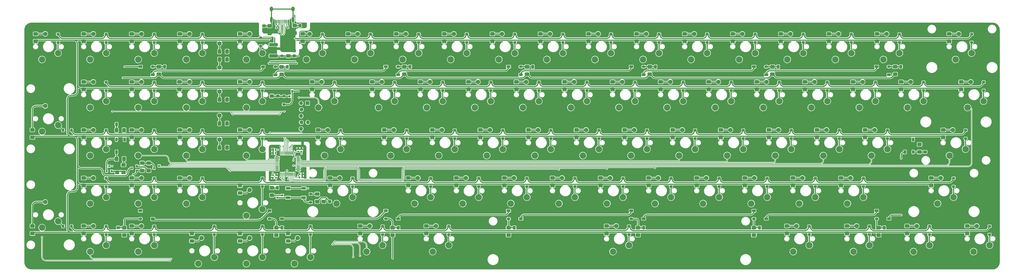
<source format=gbl>
%TF.GenerationSoftware,KiCad,Pcbnew,(5.99.0-2281-g2f31bf278)*%
%TF.CreationDate,2020-08-06T03:29:49-04:00*%
%TF.ProjectId,Sinister,53696e69-7374-4657-922e-6b696361645f,rev?*%
%TF.SameCoordinates,Original*%
%TF.FileFunction,Copper,L2,Bot*%
%TF.FilePolarity,Positive*%
%FSLAX46Y46*%
G04 Gerber Fmt 4.6, Leading zero omitted, Abs format (unit mm)*
G04 Created by KiCad (PCBNEW (5.99.0-2281-g2f31bf278)) date 2020-08-06 03:29:49*
%MOMM*%
%LPD*%
G01*
G04 APERTURE LIST*
%TA.AperFunction,ComponentPad*%
%ADD10C,2.540000*%
%TD*%
%TA.AperFunction,ComponentPad*%
%ADD11C,1.778000*%
%TD*%
%TA.AperFunction,SMDPad,CuDef*%
%ADD12R,0.250000X0.550000*%
%TD*%
%TA.AperFunction,SMDPad,CuDef*%
%ADD13R,0.300000X0.550000*%
%TD*%
%TA.AperFunction,SMDPad,CuDef*%
%ADD14R,0.800000X0.900000*%
%TD*%
%TA.AperFunction,SMDPad,CuDef*%
%ADD15R,0.300000X1.475000*%
%TD*%
%TA.AperFunction,SMDPad,CuDef*%
%ADD16R,1.800000X1.100000*%
%TD*%
%TA.AperFunction,SMDPad,CuDef*%
%ADD17R,0.900000X0.800000*%
%TD*%
%TA.AperFunction,ComponentPad*%
%ADD18O,1.524000X1.524000*%
%TD*%
%TA.AperFunction,ComponentPad*%
%ADD19R,1.524000X1.524000*%
%TD*%
%TA.AperFunction,ComponentPad*%
%ADD20O,1.100000X2.200000*%
%TD*%
%TA.AperFunction,ComponentPad*%
%ADD21O,1.300000X1.900000*%
%TD*%
%TA.AperFunction,ViaPad*%
%ADD22C,0.508000*%
%TD*%
%TA.AperFunction,ViaPad*%
%ADD23C,0.800000*%
%TD*%
%TA.AperFunction,Conductor*%
%ADD24C,0.152400*%
%TD*%
%TA.AperFunction,Conductor*%
%ADD25C,0.457200*%
%TD*%
%TA.AperFunction,Conductor*%
%ADD26C,1.016000*%
%TD*%
%TA.AperFunction,Conductor*%
%ADD27C,0.254000*%
%TD*%
%TA.AperFunction,NonConductor*%
%ADD28C,0.152400*%
%TD*%
G04 APERTURE END LIST*
D10*
%TO.P,SW60,1,Col*%
%TO.N,COL6*%
X290612449Y-95567500D03*
%TO.P,SW60,2,Row*%
%TO.N,Net-(D60-Pad2)*%
X296962449Y-93027500D03*
%TD*%
%TO.P,R110,1*%
%TO.N,Net-(C26-Pad1)*%
%TA.AperFunction,SMDPad,CuDef*%
G36*
G01*
X409432601Y-104403800D02*
X410682599Y-104403800D01*
G75*
G02*
X410932600Y-104653801I0J-250001D01*
G01*
X410932600Y-105578799D01*
G75*
G02*
X410682599Y-105828800I-250001J0D01*
G01*
X409432601Y-105828800D01*
G75*
G02*
X409182600Y-105578799I0J250001D01*
G01*
X409182600Y-104653801D01*
G75*
G02*
X409432601Y-104403800I250001J0D01*
G01*
G37*
%TD.AperFunction*%
%TO.P,R110,2*%
%TO.N,5V*%
%TA.AperFunction,SMDPad,CuDef*%
G36*
G01*
X409432601Y-107378800D02*
X410682599Y-107378800D01*
G75*
G02*
X410932600Y-107628801I0J-250001D01*
G01*
X410932600Y-108553799D01*
G75*
G02*
X410682599Y-108803800I-250001J0D01*
G01*
X409432601Y-108803800D01*
G75*
G02*
X409182600Y-108553799I0J250001D01*
G01*
X409182600Y-107628801D01*
G75*
G02*
X409432601Y-107378800I250001J0D01*
G01*
G37*
%TD.AperFunction*%
%TD*%
%TO.P,SW81,1,Col*%
%TO.N,COL14*%
X471587449Y-114617500D03*
%TO.P,SW81,2,Row*%
%TO.N,Net-(D81-Pad2)*%
X477937449Y-112077500D03*
%TD*%
%TO.P,R119,1*%
%TO.N,Net-(LED89-PadA)*%
%TA.AperFunction,SMDPad,CuDef*%
G36*
G01*
X243544949Y-73967499D02*
X243544949Y-72717501D01*
G75*
G02*
X243794950Y-72467500I250001J0D01*
G01*
X244719948Y-72467500D01*
G75*
G02*
X244969949Y-72717501I0J-250001D01*
G01*
X244969949Y-73967499D01*
G75*
G02*
X244719948Y-74217500I-250001J0D01*
G01*
X243794950Y-74217500D01*
G75*
G02*
X243544949Y-73967499I0J250001D01*
G01*
G37*
%TD.AperFunction*%
%TO.P,R119,2*%
%TO.N,INDICATOR5*%
%TA.AperFunction,SMDPad,CuDef*%
G36*
G01*
X246519949Y-73967499D02*
X246519949Y-72717501D01*
G75*
G02*
X246769950Y-72467500I250001J0D01*
G01*
X247694948Y-72467500D01*
G75*
G02*
X247944949Y-72717501I0J-250001D01*
G01*
X247944949Y-73967499D01*
G75*
G02*
X247694948Y-74217500I-250001J0D01*
G01*
X246769950Y-74217500D01*
G75*
G02*
X246519949Y-73967499I0J250001D01*
G01*
G37*
%TD.AperFunction*%
%TD*%
%TO.P,R118,1*%
%TO.N,Net-(LED88-PadA)*%
%TA.AperFunction,SMDPad,CuDef*%
G36*
G01*
X243544949Y-64442499D02*
X243544949Y-63192501D01*
G75*
G02*
X243794950Y-62942500I250001J0D01*
G01*
X244719948Y-62942500D01*
G75*
G02*
X244969949Y-63192501I0J-250001D01*
G01*
X244969949Y-64442499D01*
G75*
G02*
X244719948Y-64692500I-250001J0D01*
G01*
X243794950Y-64692500D01*
G75*
G02*
X243544949Y-64442499I0J250001D01*
G01*
G37*
%TD.AperFunction*%
%TO.P,R118,2*%
%TO.N,INDICATOR4*%
%TA.AperFunction,SMDPad,CuDef*%
G36*
G01*
X246519949Y-64442499D02*
X246519949Y-63192501D01*
G75*
G02*
X246769950Y-62942500I250001J0D01*
G01*
X247694948Y-62942500D01*
G75*
G02*
X247944949Y-63192501I0J-250001D01*
G01*
X247944949Y-64442499D01*
G75*
G02*
X247694948Y-64692500I-250001J0D01*
G01*
X246769950Y-64692500D01*
G75*
G02*
X246519949Y-64442499I0J250001D01*
G01*
G37*
%TD.AperFunction*%
%TD*%
%TO.P,R117,1*%
%TO.N,Net-(LED87-PadA)*%
%TA.AperFunction,SMDPad,CuDef*%
G36*
G01*
X243544949Y-54917499D02*
X243544949Y-53667501D01*
G75*
G02*
X243794950Y-53417500I250001J0D01*
G01*
X244719948Y-53417500D01*
G75*
G02*
X244969949Y-53667501I0J-250001D01*
G01*
X244969949Y-54917499D01*
G75*
G02*
X244719948Y-55167500I-250001J0D01*
G01*
X243794950Y-55167500D01*
G75*
G02*
X243544949Y-54917499I0J250001D01*
G01*
G37*
%TD.AperFunction*%
%TO.P,R117,2*%
%TO.N,INDICATOR3*%
%TA.AperFunction,SMDPad,CuDef*%
G36*
G01*
X246519949Y-54917499D02*
X246519949Y-53667501D01*
G75*
G02*
X246769950Y-53417500I250001J0D01*
G01*
X247694948Y-53417500D01*
G75*
G02*
X247944949Y-53667501I0J-250001D01*
G01*
X247944949Y-54917499D01*
G75*
G02*
X247694948Y-55167500I-250001J0D01*
G01*
X246769950Y-55167500D01*
G75*
G02*
X246519949Y-54917499I0J250001D01*
G01*
G37*
%TD.AperFunction*%
%TD*%
%TO.P,R116,1*%
%TO.N,Net-(LED86-PadA)*%
%TA.AperFunction,SMDPad,CuDef*%
G36*
G01*
X243544949Y-39042499D02*
X243544949Y-37792501D01*
G75*
G02*
X243794950Y-37542500I250001J0D01*
G01*
X244719948Y-37542500D01*
G75*
G02*
X244969949Y-37792501I0J-250001D01*
G01*
X244969949Y-39042499D01*
G75*
G02*
X244719948Y-39292500I-250001J0D01*
G01*
X243794950Y-39292500D01*
G75*
G02*
X243544949Y-39042499I0J250001D01*
G01*
G37*
%TD.AperFunction*%
%TO.P,R116,2*%
%TO.N,INDICATOR2*%
%TA.AperFunction,SMDPad,CuDef*%
G36*
G01*
X246519949Y-39042499D02*
X246519949Y-37792501D01*
G75*
G02*
X246769950Y-37542500I250001J0D01*
G01*
X247694948Y-37542500D01*
G75*
G02*
X247944949Y-37792501I0J-250001D01*
G01*
X247944949Y-39042499D01*
G75*
G02*
X247694948Y-39292500I-250001J0D01*
G01*
X246769950Y-39292500D01*
G75*
G02*
X246519949Y-39042499I0J250001D01*
G01*
G37*
%TD.AperFunction*%
%TD*%
%TO.P,R115,1*%
%TO.N,Net-(LED85-PadA)*%
%TA.AperFunction,SMDPad,CuDef*%
G36*
G01*
X243544949Y-35867499D02*
X243544949Y-34617501D01*
G75*
G02*
X243794950Y-34367500I250001J0D01*
G01*
X244719948Y-34367500D01*
G75*
G02*
X244969949Y-34617501I0J-250001D01*
G01*
X244969949Y-35867499D01*
G75*
G02*
X244719948Y-36117500I-250001J0D01*
G01*
X243794950Y-36117500D01*
G75*
G02*
X243544949Y-35867499I0J250001D01*
G01*
G37*
%TD.AperFunction*%
%TO.P,R115,2*%
%TO.N,INDICATOR1*%
%TA.AperFunction,SMDPad,CuDef*%
G36*
G01*
X246519949Y-35867499D02*
X246519949Y-34617501D01*
G75*
G02*
X246769950Y-34367500I250001J0D01*
G01*
X247694948Y-34367500D01*
G75*
G02*
X247944949Y-34617501I0J-250001D01*
G01*
X247944949Y-35867499D01*
G75*
G02*
X247694948Y-36117500I-250001J0D01*
G01*
X246769950Y-36117500D01*
G75*
G02*
X246519949Y-35867499I0J250001D01*
G01*
G37*
%TD.AperFunction*%
%TD*%
D11*
%TO.P,LED89,A,A*%
%TO.N,Net-(LED89-PadA)*%
X244257449Y-70167500D03*
%TO.P,LED89,K,K*%
%TO.N,GND*%
%TA.AperFunction,ComponentPad*%
G36*
G01*
X245908449Y-70878700D02*
X245908449Y-69456300D01*
G75*
G02*
X246086249Y-69278500I177800J0D01*
G01*
X247508649Y-69278500D01*
G75*
G02*
X247686449Y-69456300I0J-177800D01*
G01*
X247686449Y-70878700D01*
G75*
G02*
X247508649Y-71056500I-177800J0D01*
G01*
X246086249Y-71056500D01*
G75*
G02*
X245908449Y-70878700I0J177800D01*
G01*
G37*
%TD.AperFunction*%
%TD*%
%TO.P,LED88,A,A*%
%TO.N,Net-(LED88-PadA)*%
X244257449Y-60642500D03*
%TO.P,LED88,K,K*%
%TO.N,GND*%
%TA.AperFunction,ComponentPad*%
G36*
G01*
X245908449Y-61353700D02*
X245908449Y-59931300D01*
G75*
G02*
X246086249Y-59753500I177800J0D01*
G01*
X247508649Y-59753500D01*
G75*
G02*
X247686449Y-59931300I0J-177800D01*
G01*
X247686449Y-61353700D01*
G75*
G02*
X247508649Y-61531500I-177800J0D01*
G01*
X246086249Y-61531500D01*
G75*
G02*
X245908449Y-61353700I0J177800D01*
G01*
G37*
%TD.AperFunction*%
%TD*%
%TO.P,LED87,A,A*%
%TO.N,Net-(LED87-PadA)*%
X244257449Y-51117500D03*
%TO.P,LED87,K,K*%
%TO.N,GND*%
%TA.AperFunction,ComponentPad*%
G36*
G01*
X245908449Y-51828700D02*
X245908449Y-50406300D01*
G75*
G02*
X246086249Y-50228500I177800J0D01*
G01*
X247508649Y-50228500D01*
G75*
G02*
X247686449Y-50406300I0J-177800D01*
G01*
X247686449Y-51828700D01*
G75*
G02*
X247508649Y-52006500I-177800J0D01*
G01*
X246086249Y-52006500D01*
G75*
G02*
X245908449Y-51828700I0J177800D01*
G01*
G37*
%TD.AperFunction*%
%TD*%
%TO.P,LED86,A,A*%
%TO.N,Net-(LED86-PadA)*%
X244257449Y-41592500D03*
%TO.P,LED86,K,K*%
%TO.N,GND*%
%TA.AperFunction,ComponentPad*%
G36*
G01*
X245908449Y-42303700D02*
X245908449Y-40881300D01*
G75*
G02*
X246086249Y-40703500I177800J0D01*
G01*
X247508649Y-40703500D01*
G75*
G02*
X247686449Y-40881300I0J-177800D01*
G01*
X247686449Y-42303700D01*
G75*
G02*
X247508649Y-42481500I-177800J0D01*
G01*
X246086249Y-42481500D01*
G75*
G02*
X245908449Y-42303700I0J177800D01*
G01*
G37*
%TD.AperFunction*%
%TD*%
%TO.P,LED85,A,A*%
%TO.N,Net-(LED85-PadA)*%
X244257449Y-32067500D03*
%TO.P,LED85,K,K*%
%TO.N,GND*%
%TA.AperFunction,ComponentPad*%
G36*
G01*
X245908449Y-32778700D02*
X245908449Y-31356300D01*
G75*
G02*
X246086249Y-31178500I177800J0D01*
G01*
X247508649Y-31178500D01*
G75*
G02*
X247686449Y-31356300I0J-177800D01*
G01*
X247686449Y-32778700D01*
G75*
G02*
X247508649Y-32956500I-177800J0D01*
G01*
X246086249Y-32956500D01*
G75*
G02*
X245908449Y-32778700I0J177800D01*
G01*
G37*
%TD.AperFunction*%
%TD*%
D10*
%TO.P,SW80,1,Col*%
%TO.N,COL11*%
X400149949Y-114617500D03*
%TO.P,SW80,2,Row*%
%TO.N,Net-(D80-Pad2)*%
X406499949Y-112077500D03*
%TD*%
%TO.P,SW62,2,Row*%
%TO.N,Net-(D62-Pad2)*%
X346968699Y-93027500D03*
%TO.P,SW62,1,Col*%
%TO.N,COL8*%
X340618699Y-95567500D03*
%TD*%
%TO.P,SW43,1,Col*%
%TO.N,COL6*%
X285849949Y-76517500D03*
%TO.P,SW43,2,Row*%
%TO.N,Net-(D43-Pad2)*%
X292199949Y-73977500D03*
%TD*%
%TO.P,R66,1*%
%TO.N,GND*%
%TA.AperFunction,SMDPad,CuDef*%
G36*
G01*
X274657598Y-28643000D02*
X273407600Y-28643000D01*
G75*
G02*
X273157599Y-28392999I0J250001D01*
G01*
X273157599Y-27468001D01*
G75*
G02*
X273407600Y-27218000I250001J0D01*
G01*
X274657598Y-27218000D01*
G75*
G02*
X274907599Y-27468001I0J-250001D01*
G01*
X274907599Y-28392999D01*
G75*
G02*
X274657598Y-28643000I-250001J0D01*
G01*
G37*
%TD.AperFunction*%
%TO.P,R66,2*%
%TO.N,Net-(C13-Pad1)*%
%TA.AperFunction,SMDPad,CuDef*%
G36*
G01*
X274657598Y-25668000D02*
X273407600Y-25668000D01*
G75*
G02*
X273157599Y-25417999I0J250001D01*
G01*
X273157599Y-24493001D01*
G75*
G02*
X273407600Y-24243000I250001J0D01*
G01*
X274657598Y-24243000D01*
G75*
G02*
X274907599Y-24493001I0J-250001D01*
G01*
X274907599Y-25417999D01*
G75*
G02*
X274657598Y-25668000I-250001J0D01*
G01*
G37*
%TD.AperFunction*%
%TD*%
%TO.P,R65,1*%
%TO.N,GND*%
%TA.AperFunction,SMDPad,CuDef*%
G36*
G01*
X264751598Y-28770000D02*
X263501600Y-28770000D01*
G75*
G02*
X263251599Y-28519999I0J250001D01*
G01*
X263251599Y-27595001D01*
G75*
G02*
X263501600Y-27345000I250001J0D01*
G01*
X264751598Y-27345000D01*
G75*
G02*
X265001599Y-27595001I0J-250001D01*
G01*
X265001599Y-28519999D01*
G75*
G02*
X264751598Y-28770000I-250001J0D01*
G01*
G37*
%TD.AperFunction*%
%TO.P,R65,2*%
%TO.N,Net-(C13-Pad1)*%
%TA.AperFunction,SMDPad,CuDef*%
G36*
G01*
X264751598Y-25795000D02*
X263501600Y-25795000D01*
G75*
G02*
X263251599Y-25544999I0J250001D01*
G01*
X263251599Y-24620001D01*
G75*
G02*
X263501600Y-24370000I250001J0D01*
G01*
X264751598Y-24370000D01*
G75*
G02*
X265001599Y-24620001I0J-250001D01*
G01*
X265001599Y-25544999D01*
G75*
G02*
X264751598Y-25795000I-250001J0D01*
G01*
G37*
%TD.AperFunction*%
%TD*%
%TO.P,U3,1,IO1*%
%TO.N,D-*%
%TA.AperFunction,SMDPad,CuDef*%
G36*
G01*
X267954600Y-26070699D02*
X267954600Y-25770699D01*
G75*
G02*
X268079600Y-25645699I125000J0D01*
G01*
X268079600Y-25645699D01*
G75*
G02*
X268204600Y-25770699I0J-125000D01*
G01*
X268204600Y-26070699D01*
G75*
G02*
X268079600Y-26195699I-125000J0D01*
G01*
X268079600Y-26195699D01*
G75*
G02*
X267954600Y-26070699I0J125000D01*
G01*
G37*
%TD.AperFunction*%
D12*
%TO.P,U3,2,IO2*%
%TO.N,D+*%
X268579600Y-25920699D03*
D13*
%TO.P,U3,3,GND*%
%TO.N,GND*%
X269079600Y-25920699D03*
D12*
%TO.P,U3,4,D2+*%
%TO.N,D-*%
X269579600Y-25920699D03*
%TO.P,U3,5,D2-*%
%TO.N,D+*%
X270079600Y-25920699D03*
%TO.P,U3,9,NC*%
X268579600Y-26690699D03*
%TO.P,U3,6,NC*%
X270079600Y-26690699D03*
%TO.P,U3,7,NC*%
%TO.N,D-*%
X269579600Y-26690699D03*
%TO.P,U3,10,NC*%
X268079600Y-26690699D03*
D13*
%TO.P,U3,8,GND*%
%TO.N,GND*%
X269079600Y-26690699D03*
%TD*%
D11*
%TO.P,LED72,A,A*%
%TO.N,Net-(LED72-PadA)*%
X175201199Y-94932500D03*
%TO.P,LED72,K,K*%
%TO.N,GND*%
%TA.AperFunction,ComponentPad*%
G36*
G01*
X176852199Y-95643700D02*
X176852199Y-94221300D01*
G75*
G02*
X177029999Y-94043500I177800J0D01*
G01*
X178452399Y-94043500D01*
G75*
G02*
X178630199Y-94221300I0J-177800D01*
G01*
X178630199Y-95643700D01*
G75*
G02*
X178452399Y-95821500I-177800J0D01*
G01*
X177029999Y-95821500D01*
G75*
G02*
X176852199Y-95643700I0J177800D01*
G01*
G37*
%TD.AperFunction*%
%TD*%
%TO.P,LED38,A,A*%
%TO.N,Net-(LED38-PadA)*%
X175201199Y-56832500D03*
%TO.P,LED38,K,K*%
%TO.N,GND*%
%TA.AperFunction,ComponentPad*%
G36*
G01*
X176852199Y-57543700D02*
X176852199Y-56121300D01*
G75*
G02*
X177029999Y-55943500I177800J0D01*
G01*
X178452399Y-55943500D01*
G75*
G02*
X178630199Y-56121300I0J-177800D01*
G01*
X178630199Y-57543700D01*
G75*
G02*
X178452399Y-57721500I-177800J0D01*
G01*
X177029999Y-57721500D01*
G75*
G02*
X176852199Y-57543700I0J177800D01*
G01*
G37*
%TD.AperFunction*%
%TD*%
D10*
%TO.P,SW72,1,Col*%
%TO.N,COL1*%
X173931199Y-105092500D03*
%TO.P,SW72,2,Row*%
%TO.N,Net-(D72-Pad2)*%
X180281199Y-102552500D03*
%TD*%
%TO.P,SW1,2,Row*%
%TO.N,Net-(D1-Pad2)*%
X180281199Y-35877500D03*
%TO.P,SW1,1,Col*%
%TO.N,COL1*%
X173931199Y-38417500D03*
%TD*%
%TO.P,SW38,1,Col*%
%TO.N,COL1*%
X173931199Y-66992500D03*
%TO.P,SW38,2,Row*%
%TO.N,Net-(D38-Pad2)*%
X180281199Y-64452500D03*
%TD*%
%TO.P,SW19,1,Col*%
%TO.N,COL19*%
X535881199Y-38417500D03*
%TO.P,SW19,2,Row*%
%TO.N,Net-(D19-Pad2)*%
X542231199Y-35877500D03*
%TD*%
D14*
%TO.P,U2,3,VI*%
%TO.N,5V*%
X272985194Y-50994998D03*
%TO.P,U2,2,VO*%
%TO.N,3V3*%
X272035194Y-52994998D03*
%TO.P,U2,1,GND*%
%TO.N,GND*%
X273935194Y-52994998D03*
%TD*%
%TO.P,U1,48,VDD*%
%TO.N,3V3*%
%TA.AperFunction,SMDPad,CuDef*%
G36*
G01*
X275998794Y-82613198D02*
X274823794Y-82613198D01*
G75*
G02*
X274673794Y-82463198I0J150000D01*
G01*
X274673794Y-82463198D01*
G75*
G02*
X274823794Y-82313198I150000J0D01*
G01*
X275998794Y-82313198D01*
G75*
G02*
X276148794Y-82463198I0J-150000D01*
G01*
X276148794Y-82463198D01*
G75*
G02*
X275998794Y-82613198I-150000J0D01*
G01*
G37*
%TD.AperFunction*%
%TO.P,U1,47,VSS*%
%TO.N,GND*%
%TA.AperFunction,SMDPad,CuDef*%
G36*
G01*
X275998794Y-82113198D02*
X274823794Y-82113198D01*
G75*
G02*
X274673794Y-81963198I0J150000D01*
G01*
X274673794Y-81963198D01*
G75*
G02*
X274823794Y-81813198I150000J0D01*
G01*
X275998794Y-81813198D01*
G75*
G02*
X276148794Y-81963198I0J-150000D01*
G01*
X276148794Y-81963198D01*
G75*
G02*
X275998794Y-82113198I-150000J0D01*
G01*
G37*
%TD.AperFunction*%
%TO.P,U1,46,SPI2_NSS/I2S2_WS/I2C1_SDA/TIM17_CH1/PB9*%
%TO.N,COL19*%
%TA.AperFunction,SMDPad,CuDef*%
G36*
G01*
X275998794Y-81613198D02*
X274823794Y-81613198D01*
G75*
G02*
X274673794Y-81463198I0J150000D01*
G01*
X274673794Y-81463198D01*
G75*
G02*
X274823794Y-81313198I150000J0D01*
G01*
X275998794Y-81313198D01*
G75*
G02*
X276148794Y-81463198I0J-150000D01*
G01*
X276148794Y-81463198D01*
G75*
G02*
X275998794Y-81613198I-150000J0D01*
G01*
G37*
%TD.AperFunction*%
%TO.P,U1,45,I2C1_SCL/TIM16_CH1/PB8*%
%TO.N,COL18*%
%TA.AperFunction,SMDPad,CuDef*%
G36*
G01*
X275998794Y-81113198D02*
X274823794Y-81113198D01*
G75*
G02*
X274673794Y-80963198I0J150000D01*
G01*
X274673794Y-80963198D01*
G75*
G02*
X274823794Y-80813198I150000J0D01*
G01*
X275998794Y-80813198D01*
G75*
G02*
X276148794Y-80963198I0J-150000D01*
G01*
X276148794Y-80963198D01*
G75*
G02*
X275998794Y-81113198I-150000J0D01*
G01*
G37*
%TD.AperFunction*%
%TO.P,U1,44,BOOT0*%
%TO.N,BOOT0*%
%TA.AperFunction,SMDPad,CuDef*%
G36*
G01*
X275998794Y-80613198D02*
X274823794Y-80613198D01*
G75*
G02*
X274673794Y-80463198I0J150000D01*
G01*
X274673794Y-80463198D01*
G75*
G02*
X274823794Y-80313198I150000J0D01*
G01*
X275998794Y-80313198D01*
G75*
G02*
X276148794Y-80463198I0J-150000D01*
G01*
X276148794Y-80463198D01*
G75*
G02*
X275998794Y-80613198I-150000J0D01*
G01*
G37*
%TD.AperFunction*%
%TO.P,U1,43,2C1_SDA/PB7*%
%TO.N,COL17*%
%TA.AperFunction,SMDPad,CuDef*%
G36*
G01*
X275998794Y-80113198D02*
X274823794Y-80113198D01*
G75*
G02*
X274673794Y-79963198I0J150000D01*
G01*
X274673794Y-79963198D01*
G75*
G02*
X274823794Y-79813198I150000J0D01*
G01*
X275998794Y-79813198D01*
G75*
G02*
X276148794Y-79963198I0J-150000D01*
G01*
X276148794Y-79963198D01*
G75*
G02*
X275998794Y-80113198I-150000J0D01*
G01*
G37*
%TD.AperFunction*%
%TO.P,U1,42,I2C1_SCL/PB6*%
%TO.N,COL16*%
%TA.AperFunction,SMDPad,CuDef*%
G36*
G01*
X275998794Y-79613198D02*
X274823794Y-79613198D01*
G75*
G02*
X274673794Y-79463198I0J150000D01*
G01*
X274673794Y-79463198D01*
G75*
G02*
X274823794Y-79313198I150000J0D01*
G01*
X275998794Y-79313198D01*
G75*
G02*
X276148794Y-79463198I0J-150000D01*
G01*
X276148794Y-79463198D01*
G75*
G02*
X275998794Y-79613198I-150000J0D01*
G01*
G37*
%TD.AperFunction*%
%TO.P,U1,41,SPI1_MOSI/I2S1_SD/TIM3_CH2/PB5*%
%TO.N,COL15*%
%TA.AperFunction,SMDPad,CuDef*%
G36*
G01*
X275998794Y-79113198D02*
X274823794Y-79113198D01*
G75*
G02*
X274673794Y-78963198I0J150000D01*
G01*
X274673794Y-78963198D01*
G75*
G02*
X274823794Y-78813198I150000J0D01*
G01*
X275998794Y-78813198D01*
G75*
G02*
X276148794Y-78963198I0J-150000D01*
G01*
X276148794Y-78963198D01*
G75*
G02*
X275998794Y-79113198I-150000J0D01*
G01*
G37*
%TD.AperFunction*%
%TO.P,U1,40,SPI1_MISO/I2S1_MCK/TIM3_CH1/PB4*%
%TO.N,COL14*%
%TA.AperFunction,SMDPad,CuDef*%
G36*
G01*
X275998794Y-78613198D02*
X274823794Y-78613198D01*
G75*
G02*
X274673794Y-78463198I0J150000D01*
G01*
X274673794Y-78463198D01*
G75*
G02*
X274823794Y-78313198I150000J0D01*
G01*
X275998794Y-78313198D01*
G75*
G02*
X276148794Y-78463198I0J-150000D01*
G01*
X276148794Y-78463198D01*
G75*
G02*
X275998794Y-78613198I-150000J0D01*
G01*
G37*
%TD.AperFunction*%
%TO.P,U1,39,SPI1_SCK/I2S1_CK/TIM2_CH2/PB3*%
%TO.N,COL13*%
%TA.AperFunction,SMDPad,CuDef*%
G36*
G01*
X275998794Y-78113198D02*
X274823794Y-78113198D01*
G75*
G02*
X274673794Y-77963198I0J150000D01*
G01*
X274673794Y-77963198D01*
G75*
G02*
X274823794Y-77813198I150000J0D01*
G01*
X275998794Y-77813198D01*
G75*
G02*
X276148794Y-77963198I0J-150000D01*
G01*
X276148794Y-77963198D01*
G75*
G02*
X275998794Y-78113198I-150000J0D01*
G01*
G37*
%TD.AperFunction*%
%TO.P,U1,38,PA15*%
%TO.N,Net-(U1-Pad38)*%
%TA.AperFunction,SMDPad,CuDef*%
G36*
G01*
X275998794Y-77613198D02*
X274823794Y-77613198D01*
G75*
G02*
X274673794Y-77463198I0J150000D01*
G01*
X274673794Y-77463198D01*
G75*
G02*
X274823794Y-77313198I150000J0D01*
G01*
X275998794Y-77313198D01*
G75*
G02*
X276148794Y-77463198I0J-150000D01*
G01*
X276148794Y-77463198D01*
G75*
G02*
X275998794Y-77613198I-150000J0D01*
G01*
G37*
%TD.AperFunction*%
%TO.P,U1,37,SWCLK/PA14*%
%TO.N,SWCLK*%
%TA.AperFunction,SMDPad,CuDef*%
G36*
G01*
X275998794Y-77113198D02*
X274823794Y-77113198D01*
G75*
G02*
X274673794Y-76963198I0J150000D01*
G01*
X274673794Y-76963198D01*
G75*
G02*
X274823794Y-76813198I150000J0D01*
G01*
X275998794Y-76813198D01*
G75*
G02*
X276148794Y-76963198I0J-150000D01*
G01*
X276148794Y-76963198D01*
G75*
G02*
X275998794Y-77113198I-150000J0D01*
G01*
G37*
%TD.AperFunction*%
%TO.P,U1,36,VDDIO2*%
%TO.N,3V3*%
%TA.AperFunction,SMDPad,CuDef*%
G36*
G01*
X273998794Y-76288198D02*
X273998794Y-76288198D01*
G75*
G02*
X273848794Y-76138198I0J150000D01*
G01*
X273848794Y-74963198D01*
G75*
G02*
X273998794Y-74813198I150000J0D01*
G01*
X273998794Y-74813198D01*
G75*
G02*
X274148794Y-74963198I0J-150000D01*
G01*
X274148794Y-76138198D01*
G75*
G02*
X273998794Y-76288198I-150000J0D01*
G01*
G37*
%TD.AperFunction*%
%TO.P,U1,35,VSS*%
%TO.N,GND*%
%TA.AperFunction,SMDPad,CuDef*%
G36*
G01*
X273498794Y-76288198D02*
X273498794Y-76288198D01*
G75*
G02*
X273348794Y-76138198I0J150000D01*
G01*
X273348794Y-74963198D01*
G75*
G02*
X273498794Y-74813198I150000J0D01*
G01*
X273498794Y-74813198D01*
G75*
G02*
X273648794Y-74963198I0J-150000D01*
G01*
X273648794Y-76138198D01*
G75*
G02*
X273498794Y-76288198I-150000J0D01*
G01*
G37*
%TD.AperFunction*%
%TO.P,U1,34,SWDIO/PA13*%
%TO.N,SWDIO*%
%TA.AperFunction,SMDPad,CuDef*%
G36*
G01*
X272998794Y-76288198D02*
X272998794Y-76288198D01*
G75*
G02*
X272848794Y-76138198I0J150000D01*
G01*
X272848794Y-74963198D01*
G75*
G02*
X272998794Y-74813198I150000J0D01*
G01*
X272998794Y-74813198D01*
G75*
G02*
X273148794Y-74963198I0J-150000D01*
G01*
X273148794Y-76138198D01*
G75*
G02*
X272998794Y-76288198I-150000J0D01*
G01*
G37*
%TD.AperFunction*%
%TO.P,U1,33,USB_DP/PA12*%
%TO.N,D+*%
%TA.AperFunction,SMDPad,CuDef*%
G36*
G01*
X272498794Y-76288198D02*
X272498794Y-76288198D01*
G75*
G02*
X272348794Y-76138198I0J150000D01*
G01*
X272348794Y-74963198D01*
G75*
G02*
X272498794Y-74813198I150000J0D01*
G01*
X272498794Y-74813198D01*
G75*
G02*
X272648794Y-74963198I0J-150000D01*
G01*
X272648794Y-76138198D01*
G75*
G02*
X272498794Y-76288198I-150000J0D01*
G01*
G37*
%TD.AperFunction*%
%TO.P,U1,32,USB_DM/TIM1_CH4/PA11*%
%TO.N,D-*%
%TA.AperFunction,SMDPad,CuDef*%
G36*
G01*
X271998794Y-76288198D02*
X271998794Y-76288198D01*
G75*
G02*
X271848794Y-76138198I0J150000D01*
G01*
X271848794Y-74963198D01*
G75*
G02*
X271998794Y-74813198I150000J0D01*
G01*
X271998794Y-74813198D01*
G75*
G02*
X272148794Y-74963198I0J-150000D01*
G01*
X272148794Y-76138198D01*
G75*
G02*
X271998794Y-76288198I-150000J0D01*
G01*
G37*
%TD.AperFunction*%
%TO.P,U1,31,TIM1_CH3/PA10*%
%TO.N,COL6*%
%TA.AperFunction,SMDPad,CuDef*%
G36*
G01*
X271498794Y-76288198D02*
X271498794Y-76288198D01*
G75*
G02*
X271348794Y-76138198I0J150000D01*
G01*
X271348794Y-74963198D01*
G75*
G02*
X271498794Y-74813198I150000J0D01*
G01*
X271498794Y-74813198D01*
G75*
G02*
X271648794Y-74963198I0J-150000D01*
G01*
X271648794Y-76138198D01*
G75*
G02*
X271498794Y-76288198I-150000J0D01*
G01*
G37*
%TD.AperFunction*%
%TO.P,U1,30,TIM1_CH2/PA9*%
%TO.N,ROW2*%
%TA.AperFunction,SMDPad,CuDef*%
G36*
G01*
X270998794Y-76288198D02*
X270998794Y-76288198D01*
G75*
G02*
X270848794Y-76138198I0J150000D01*
G01*
X270848794Y-74963198D01*
G75*
G02*
X270998794Y-74813198I150000J0D01*
G01*
X270998794Y-74813198D01*
G75*
G02*
X271148794Y-74963198I0J-150000D01*
G01*
X271148794Y-76138198D01*
G75*
G02*
X270998794Y-76288198I-150000J0D01*
G01*
G37*
%TD.AperFunction*%
%TO.P,U1,29,TIM1_CH1/PA8*%
%TO.N,ROW1*%
%TA.AperFunction,SMDPad,CuDef*%
G36*
G01*
X270498794Y-76288198D02*
X270498794Y-76288198D01*
G75*
G02*
X270348794Y-76138198I0J150000D01*
G01*
X270348794Y-74963198D01*
G75*
G02*
X270498794Y-74813198I150000J0D01*
G01*
X270498794Y-74813198D01*
G75*
G02*
X270648794Y-74963198I0J-150000D01*
G01*
X270648794Y-76138198D01*
G75*
G02*
X270498794Y-76288198I-150000J0D01*
G01*
G37*
%TD.AperFunction*%
%TO.P,U1,28,SPI2_MOSI/I2S2_SD/PB15*%
%TO.N,RGB_3V3*%
%TA.AperFunction,SMDPad,CuDef*%
G36*
G01*
X269998794Y-76288198D02*
X269998794Y-76288198D01*
G75*
G02*
X269848794Y-76138198I0J150000D01*
G01*
X269848794Y-74963198D01*
G75*
G02*
X269998794Y-74813198I150000J0D01*
G01*
X269998794Y-74813198D01*
G75*
G02*
X270148794Y-74963198I0J-150000D01*
G01*
X270148794Y-76138198D01*
G75*
G02*
X269998794Y-76288198I-150000J0D01*
G01*
G37*
%TD.AperFunction*%
%TO.P,U1,27,SPI2_MISO/I2S2_MCK/I2C2_SDA/TIM15_CH1/PB14*%
%TO.N,INDICATOR2*%
%TA.AperFunction,SMDPad,CuDef*%
G36*
G01*
X269498794Y-76288198D02*
X269498794Y-76288198D01*
G75*
G02*
X269348794Y-76138198I0J150000D01*
G01*
X269348794Y-74963198D01*
G75*
G02*
X269498794Y-74813198I150000J0D01*
G01*
X269498794Y-74813198D01*
G75*
G02*
X269648794Y-74963198I0J-150000D01*
G01*
X269648794Y-76138198D01*
G75*
G02*
X269498794Y-76288198I-150000J0D01*
G01*
G37*
%TD.AperFunction*%
%TO.P,U1,26,SPI2_SCK/I2S2_CK/I2C2_SCL/PB13*%
%TO.N,Net-(U1-Pad26)*%
%TA.AperFunction,SMDPad,CuDef*%
G36*
G01*
X268998794Y-76288198D02*
X268998794Y-76288198D01*
G75*
G02*
X268848794Y-76138198I0J150000D01*
G01*
X268848794Y-74963198D01*
G75*
G02*
X268998794Y-74813198I150000J0D01*
G01*
X268998794Y-74813198D01*
G75*
G02*
X269148794Y-74963198I0J-150000D01*
G01*
X269148794Y-76138198D01*
G75*
G02*
X268998794Y-76288198I-150000J0D01*
G01*
G37*
%TD.AperFunction*%
%TO.P,U1,25,PB12*%
%TO.N,INDICATOR1*%
%TA.AperFunction,SMDPad,CuDef*%
G36*
G01*
X268498794Y-76288198D02*
X268498794Y-76288198D01*
G75*
G02*
X268348794Y-76138198I0J150000D01*
G01*
X268348794Y-74963198D01*
G75*
G02*
X268498794Y-74813198I150000J0D01*
G01*
X268498794Y-74813198D01*
G75*
G02*
X268648794Y-74963198I0J-150000D01*
G01*
X268648794Y-76138198D01*
G75*
G02*
X268498794Y-76288198I-150000J0D01*
G01*
G37*
%TD.AperFunction*%
%TO.P,U1,24,VDD*%
%TO.N,3V3*%
%TA.AperFunction,SMDPad,CuDef*%
G36*
G01*
X267673794Y-77113198D02*
X266498794Y-77113198D01*
G75*
G02*
X266348794Y-76963198I0J150000D01*
G01*
X266348794Y-76963198D01*
G75*
G02*
X266498794Y-76813198I150000J0D01*
G01*
X267673794Y-76813198D01*
G75*
G02*
X267823794Y-76963198I0J-150000D01*
G01*
X267823794Y-76963198D01*
G75*
G02*
X267673794Y-77113198I-150000J0D01*
G01*
G37*
%TD.AperFunction*%
%TO.P,U1,23,VSS*%
%TO.N,GND*%
%TA.AperFunction,SMDPad,CuDef*%
G36*
G01*
X267673794Y-77613198D02*
X266498794Y-77613198D01*
G75*
G02*
X266348794Y-77463198I0J150000D01*
G01*
X266348794Y-77463198D01*
G75*
G02*
X266498794Y-77313198I150000J0D01*
G01*
X267673794Y-77313198D01*
G75*
G02*
X267823794Y-77463198I0J-150000D01*
G01*
X267823794Y-77463198D01*
G75*
G02*
X267673794Y-77613198I-150000J0D01*
G01*
G37*
%TD.AperFunction*%
%TO.P,U1,22,PB11/TIM2_CH4/I2C2_SDA*%
%TO.N,ROW3*%
%TA.AperFunction,SMDPad,CuDef*%
G36*
G01*
X267673794Y-78113198D02*
X266498794Y-78113198D01*
G75*
G02*
X266348794Y-77963198I0J150000D01*
G01*
X266348794Y-77963198D01*
G75*
G02*
X266498794Y-77813198I150000J0D01*
G01*
X267673794Y-77813198D01*
G75*
G02*
X267823794Y-77963198I0J-150000D01*
G01*
X267823794Y-77963198D01*
G75*
G02*
X267673794Y-78113198I-150000J0D01*
G01*
G37*
%TD.AperFunction*%
%TO.P,U1,21,PB10/SPI2_SCK/I2C2_SCL/TIM2_CH3*%
%TO.N,COL5*%
%TA.AperFunction,SMDPad,CuDef*%
G36*
G01*
X267673794Y-78613198D02*
X266498794Y-78613198D01*
G75*
G02*
X266348794Y-78463198I0J150000D01*
G01*
X266348794Y-78463198D01*
G75*
G02*
X266498794Y-78313198I150000J0D01*
G01*
X267673794Y-78313198D01*
G75*
G02*
X267823794Y-78463198I0J-150000D01*
G01*
X267823794Y-78463198D01*
G75*
G02*
X267673794Y-78613198I-150000J0D01*
G01*
G37*
%TD.AperFunction*%
%TO.P,U1,20,PB2*%
%TO.N,COL4*%
%TA.AperFunction,SMDPad,CuDef*%
G36*
G01*
X267673794Y-79113198D02*
X266498794Y-79113198D01*
G75*
G02*
X266348794Y-78963198I0J150000D01*
G01*
X266348794Y-78963198D01*
G75*
G02*
X266498794Y-78813198I150000J0D01*
G01*
X267673794Y-78813198D01*
G75*
G02*
X267823794Y-78963198I0J-150000D01*
G01*
X267823794Y-78963198D01*
G75*
G02*
X267673794Y-79113198I-150000J0D01*
G01*
G37*
%TD.AperFunction*%
%TO.P,U1,19,PB1/TIM3_CH4/TIM14_CH1/ADC_IN9*%
%TO.N,COL3*%
%TA.AperFunction,SMDPad,CuDef*%
G36*
G01*
X267673794Y-79613198D02*
X266498794Y-79613198D01*
G75*
G02*
X266348794Y-79463198I0J150000D01*
G01*
X266348794Y-79463198D01*
G75*
G02*
X266498794Y-79313198I150000J0D01*
G01*
X267673794Y-79313198D01*
G75*
G02*
X267823794Y-79463198I0J-150000D01*
G01*
X267823794Y-79463198D01*
G75*
G02*
X267673794Y-79613198I-150000J0D01*
G01*
G37*
%TD.AperFunction*%
%TO.P,U1,18,PB0/TIM3_CH3/ADC_IN8*%
%TO.N,COL2*%
%TA.AperFunction,SMDPad,CuDef*%
G36*
G01*
X267673794Y-80113198D02*
X266498794Y-80113198D01*
G75*
G02*
X266348794Y-79963198I0J150000D01*
G01*
X266348794Y-79963198D01*
G75*
G02*
X266498794Y-79813198I150000J0D01*
G01*
X267673794Y-79813198D01*
G75*
G02*
X267823794Y-79963198I0J-150000D01*
G01*
X267823794Y-79963198D01*
G75*
G02*
X267673794Y-80113198I-150000J0D01*
G01*
G37*
%TD.AperFunction*%
%TO.P,U1,17,PA7/TIM3_CH2/TIM14_CH1/ADC_IN7*%
%TO.N,COL1*%
%TA.AperFunction,SMDPad,CuDef*%
G36*
G01*
X267673794Y-80613198D02*
X266498794Y-80613198D01*
G75*
G02*
X266348794Y-80463198I0J150000D01*
G01*
X266348794Y-80463198D01*
G75*
G02*
X266498794Y-80313198I150000J0D01*
G01*
X267673794Y-80313198D01*
G75*
G02*
X267823794Y-80463198I0J-150000D01*
G01*
X267823794Y-80463198D01*
G75*
G02*
X267673794Y-80613198I-150000J0D01*
G01*
G37*
%TD.AperFunction*%
%TO.P,U1,16,PA6/ADC_IN6/TIM3_CH1/TIM16_CH1*%
%TO.N,LED_PWM*%
%TA.AperFunction,SMDPad,CuDef*%
G36*
G01*
X267673794Y-81113198D02*
X266498794Y-81113198D01*
G75*
G02*
X266348794Y-80963198I0J150000D01*
G01*
X266348794Y-80963198D01*
G75*
G02*
X266498794Y-80813198I150000J0D01*
G01*
X267673794Y-80813198D01*
G75*
G02*
X267823794Y-80963198I0J-150000D01*
G01*
X267823794Y-80963198D01*
G75*
G02*
X267673794Y-81113198I-150000J0D01*
G01*
G37*
%TD.AperFunction*%
%TO.P,U1,15,PA5/ADC_IN5/DAC_OUT2*%
%TO.N,INDICATOR5*%
%TA.AperFunction,SMDPad,CuDef*%
G36*
G01*
X267673794Y-81613198D02*
X266498794Y-81613198D01*
G75*
G02*
X266348794Y-81463198I0J150000D01*
G01*
X266348794Y-81463198D01*
G75*
G02*
X266498794Y-81313198I150000J0D01*
G01*
X267673794Y-81313198D01*
G75*
G02*
X267823794Y-81463198I0J-150000D01*
G01*
X267823794Y-81463198D01*
G75*
G02*
X267673794Y-81613198I-150000J0D01*
G01*
G37*
%TD.AperFunction*%
%TO.P,U1,14,PA4/TIM14_CH1/ADC_IN4*%
%TO.N,INDICATOR4*%
%TA.AperFunction,SMDPad,CuDef*%
G36*
G01*
X267673794Y-82113198D02*
X266498794Y-82113198D01*
G75*
G02*
X266348794Y-81963198I0J150000D01*
G01*
X266348794Y-81963198D01*
G75*
G02*
X266498794Y-81813198I150000J0D01*
G01*
X267673794Y-81813198D01*
G75*
G02*
X267823794Y-81963198I0J-150000D01*
G01*
X267823794Y-81963198D01*
G75*
G02*
X267673794Y-82113198I-150000J0D01*
G01*
G37*
%TD.AperFunction*%
%TO.P,U1,13,PA3/TIM15_CH2/ADC_IN3*%
%TO.N,INDICATOR3*%
%TA.AperFunction,SMDPad,CuDef*%
G36*
G01*
X267673794Y-82613198D02*
X266498794Y-82613198D01*
G75*
G02*
X266348794Y-82463198I0J150000D01*
G01*
X266348794Y-82463198D01*
G75*
G02*
X266498794Y-82313198I150000J0D01*
G01*
X267673794Y-82313198D01*
G75*
G02*
X267823794Y-82463198I0J-150000D01*
G01*
X267823794Y-82463198D01*
G75*
G02*
X267673794Y-82613198I-150000J0D01*
G01*
G37*
%TD.AperFunction*%
%TO.P,U1,12,PA2/ADC_IN2*%
%TO.N,COL9*%
%TA.AperFunction,SMDPad,CuDef*%
G36*
G01*
X268498794Y-84613198D02*
X268498794Y-84613198D01*
G75*
G02*
X268348794Y-84463198I0J150000D01*
G01*
X268348794Y-83288198D01*
G75*
G02*
X268498794Y-83138198I150000J0D01*
G01*
X268498794Y-83138198D01*
G75*
G02*
X268648794Y-83288198I0J-150000D01*
G01*
X268648794Y-84463198D01*
G75*
G02*
X268498794Y-84613198I-150000J0D01*
G01*
G37*
%TD.AperFunction*%
%TO.P,U1,11,PA1/ADC_IN1*%
%TO.N,COL8*%
%TA.AperFunction,SMDPad,CuDef*%
G36*
G01*
X268998794Y-84613198D02*
X268998794Y-84613198D01*
G75*
G02*
X268848794Y-84463198I0J150000D01*
G01*
X268848794Y-83288198D01*
G75*
G02*
X268998794Y-83138198I150000J0D01*
G01*
X268998794Y-83138198D01*
G75*
G02*
X269148794Y-83288198I0J-150000D01*
G01*
X269148794Y-84463198D01*
G75*
G02*
X268998794Y-84613198I-150000J0D01*
G01*
G37*
%TD.AperFunction*%
%TO.P,U1,10,PA0/ADC_IN0*%
%TO.N,COL7*%
%TA.AperFunction,SMDPad,CuDef*%
G36*
G01*
X269498794Y-84613198D02*
X269498794Y-84613198D01*
G75*
G02*
X269348794Y-84463198I0J150000D01*
G01*
X269348794Y-83288198D01*
G75*
G02*
X269498794Y-83138198I150000J0D01*
G01*
X269498794Y-83138198D01*
G75*
G02*
X269648794Y-83288198I0J-150000D01*
G01*
X269648794Y-84463198D01*
G75*
G02*
X269498794Y-84613198I-150000J0D01*
G01*
G37*
%TD.AperFunction*%
%TO.P,U1,9,VDDA*%
%TO.N,3V3*%
%TA.AperFunction,SMDPad,CuDef*%
G36*
G01*
X269998794Y-84613198D02*
X269998794Y-84613198D01*
G75*
G02*
X269848794Y-84463198I0J150000D01*
G01*
X269848794Y-83288198D01*
G75*
G02*
X269998794Y-83138198I150000J0D01*
G01*
X269998794Y-83138198D01*
G75*
G02*
X270148794Y-83288198I0J-150000D01*
G01*
X270148794Y-84463198D01*
G75*
G02*
X269998794Y-84613198I-150000J0D01*
G01*
G37*
%TD.AperFunction*%
%TO.P,U1,8,VSSA*%
%TO.N,GND*%
%TA.AperFunction,SMDPad,CuDef*%
G36*
G01*
X270498794Y-84613198D02*
X270498794Y-84613198D01*
G75*
G02*
X270348794Y-84463198I0J150000D01*
G01*
X270348794Y-83288198D01*
G75*
G02*
X270498794Y-83138198I150000J0D01*
G01*
X270498794Y-83138198D01*
G75*
G02*
X270648794Y-83288198I0J-150000D01*
G01*
X270648794Y-84463198D01*
G75*
G02*
X270498794Y-84613198I-150000J0D01*
G01*
G37*
%TD.AperFunction*%
%TO.P,U1,7,NRST*%
%TO.N,nRST*%
%TA.AperFunction,SMDPad,CuDef*%
G36*
G01*
X270998794Y-84613198D02*
X270998794Y-84613198D01*
G75*
G02*
X270848794Y-84463198I0J150000D01*
G01*
X270848794Y-83288198D01*
G75*
G02*
X270998794Y-83138198I150000J0D01*
G01*
X270998794Y-83138198D01*
G75*
G02*
X271148794Y-83288198I0J-150000D01*
G01*
X271148794Y-84463198D01*
G75*
G02*
X270998794Y-84613198I-150000J0D01*
G01*
G37*
%TD.AperFunction*%
%TO.P,U1,6,PF1/OSC_OUT*%
%TO.N,ROW5*%
%TA.AperFunction,SMDPad,CuDef*%
G36*
G01*
X271498794Y-84613198D02*
X271498794Y-84613198D01*
G75*
G02*
X271348794Y-84463198I0J150000D01*
G01*
X271348794Y-83288198D01*
G75*
G02*
X271498794Y-83138198I150000J0D01*
G01*
X271498794Y-83138198D01*
G75*
G02*
X271648794Y-83288198I0J-150000D01*
G01*
X271648794Y-84463198D01*
G75*
G02*
X271498794Y-84613198I-150000J0D01*
G01*
G37*
%TD.AperFunction*%
%TO.P,U1,5,PF0/OSC_IN*%
%TO.N,ROW4*%
%TA.AperFunction,SMDPad,CuDef*%
G36*
G01*
X271998794Y-84613198D02*
X271998794Y-84613198D01*
G75*
G02*
X271848794Y-84463198I0J150000D01*
G01*
X271848794Y-83288198D01*
G75*
G02*
X271998794Y-83138198I150000J0D01*
G01*
X271998794Y-83138198D01*
G75*
G02*
X272148794Y-83288198I0J-150000D01*
G01*
X272148794Y-84463198D01*
G75*
G02*
X271998794Y-84613198I-150000J0D01*
G01*
G37*
%TD.AperFunction*%
%TO.P,U1,4,PC15/OSC32_OUT*%
%TO.N,COL10*%
%TA.AperFunction,SMDPad,CuDef*%
G36*
G01*
X272498794Y-84613198D02*
X272498794Y-84613198D01*
G75*
G02*
X272348794Y-84463198I0J150000D01*
G01*
X272348794Y-83288198D01*
G75*
G02*
X272498794Y-83138198I150000J0D01*
G01*
X272498794Y-83138198D01*
G75*
G02*
X272648794Y-83288198I0J-150000D01*
G01*
X272648794Y-84463198D01*
G75*
G02*
X272498794Y-84613198I-150000J0D01*
G01*
G37*
%TD.AperFunction*%
%TO.P,U1,3,PC14/OSC32_IN*%
%TO.N,COL11*%
%TA.AperFunction,SMDPad,CuDef*%
G36*
G01*
X272998794Y-84613198D02*
X272998794Y-84613198D01*
G75*
G02*
X272848794Y-84463198I0J150000D01*
G01*
X272848794Y-83288198D01*
G75*
G02*
X272998794Y-83138198I150000J0D01*
G01*
X272998794Y-83138198D01*
G75*
G02*
X273148794Y-83288198I0J-150000D01*
G01*
X273148794Y-84463198D01*
G75*
G02*
X272998794Y-84613198I-150000J0D01*
G01*
G37*
%TD.AperFunction*%
%TO.P,U1,2,PC13*%
%TO.N,COL12*%
%TA.AperFunction,SMDPad,CuDef*%
G36*
G01*
X273498794Y-84613198D02*
X273498794Y-84613198D01*
G75*
G02*
X273348794Y-84463198I0J150000D01*
G01*
X273348794Y-83288198D01*
G75*
G02*
X273498794Y-83138198I150000J0D01*
G01*
X273498794Y-83138198D01*
G75*
G02*
X273648794Y-83288198I0J-150000D01*
G01*
X273648794Y-84463198D01*
G75*
G02*
X273498794Y-84613198I-150000J0D01*
G01*
G37*
%TD.AperFunction*%
D15*
%TO.P,U1,1,VBAT*%
%TO.N,3V3*%
X273998794Y-83875698D03*
%TD*%
D16*
%TO.P,SW85,1,1*%
%TO.N,3V3*%
X277633392Y-89505598D03*
X271433392Y-89505598D03*
%TO.P,SW85,2,2*%
%TO.N,Net-(D85-Pad2)*%
X277633392Y-93205598D03*
X271433392Y-93205598D03*
%TD*%
D10*
%TO.P,SW84,1,Col*%
%TO.N,COL18*%
X543024949Y-114617500D03*
%TO.P,SW84,2,Row*%
%TO.N,Net-(D84-Pad2)*%
X549374949Y-112077500D03*
%TD*%
%TO.P,SW83,1,Col*%
%TO.N,COL17*%
X519212449Y-114617500D03*
%TO.P,SW83,2,Row*%
%TO.N,Net-(D83-Pad2)*%
X525562449Y-112077500D03*
%TD*%
%TO.P,SW82,1,Col*%
%TO.N,COL16*%
X495399949Y-114617500D03*
%TO.P,SW82,2,Row*%
%TO.N,Net-(D82-Pad2)*%
X501749949Y-112077500D03*
%TD*%
%TO.P,SW79,1,Col*%
%TO.N,COL8*%
X328712449Y-114617500D03*
%TO.P,SW79,2,Row*%
%TO.N,Net-(D79-Pad2)*%
X335062449Y-112077500D03*
%TD*%
%TO.P,SW78,1,Col*%
%TO.N,COL7*%
X302518699Y-114617500D03*
%TO.P,SW78,2,Row*%
%TO.N,Net-(D78-Pad2)*%
X308868699Y-112077500D03*
%TD*%
%TO.P,SW77,2,Row*%
%TO.N,Net-(D77-Pad2)*%
X280293699Y-116840000D03*
%TO.P,SW77,1,Col*%
%TO.N,COL6*%
X273943699Y-119380000D03*
%TD*%
%TO.P,SW76,2,Row*%
%TO.N,Net-(D76-Pad2)*%
X261243699Y-116840000D03*
%TO.P,SW76,1,Col*%
%TO.N,COL5*%
X254893699Y-119380000D03*
%TD*%
%TO.P,SW75,2,Row*%
%TO.N,Net-(D75-Pad2)*%
X242193699Y-116840000D03*
%TO.P,SW75,1,Col*%
%TO.N,COL4*%
X235843699Y-119380000D03*
%TD*%
%TO.P,SW74,2,Row*%
%TO.N,Net-(D74-Pad2)*%
X218381199Y-112077500D03*
%TO.P,SW74,1,Col*%
%TO.N,COL3*%
X212031199Y-114617500D03*
%TD*%
%TO.P,SW73,2,Row*%
%TO.N,Net-(D73-Pad2)*%
X199331199Y-112077500D03*
%TO.P,SW73,1,Col*%
%TO.N,COL2*%
X192981199Y-114617500D03*
%TD*%
%TO.P,SW71,1,Col*%
%TO.N,COL17*%
X528737449Y-95567500D03*
%TO.P,SW71,2,Row*%
%TO.N,Net-(D71-Pad2)*%
X535087449Y-93027500D03*
%TD*%
%TO.P,SW70,2,Row*%
%TO.N,Net-(D70-Pad2)*%
X499368699Y-93027500D03*
%TO.P,SW70,1,Col*%
%TO.N,COL16*%
X493018699Y-95567500D03*
%TD*%
%TO.P,SW69,2,Row*%
%TO.N,Net-(D69-Pad2)*%
X480318699Y-93027500D03*
%TO.P,SW69,1,Col*%
%TO.N,COL15*%
X473968699Y-95567500D03*
%TD*%
%TO.P,SW68,2,Row*%
%TO.N,Net-(D68-Pad2)*%
X461268699Y-93027500D03*
%TO.P,SW68,1,Col*%
%TO.N,COL14*%
X454918699Y-95567500D03*
%TD*%
%TO.P,SW67,2,Row*%
%TO.N,Net-(D67-Pad2)*%
X442218699Y-93027500D03*
%TO.P,SW67,1,Col*%
%TO.N,COL13*%
X435868699Y-95567500D03*
%TD*%
%TO.P,SW66,2,Row*%
%TO.N,Net-(D66-Pad2)*%
X423168699Y-93027500D03*
%TO.P,SW66,1,Col*%
%TO.N,COL12*%
X416818699Y-95567500D03*
%TD*%
%TO.P,SW65,2,Row*%
%TO.N,Net-(D65-Pad2)*%
X404118699Y-93027500D03*
%TO.P,SW65,1,Col*%
%TO.N,COL11*%
X397768699Y-95567500D03*
%TD*%
%TO.P,SW64,2,Row*%
%TO.N,Net-(D64-Pad2)*%
X385068699Y-93027500D03*
%TO.P,SW64,1,Col*%
%TO.N,COL10*%
X378718699Y-95567500D03*
%TD*%
%TO.P,SW63,2,Row*%
%TO.N,Net-(D63-Pad2)*%
X366018699Y-93027500D03*
%TO.P,SW63,1,Col*%
%TO.N,COL9*%
X359668699Y-95567500D03*
%TD*%
%TO.P,SW61,2,Row*%
%TO.N,Net-(D61-Pad2)*%
X327918699Y-93027500D03*
%TO.P,SW61,1,Col*%
%TO.N,COL7*%
X321568699Y-95567500D03*
%TD*%
%TO.P,SW59,2,Row*%
%TO.N,Net-(D59-Pad2)*%
X261243699Y-97790000D03*
%TO.P,SW59,1,Col*%
%TO.N,COL5*%
X254893699Y-100330000D03*
%TD*%
%TO.P,SW58,2,Row*%
%TO.N,Net-(D58-Pad2)*%
X237431199Y-93027500D03*
%TO.P,SW58,1,Col*%
%TO.N,COL4*%
X231081199Y-95567500D03*
%TD*%
%TO.P,SW57,2,Row*%
%TO.N,Net-(D57-Pad2)*%
X218381199Y-93027500D03*
%TO.P,SW57,1,Col*%
%TO.N,COL3*%
X212031199Y-95567500D03*
%TD*%
%TO.P,SW56,2,Row*%
%TO.N,Net-(D56-Pad2)*%
X199331199Y-93027500D03*
%TO.P,SW56,1,Col*%
%TO.N,COL2*%
X192981199Y-95567500D03*
%TD*%
%TO.P,SW55,1,Col*%
%TO.N,COL18*%
X533499949Y-76517500D03*
%TO.P,SW55,2,Row*%
%TO.N,Net-(D55-Pad2)*%
X539849949Y-73977500D03*
%TD*%
%TO.P,SW54,2,Row*%
%TO.N,Net-(D54-Pad2)*%
X508893699Y-73977500D03*
%TO.P,SW54,1,Col*%
%TO.N,COL17*%
X502543699Y-76517500D03*
%TD*%
%TO.P,SW53,2,Row*%
%TO.N,Net-(D53-Pad2)*%
X489843699Y-73977500D03*
%TO.P,SW53,1,Col*%
%TO.N,COL16*%
X483493699Y-76517500D03*
%TD*%
%TO.P,SW52,2,Row*%
%TO.N,Net-(D52-Pad2)*%
X470793699Y-73977500D03*
%TO.P,SW52,1,Col*%
%TO.N,COL15*%
X464443699Y-76517500D03*
%TD*%
%TO.P,SW51,2,Row*%
%TO.N,Net-(D51-Pad2)*%
X451743699Y-73977500D03*
%TO.P,SW51,1,Col*%
%TO.N,COL14*%
X445393699Y-76517500D03*
%TD*%
%TO.P,SW50,2,Row*%
%TO.N,Net-(D50-Pad2)*%
X432693699Y-73977500D03*
%TO.P,SW50,1,Col*%
%TO.N,COL13*%
X426343699Y-76517500D03*
%TD*%
%TO.P,SW49,2,Row*%
%TO.N,Net-(D49-Pad2)*%
X413643699Y-73977500D03*
%TO.P,SW49,1,Col*%
%TO.N,COL12*%
X407293699Y-76517500D03*
%TD*%
%TO.P,SW48,2,Row*%
%TO.N,Net-(D48-Pad2)*%
X394593699Y-73977500D03*
%TO.P,SW48,1,Col*%
%TO.N,COL11*%
X388243699Y-76517500D03*
%TD*%
%TO.P,SW47,2,Row*%
%TO.N,Net-(D47-Pad2)*%
X375543699Y-73977500D03*
%TO.P,SW47,1,Col*%
%TO.N,COL10*%
X369193699Y-76517500D03*
%TD*%
%TO.P,SW46,2,Row*%
%TO.N,Net-(D46-Pad2)*%
X356493699Y-73977500D03*
%TO.P,SW46,1,Col*%
%TO.N,COL9*%
X350143699Y-76517500D03*
%TD*%
%TO.P,SW45,2,Row*%
%TO.N,Net-(D45-Pad2)*%
X337443699Y-73977500D03*
%TO.P,SW45,1,Col*%
%TO.N,COL8*%
X331093699Y-76517500D03*
%TD*%
%TO.P,SW44,2,Row*%
%TO.N,Net-(D44-Pad2)*%
X318393699Y-73977500D03*
%TO.P,SW44,1,Col*%
%TO.N,COL7*%
X312043699Y-76517500D03*
%TD*%
%TO.P,SW42,2,Row*%
%TO.N,Net-(D42-Pad2)*%
X261243699Y-73977500D03*
%TO.P,SW42,1,Col*%
%TO.N,COL5*%
X254893699Y-76517500D03*
%TD*%
%TO.P,SW41,2,Row*%
%TO.N,Net-(D41-Pad2)*%
X237431199Y-73977500D03*
%TO.P,SW41,1,Col*%
%TO.N,COL4*%
X231081199Y-76517500D03*
%TD*%
%TO.P,SW40,2,Row*%
%TO.N,Net-(D40-Pad2)*%
X218381199Y-73977500D03*
%TO.P,SW40,1,Col*%
%TO.N,COL3*%
X212031199Y-76517500D03*
%TD*%
%TO.P,SW39,2,Row*%
%TO.N,Net-(D39-Pad2)*%
X199331199Y-73977500D03*
%TO.P,SW39,1,Col*%
%TO.N,COL2*%
X192981199Y-76517500D03*
%TD*%
%TO.P,SW37,1,Col*%
%TO.N,COL19*%
X540643699Y-57467500D03*
%TO.P,SW37,2,Row*%
%TO.N,Net-(D37-Pad2)*%
X546993699Y-54927500D03*
%TD*%
%TO.P,SW36,2,Row*%
%TO.N,Net-(D36-Pad2)*%
X523181199Y-54927500D03*
%TO.P,SW36,1,Col*%
%TO.N,COL18*%
X516831199Y-57467500D03*
%TD*%
%TO.P,SW35,2,Row*%
%TO.N,Net-(D35-Pad2)*%
X504131199Y-54927500D03*
%TO.P,SW35,1,Col*%
%TO.N,COL17*%
X497781199Y-57467500D03*
%TD*%
%TO.P,SW34,2,Row*%
%TO.N,Net-(D34-Pad2)*%
X485081199Y-54927500D03*
%TO.P,SW34,1,Col*%
%TO.N,COL16*%
X478731199Y-57467500D03*
%TD*%
%TO.P,SW33,2,Row*%
%TO.N,Net-(D33-Pad2)*%
X466031199Y-54927500D03*
%TO.P,SW33,1,Col*%
%TO.N,COL15*%
X459681199Y-57467500D03*
%TD*%
%TO.P,SW32,2,Row*%
%TO.N,Net-(D32-Pad2)*%
X446981199Y-54927500D03*
%TO.P,SW32,1,Col*%
%TO.N,COL14*%
X440631199Y-57467500D03*
%TD*%
%TO.P,SW31,2,Row*%
%TO.N,Net-(D31-Pad2)*%
X427931199Y-54927500D03*
%TO.P,SW31,1,Col*%
%TO.N,COL13*%
X421581199Y-57467500D03*
%TD*%
%TO.P,SW30,2,Row*%
%TO.N,Net-(D30-Pad2)*%
X408881199Y-54927500D03*
%TO.P,SW30,1,Col*%
%TO.N,COL12*%
X402531199Y-57467500D03*
%TD*%
%TO.P,SW29,2,Row*%
%TO.N,Net-(D29-Pad2)*%
X389831199Y-54927500D03*
%TO.P,SW29,1,Col*%
%TO.N,COL11*%
X383481199Y-57467500D03*
%TD*%
%TO.P,SW28,2,Row*%
%TO.N,Net-(D28-Pad2)*%
X370781199Y-54927500D03*
%TO.P,SW28,1,Col*%
%TO.N,COL10*%
X364431199Y-57467500D03*
%TD*%
%TO.P,SW27,2,Row*%
%TO.N,Net-(D27-Pad2)*%
X351731199Y-54927500D03*
%TO.P,SW27,1,Col*%
%TO.N,COL9*%
X345381199Y-57467500D03*
%TD*%
%TO.P,SW26,2,Row*%
%TO.N,Net-(D26-Pad2)*%
X332681199Y-54927500D03*
%TO.P,SW26,1,Col*%
%TO.N,COL8*%
X326331199Y-57467500D03*
%TD*%
%TO.P,SW25,2,Row*%
%TO.N,Net-(D25-Pad2)*%
X313631199Y-54927500D03*
%TO.P,SW25,1,Col*%
%TO.N,COL7*%
X307281199Y-57467500D03*
%TD*%
%TO.P,SW24,1,Col*%
%TO.N,COL6*%
X283468699Y-57467500D03*
%TO.P,SW24,2,Row*%
%TO.N,Net-(D24-Pad2)*%
X289818699Y-54927500D03*
%TD*%
%TO.P,SW23,2,Row*%
%TO.N,Net-(D23-Pad2)*%
X261243699Y-54927500D03*
%TO.P,SW23,1,Col*%
%TO.N,COL5*%
X254893699Y-57467500D03*
%TD*%
%TO.P,SW22,2,Row*%
%TO.N,Net-(D22-Pad2)*%
X237431199Y-54927500D03*
%TO.P,SW22,1,Col*%
%TO.N,COL4*%
X231081199Y-57467500D03*
%TD*%
%TO.P,SW21,2,Row*%
%TO.N,Net-(D21-Pad2)*%
X218381199Y-54927500D03*
%TO.P,SW21,1,Col*%
%TO.N,COL3*%
X212031199Y-57467500D03*
%TD*%
%TO.P,SW20,2,Row*%
%TO.N,Net-(D20-Pad2)*%
X199331199Y-54927500D03*
%TO.P,SW20,1,Col*%
%TO.N,COL2*%
X192981199Y-57467500D03*
%TD*%
%TO.P,SW18,2,Row*%
%TO.N,Net-(D18-Pad2)*%
X513656199Y-35877500D03*
%TO.P,SW18,1,Col*%
%TO.N,COL18*%
X507306199Y-38417500D03*
%TD*%
%TO.P,SW17,2,Row*%
%TO.N,Net-(D17-Pad2)*%
X494606199Y-35877500D03*
%TO.P,SW17,1,Col*%
%TO.N,COL17*%
X488256199Y-38417500D03*
%TD*%
%TO.P,SW16,2,Row*%
%TO.N,Net-(D16-Pad2)*%
X475556199Y-35877500D03*
%TO.P,SW16,1,Col*%
%TO.N,COL16*%
X469206199Y-38417500D03*
%TD*%
%TO.P,SW15,2,Row*%
%TO.N,Net-(D15-Pad2)*%
X456506199Y-35877500D03*
%TO.P,SW15,1,Col*%
%TO.N,COL15*%
X450156199Y-38417500D03*
%TD*%
%TO.P,SW14,2,Row*%
%TO.N,Net-(D14-Pad2)*%
X437456199Y-35877500D03*
%TO.P,SW14,1,Col*%
%TO.N,COL14*%
X431106199Y-38417500D03*
%TD*%
%TO.P,SW13,2,Row*%
%TO.N,Net-(D13-Pad2)*%
X418406199Y-35877500D03*
%TO.P,SW13,1,Col*%
%TO.N,COL13*%
X412056199Y-38417500D03*
%TD*%
%TO.P,SW12,2,Row*%
%TO.N,Net-(D12-Pad2)*%
X399356199Y-35877500D03*
%TO.P,SW12,1,Col*%
%TO.N,COL12*%
X393006199Y-38417500D03*
%TD*%
%TO.P,SW11,2,Row*%
%TO.N,Net-(D11-Pad2)*%
X380306199Y-35877500D03*
%TO.P,SW11,1,Col*%
%TO.N,COL11*%
X373956199Y-38417500D03*
%TD*%
%TO.P,SW10,2,Row*%
%TO.N,Net-(D10-Pad2)*%
X361256199Y-35877500D03*
%TO.P,SW10,1,Col*%
%TO.N,COL10*%
X354906199Y-38417500D03*
%TD*%
%TO.P,SW9,2,Row*%
%TO.N,Net-(D9-Pad2)*%
X342206199Y-35877500D03*
%TO.P,SW9,1,Col*%
%TO.N,COL9*%
X335856199Y-38417500D03*
%TD*%
%TO.P,SW8,2,Row*%
%TO.N,Net-(D8-Pad2)*%
X323156199Y-35877500D03*
%TO.P,SW8,1,Col*%
%TO.N,COL8*%
X316806199Y-38417500D03*
%TD*%
%TO.P,SW7,2,Row*%
%TO.N,Net-(D7-Pad2)*%
X304106199Y-35877500D03*
%TO.P,SW7,1,Col*%
%TO.N,COL7*%
X297756199Y-38417500D03*
%TD*%
%TO.P,SW6,2,Row*%
%TO.N,Net-(D6-Pad2)*%
X285056199Y-35877500D03*
%TO.P,SW6,1,Col*%
%TO.N,COL6*%
X278706199Y-38417500D03*
%TD*%
%TO.P,SW5,2,Row*%
%TO.N,Net-(D5-Pad2)*%
X261243699Y-35877500D03*
%TO.P,SW5,1,Col*%
%TO.N,COL5*%
X254893699Y-38417500D03*
%TD*%
%TO.P,SW4,2,Row*%
%TO.N,Net-(D4-Pad2)*%
X237431199Y-35877500D03*
%TO.P,SW4,1,Col*%
%TO.N,COL4*%
X231081199Y-38417500D03*
%TD*%
%TO.P,SW3,2,Row*%
%TO.N,Net-(D3-Pad2)*%
X218381199Y-35877500D03*
%TO.P,SW3,1,Col*%
%TO.N,COL3*%
X212031199Y-38417500D03*
%TD*%
%TO.P,SW2,2,Row*%
%TO.N,Net-(D2-Pad2)*%
X199331199Y-35877500D03*
%TO.P,SW2,1,Col*%
%TO.N,COL2*%
X192981199Y-38417500D03*
%TD*%
%TO.P,R114,1*%
%TO.N,5V*%
%TA.AperFunction,SMDPad,CuDef*%
G36*
G01*
X207152399Y-108792700D02*
X205902401Y-108792700D01*
G75*
G02*
X205652400Y-108542699I0J250001D01*
G01*
X205652400Y-107617701D01*
G75*
G02*
X205902401Y-107367700I250001J0D01*
G01*
X207152399Y-107367700D01*
G75*
G02*
X207402400Y-107617701I0J-250001D01*
G01*
X207402400Y-108542699D01*
G75*
G02*
X207152399Y-108792700I-250001J0D01*
G01*
G37*
%TD.AperFunction*%
%TO.P,R114,2*%
%TO.N,Net-(C30-Pad1)*%
%TA.AperFunction,SMDPad,CuDef*%
G36*
G01*
X207152399Y-105817700D02*
X205902401Y-105817700D01*
G75*
G02*
X205652400Y-105567699I0J250001D01*
G01*
X205652400Y-104642701D01*
G75*
G02*
X205902401Y-104392700I250001J0D01*
G01*
X207152399Y-104392700D01*
G75*
G02*
X207402400Y-104642701I0J-250001D01*
G01*
X207402400Y-105567699D01*
G75*
G02*
X207152399Y-105817700I-250001J0D01*
G01*
G37*
%TD.AperFunction*%
%TD*%
%TO.P,R113,1*%
%TO.N,5V*%
%TA.AperFunction,SMDPad,CuDef*%
G36*
G01*
X267375799Y-108792700D02*
X266125801Y-108792700D01*
G75*
G02*
X265875800Y-108542699I0J250001D01*
G01*
X265875800Y-107617701D01*
G75*
G02*
X266125801Y-107367700I250001J0D01*
G01*
X267375799Y-107367700D01*
G75*
G02*
X267625800Y-107617701I0J-250001D01*
G01*
X267625800Y-108542699D01*
G75*
G02*
X267375799Y-108792700I-250001J0D01*
G01*
G37*
%TD.AperFunction*%
%TO.P,R113,2*%
%TO.N,Net-(C29-Pad1)*%
%TA.AperFunction,SMDPad,CuDef*%
G36*
G01*
X267375799Y-105817700D02*
X266125801Y-105817700D01*
G75*
G02*
X265875800Y-105567699I0J250001D01*
G01*
X265875800Y-104642701D01*
G75*
G02*
X266125801Y-104392700I250001J0D01*
G01*
X267375799Y-104392700D01*
G75*
G02*
X267625800Y-104642701I0J-250001D01*
G01*
X267625800Y-105567699D01*
G75*
G02*
X267375799Y-105817700I-250001J0D01*
G01*
G37*
%TD.AperFunction*%
%TD*%
%TO.P,R112,1*%
%TO.N,5V*%
%TA.AperFunction,SMDPad,CuDef*%
G36*
G01*
X313451399Y-108792700D02*
X312201401Y-108792700D01*
G75*
G02*
X311951400Y-108542699I0J250001D01*
G01*
X311951400Y-107617701D01*
G75*
G02*
X312201401Y-107367700I250001J0D01*
G01*
X313451399Y-107367700D01*
G75*
G02*
X313701400Y-107617701I0J-250001D01*
G01*
X313701400Y-108542699D01*
G75*
G02*
X313451399Y-108792700I-250001J0D01*
G01*
G37*
%TD.AperFunction*%
%TO.P,R112,2*%
%TO.N,Net-(C28-Pad1)*%
%TA.AperFunction,SMDPad,CuDef*%
G36*
G01*
X313451399Y-105817700D02*
X312201401Y-105817700D01*
G75*
G02*
X311951400Y-105567699I0J250001D01*
G01*
X311951400Y-104642701D01*
G75*
G02*
X312201401Y-104392700I250001J0D01*
G01*
X313451399Y-104392700D01*
G75*
G02*
X313701400Y-104642701I0J-250001D01*
G01*
X313701400Y-105567699D01*
G75*
G02*
X313451399Y-105817700I-250001J0D01*
G01*
G37*
%TD.AperFunction*%
%TD*%
%TO.P,R111,1*%
%TO.N,5V*%
%TA.AperFunction,SMDPad,CuDef*%
G36*
G01*
X359399999Y-108792700D02*
X358150001Y-108792700D01*
G75*
G02*
X357900000Y-108542699I0J250001D01*
G01*
X357900000Y-107617701D01*
G75*
G02*
X358150001Y-107367700I250001J0D01*
G01*
X359399999Y-107367700D01*
G75*
G02*
X359650000Y-107617701I0J-250001D01*
G01*
X359650000Y-108542699D01*
G75*
G02*
X359399999Y-108792700I-250001J0D01*
G01*
G37*
%TD.AperFunction*%
%TO.P,R111,2*%
%TO.N,Net-(C27-Pad1)*%
%TA.AperFunction,SMDPad,CuDef*%
G36*
G01*
X359399999Y-105817700D02*
X358150001Y-105817700D01*
G75*
G02*
X357900000Y-105567699I0J250001D01*
G01*
X357900000Y-104642701D01*
G75*
G02*
X358150001Y-104392700I250001J0D01*
G01*
X359399999Y-104392700D01*
G75*
G02*
X359650000Y-104642701I0J-250001D01*
G01*
X359650000Y-105567699D01*
G75*
G02*
X359399999Y-105817700I-250001J0D01*
G01*
G37*
%TD.AperFunction*%
%TD*%
%TO.P,R109,1*%
%TO.N,5V*%
%TA.AperFunction,SMDPad,CuDef*%
G36*
G01*
X456605799Y-108792700D02*
X455355801Y-108792700D01*
G75*
G02*
X455105800Y-108542699I0J250001D01*
G01*
X455105800Y-107617701D01*
G75*
G02*
X455355801Y-107367700I250001J0D01*
G01*
X456605799Y-107367700D01*
G75*
G02*
X456855800Y-107617701I0J-250001D01*
G01*
X456855800Y-108542699D01*
G75*
G02*
X456605799Y-108792700I-250001J0D01*
G01*
G37*
%TD.AperFunction*%
%TO.P,R109,2*%
%TO.N,Net-(C25-Pad1)*%
%TA.AperFunction,SMDPad,CuDef*%
G36*
G01*
X456605799Y-105817700D02*
X455355801Y-105817700D01*
G75*
G02*
X455105800Y-105567699I0J250001D01*
G01*
X455105800Y-104642701D01*
G75*
G02*
X455355801Y-104392700I250001J0D01*
G01*
X456605799Y-104392700D01*
G75*
G02*
X456855800Y-104642701I0J-250001D01*
G01*
X456855800Y-105567699D01*
G75*
G02*
X456605799Y-105817700I-250001J0D01*
G01*
G37*
%TD.AperFunction*%
%TD*%
%TO.P,R108,1*%
%TO.N,5V*%
%TA.AperFunction,SMDPad,CuDef*%
G36*
G01*
X506008799Y-108803800D02*
X504758801Y-108803800D01*
G75*
G02*
X504508800Y-108553799I0J250001D01*
G01*
X504508800Y-107628801D01*
G75*
G02*
X504758801Y-107378800I250001J0D01*
G01*
X506008799Y-107378800D01*
G75*
G02*
X506258800Y-107628801I0J-250001D01*
G01*
X506258800Y-108553799D01*
G75*
G02*
X506008799Y-108803800I-250001J0D01*
G01*
G37*
%TD.AperFunction*%
%TO.P,R108,2*%
%TO.N,Net-(C24-Pad1)*%
%TA.AperFunction,SMDPad,CuDef*%
G36*
G01*
X506008799Y-105828800D02*
X504758801Y-105828800D01*
G75*
G02*
X504508800Y-105578799I0J250001D01*
G01*
X504508800Y-104653801D01*
G75*
G02*
X504758801Y-104403800I250001J0D01*
G01*
X506008799Y-104403800D01*
G75*
G02*
X506258800Y-104653801I0J-250001D01*
G01*
X506258800Y-105578799D01*
G75*
G02*
X506008799Y-105828800I-250001J0D01*
G01*
G37*
%TD.AperFunction*%
%TD*%
%TO.P,R107,1*%
%TO.N,5V*%
%TA.AperFunction,SMDPad,CuDef*%
G36*
G01*
X520989401Y-71394900D02*
X522239399Y-71394900D01*
G75*
G02*
X522489400Y-71644901I0J-250001D01*
G01*
X522489400Y-72569899D01*
G75*
G02*
X522239399Y-72819900I-250001J0D01*
G01*
X520989401Y-72819900D01*
G75*
G02*
X520739400Y-72569899I0J250001D01*
G01*
X520739400Y-71644901D01*
G75*
G02*
X520989401Y-71394900I250001J0D01*
G01*
G37*
%TD.AperFunction*%
%TO.P,R107,2*%
%TO.N,Net-(C23-Pad1)*%
%TA.AperFunction,SMDPad,CuDef*%
G36*
G01*
X520989401Y-74369900D02*
X522239399Y-74369900D01*
G75*
G02*
X522489400Y-74619901I0J-250001D01*
G01*
X522489400Y-75544899D01*
G75*
G02*
X522239399Y-75794900I-250001J0D01*
G01*
X520989401Y-75794900D01*
G75*
G02*
X520739400Y-75544899I0J250001D01*
G01*
X520739400Y-74619901D01*
G75*
G02*
X520989401Y-74369900I250001J0D01*
G01*
G37*
%TD.AperFunction*%
%TD*%
%TO.P,R106,1*%
%TO.N,Net-(Q4-Pad1)*%
%TA.AperFunction,SMDPad,CuDef*%
G36*
G01*
X204307599Y-83926100D02*
X203057601Y-83926100D01*
G75*
G02*
X202807600Y-83676099I0J250001D01*
G01*
X202807600Y-82751101D01*
G75*
G02*
X203057601Y-82501100I250001J0D01*
G01*
X204307599Y-82501100D01*
G75*
G02*
X204557600Y-82751101I0J-250001D01*
G01*
X204557600Y-83676099D01*
G75*
G02*
X204307599Y-83926100I-250001J0D01*
G01*
G37*
%TD.AperFunction*%
%TO.P,R106,2*%
%TO.N,GND*%
%TA.AperFunction,SMDPad,CuDef*%
G36*
G01*
X204307599Y-80951100D02*
X203057601Y-80951100D01*
G75*
G02*
X202807600Y-80701099I0J250001D01*
G01*
X202807600Y-79776101D01*
G75*
G02*
X203057601Y-79526100I250001J0D01*
G01*
X204307599Y-79526100D01*
G75*
G02*
X204557600Y-79776101I0J-250001D01*
G01*
X204557600Y-80701099D01*
G75*
G02*
X204307599Y-80951100I-250001J0D01*
G01*
G37*
%TD.AperFunction*%
%TD*%
%TO.P,R105,1*%
%TO.N,5V*%
%TA.AperFunction,SMDPad,CuDef*%
G36*
G01*
X205597601Y-79526100D02*
X206847599Y-79526100D01*
G75*
G02*
X207097600Y-79776101I0J-250001D01*
G01*
X207097600Y-80701099D01*
G75*
G02*
X206847599Y-80951100I-250001J0D01*
G01*
X205597601Y-80951100D01*
G75*
G02*
X205347600Y-80701099I0J250001D01*
G01*
X205347600Y-79776101D01*
G75*
G02*
X205597601Y-79526100I250001J0D01*
G01*
G37*
%TD.AperFunction*%
%TO.P,R105,2*%
%TO.N,Net-(Q4-Pad1)*%
%TA.AperFunction,SMDPad,CuDef*%
G36*
G01*
X205597601Y-82501100D02*
X206847599Y-82501100D01*
G75*
G02*
X207097600Y-82751101I0J-250001D01*
G01*
X207097600Y-83676099D01*
G75*
G02*
X206847599Y-83926100I-250001J0D01*
G01*
X205597601Y-83926100D01*
G75*
G02*
X205347600Y-83676099I0J250001D01*
G01*
X205347600Y-82751101D01*
G75*
G02*
X205597601Y-82501100I250001J0D01*
G01*
G37*
%TD.AperFunction*%
%TD*%
%TO.P,R104,1*%
%TO.N,5V*%
%TA.AperFunction,SMDPad,CuDef*%
G36*
G01*
X207141500Y-77226001D02*
X207141500Y-78475999D01*
G75*
G02*
X206891499Y-78726000I-250001J0D01*
G01*
X205966501Y-78726000D01*
G75*
G02*
X205716500Y-78475999I0J250001D01*
G01*
X205716500Y-77226001D01*
G75*
G02*
X205966501Y-76976000I250001J0D01*
G01*
X206891499Y-76976000D01*
G75*
G02*
X207141500Y-77226001I0J-250001D01*
G01*
G37*
%TD.AperFunction*%
%TO.P,R104,2*%
%TO.N,RGB_5V*%
%TA.AperFunction,SMDPad,CuDef*%
G36*
G01*
X204166500Y-77226001D02*
X204166500Y-78475999D01*
G75*
G02*
X203916499Y-78726000I-250001J0D01*
G01*
X202991501Y-78726000D01*
G75*
G02*
X202741500Y-78475999I0J250001D01*
G01*
X202741500Y-77226001D01*
G75*
G02*
X202991501Y-76976000I250001J0D01*
G01*
X203916499Y-76976000D01*
G75*
G02*
X204166500Y-77226001I0J-250001D01*
G01*
G37*
%TD.AperFunction*%
%TD*%
%TO.P,R103,1*%
%TO.N,5V*%
%TA.AperFunction,SMDPad,CuDef*%
G36*
G01*
X512561999Y-44962500D02*
X511312001Y-44962500D01*
G75*
G02*
X511062000Y-44712499I0J250001D01*
G01*
X511062000Y-43787501D01*
G75*
G02*
X511312001Y-43537500I250001J0D01*
G01*
X512561999Y-43537500D01*
G75*
G02*
X512812000Y-43787501I0J-250001D01*
G01*
X512812000Y-44712499D01*
G75*
G02*
X512561999Y-44962500I-250001J0D01*
G01*
G37*
%TD.AperFunction*%
%TO.P,R103,2*%
%TO.N,Net-(C22-Pad1)*%
%TA.AperFunction,SMDPad,CuDef*%
G36*
G01*
X512561999Y-41987500D02*
X511312001Y-41987500D01*
G75*
G02*
X511062000Y-41737499I0J250001D01*
G01*
X511062000Y-40812501D01*
G75*
G02*
X511312001Y-40562500I250001J0D01*
G01*
X512561999Y-40562500D01*
G75*
G02*
X512812000Y-40812501I0J-250001D01*
G01*
X512812000Y-41737499D01*
G75*
G02*
X512561999Y-41987500I-250001J0D01*
G01*
G37*
%TD.AperFunction*%
%TD*%
%TO.P,R102,1*%
%TO.N,5V*%
%TA.AperFunction,SMDPad,CuDef*%
G36*
G01*
X463946399Y-44962500D02*
X462696401Y-44962500D01*
G75*
G02*
X462446400Y-44712499I0J250001D01*
G01*
X462446400Y-43787501D01*
G75*
G02*
X462696401Y-43537500I250001J0D01*
G01*
X463946399Y-43537500D01*
G75*
G02*
X464196400Y-43787501I0J-250001D01*
G01*
X464196400Y-44712499D01*
G75*
G02*
X463946399Y-44962500I-250001J0D01*
G01*
G37*
%TD.AperFunction*%
%TO.P,R102,2*%
%TO.N,Net-(C21-Pad1)*%
%TA.AperFunction,SMDPad,CuDef*%
G36*
G01*
X463946399Y-41987500D02*
X462696401Y-41987500D01*
G75*
G02*
X462446400Y-41737499I0J250001D01*
G01*
X462446400Y-40812501D01*
G75*
G02*
X462696401Y-40562500I250001J0D01*
G01*
X463946399Y-40562500D01*
G75*
G02*
X464196400Y-40812501I0J-250001D01*
G01*
X464196400Y-41737499D01*
G75*
G02*
X463946399Y-41987500I-250001J0D01*
G01*
G37*
%TD.AperFunction*%
%TD*%
%TO.P,R101,1*%
%TO.N,5V*%
%TA.AperFunction,SMDPad,CuDef*%
G36*
G01*
X415330799Y-44962500D02*
X414080801Y-44962500D01*
G75*
G02*
X413830800Y-44712499I0J250001D01*
G01*
X413830800Y-43787501D01*
G75*
G02*
X414080801Y-43537500I250001J0D01*
G01*
X415330799Y-43537500D01*
G75*
G02*
X415580800Y-43787501I0J-250001D01*
G01*
X415580800Y-44712499D01*
G75*
G02*
X415330799Y-44962500I-250001J0D01*
G01*
G37*
%TD.AperFunction*%
%TO.P,R101,2*%
%TO.N,Net-(C20-Pad1)*%
%TA.AperFunction,SMDPad,CuDef*%
G36*
G01*
X415330799Y-41987500D02*
X414080801Y-41987500D01*
G75*
G02*
X413830800Y-41737499I0J250001D01*
G01*
X413830800Y-40812501D01*
G75*
G02*
X414080801Y-40562500I250001J0D01*
G01*
X415330799Y-40562500D01*
G75*
G02*
X415580800Y-40812501I0J-250001D01*
G01*
X415580800Y-41737499D01*
G75*
G02*
X415330799Y-41987500I-250001J0D01*
G01*
G37*
%TD.AperFunction*%
%TD*%
%TO.P,R100,1*%
%TO.N,5V*%
%TA.AperFunction,SMDPad,CuDef*%
G36*
G01*
X366715199Y-44962500D02*
X365465201Y-44962500D01*
G75*
G02*
X365215200Y-44712499I0J250001D01*
G01*
X365215200Y-43787501D01*
G75*
G02*
X365465201Y-43537500I250001J0D01*
G01*
X366715199Y-43537500D01*
G75*
G02*
X366965200Y-43787501I0J-250001D01*
G01*
X366965200Y-44712499D01*
G75*
G02*
X366715199Y-44962500I-250001J0D01*
G01*
G37*
%TD.AperFunction*%
%TO.P,R100,2*%
%TO.N,Net-(C19-Pad1)*%
%TA.AperFunction,SMDPad,CuDef*%
G36*
G01*
X366715199Y-41987500D02*
X365465201Y-41987500D01*
G75*
G02*
X365215200Y-41737499I0J250001D01*
G01*
X365215200Y-40812501D01*
G75*
G02*
X365465201Y-40562500I250001J0D01*
G01*
X366715199Y-40562500D01*
G75*
G02*
X366965200Y-40812501I0J-250001D01*
G01*
X366965200Y-41737499D01*
G75*
G02*
X366715199Y-41987500I-250001J0D01*
G01*
G37*
%TD.AperFunction*%
%TD*%
%TO.P,R99,1*%
%TO.N,5V*%
%TA.AperFunction,SMDPad,CuDef*%
G36*
G01*
X318091598Y-44962500D02*
X316841600Y-44962500D01*
G75*
G02*
X316591599Y-44712499I0J250001D01*
G01*
X316591599Y-43787501D01*
G75*
G02*
X316841600Y-43537500I250001J0D01*
G01*
X318091598Y-43537500D01*
G75*
G02*
X318341599Y-43787501I0J-250001D01*
G01*
X318341599Y-44712499D01*
G75*
G02*
X318091598Y-44962500I-250001J0D01*
G01*
G37*
%TD.AperFunction*%
%TO.P,R99,2*%
%TO.N,Net-(C18-Pad1)*%
%TA.AperFunction,SMDPad,CuDef*%
G36*
G01*
X318091598Y-41987500D02*
X316841600Y-41987500D01*
G75*
G02*
X316591599Y-41737499I0J250001D01*
G01*
X316591599Y-40812501D01*
G75*
G02*
X316841600Y-40562500I250001J0D01*
G01*
X318091598Y-40562500D01*
G75*
G02*
X318341599Y-40812501I0J-250001D01*
G01*
X318341599Y-41737499D01*
G75*
G02*
X318091598Y-41987500I-250001J0D01*
G01*
G37*
%TD.AperFunction*%
%TD*%
%TO.P,R98,1*%
%TO.N,5V*%
%TA.AperFunction,SMDPad,CuDef*%
G36*
G01*
X269483999Y-45013300D02*
X268234001Y-45013300D01*
G75*
G02*
X267984000Y-44763299I0J250001D01*
G01*
X267984000Y-43838301D01*
G75*
G02*
X268234001Y-43588300I250001J0D01*
G01*
X269483999Y-43588300D01*
G75*
G02*
X269734000Y-43838301I0J-250001D01*
G01*
X269734000Y-44763299D01*
G75*
G02*
X269483999Y-45013300I-250001J0D01*
G01*
G37*
%TD.AperFunction*%
%TO.P,R98,2*%
%TO.N,Net-(C17-Pad1)*%
%TA.AperFunction,SMDPad,CuDef*%
G36*
G01*
X269483999Y-42038300D02*
X268234001Y-42038300D01*
G75*
G02*
X267984000Y-41788299I0J250001D01*
G01*
X267984000Y-40863301D01*
G75*
G02*
X268234001Y-40613300I250001J0D01*
G01*
X269483999Y-40613300D01*
G75*
G02*
X269734000Y-40863301I0J-250001D01*
G01*
X269734000Y-41788299D01*
G75*
G02*
X269483999Y-42038300I-250001J0D01*
G01*
G37*
%TD.AperFunction*%
%TD*%
%TO.P,R97,1*%
%TO.N,5V*%
%TA.AperFunction,SMDPad,CuDef*%
G36*
G01*
X220868399Y-44962500D02*
X219618401Y-44962500D01*
G75*
G02*
X219368400Y-44712499I0J250001D01*
G01*
X219368400Y-43787501D01*
G75*
G02*
X219618401Y-43537500I250001J0D01*
G01*
X220868399Y-43537500D01*
G75*
G02*
X221118400Y-43787501I0J-250001D01*
G01*
X221118400Y-44712499D01*
G75*
G02*
X220868399Y-44962500I-250001J0D01*
G01*
G37*
%TD.AperFunction*%
%TO.P,R97,2*%
%TO.N,Net-(C16-Pad1)*%
%TA.AperFunction,SMDPad,CuDef*%
G36*
G01*
X220868399Y-41987500D02*
X219618401Y-41987500D01*
G75*
G02*
X219368400Y-41737499I0J250001D01*
G01*
X219368400Y-40812501D01*
G75*
G02*
X219618401Y-40562500I250001J0D01*
G01*
X220868399Y-40562500D01*
G75*
G02*
X221118400Y-40812501I0J-250001D01*
G01*
X221118400Y-41737499D01*
G75*
G02*
X220868399Y-41987500I-250001J0D01*
G01*
G37*
%TD.AperFunction*%
%TD*%
%TO.P,R96,1*%
%TO.N,5V*%
%TA.AperFunction,SMDPad,CuDef*%
G36*
G01*
X207141500Y-65846801D02*
X207141500Y-67096799D01*
G75*
G02*
X206891499Y-67346800I-250001J0D01*
G01*
X205966501Y-67346800D01*
G75*
G02*
X205716500Y-67096799I0J250001D01*
G01*
X205716500Y-65846801D01*
G75*
G02*
X205966501Y-65596800I250001J0D01*
G01*
X206891499Y-65596800D01*
G75*
G02*
X207141500Y-65846801I0J-250001D01*
G01*
G37*
%TD.AperFunction*%
%TO.P,R96,2*%
%TO.N,Net-(C15-Pad1)*%
%TA.AperFunction,SMDPad,CuDef*%
G36*
G01*
X204166500Y-65846801D02*
X204166500Y-67096799D01*
G75*
G02*
X203916499Y-67346800I-250001J0D01*
G01*
X202991501Y-67346800D01*
G75*
G02*
X202741500Y-67096799I0J250001D01*
G01*
X202741500Y-65846801D01*
G75*
G02*
X202991501Y-65596800I250001J0D01*
G01*
X203916499Y-65596800D01*
G75*
G02*
X204166500Y-65846801I0J-250001D01*
G01*
G37*
%TD.AperFunction*%
%TD*%
%TO.P,R95,1*%
%TO.N,Net-(LED84-PadA)*%
%TA.AperFunction,SMDPad,CuDef*%
G36*
G01*
X539859950Y-103745000D02*
X541109948Y-103745000D01*
G75*
G02*
X541359949Y-103995001I0J-250001D01*
G01*
X541359949Y-104919999D01*
G75*
G02*
X541109948Y-105170000I-250001J0D01*
G01*
X539859950Y-105170000D01*
G75*
G02*
X539609949Y-104919999I0J250001D01*
G01*
X539609949Y-103995001D01*
G75*
G02*
X539859950Y-103745000I250001J0D01*
G01*
G37*
%TD.AperFunction*%
%TO.P,R95,2*%
%TO.N,Net-(Q1-Pad3)*%
%TA.AperFunction,SMDPad,CuDef*%
G36*
G01*
X539859950Y-106720000D02*
X541109948Y-106720000D01*
G75*
G02*
X541359949Y-106970001I0J-250001D01*
G01*
X541359949Y-107894999D01*
G75*
G02*
X541109948Y-108145000I-250001J0D01*
G01*
X539859950Y-108145000D01*
G75*
G02*
X539609949Y-107894999I0J250001D01*
G01*
X539609949Y-106970001D01*
G75*
G02*
X539859950Y-106720000I250001J0D01*
G01*
G37*
%TD.AperFunction*%
%TD*%
%TO.P,R94,1*%
%TO.N,Net-(LED83-PadA)*%
%TA.AperFunction,SMDPad,CuDef*%
G36*
G01*
X516047450Y-103745000D02*
X517297448Y-103745000D01*
G75*
G02*
X517547449Y-103995001I0J-250001D01*
G01*
X517547449Y-104919999D01*
G75*
G02*
X517297448Y-105170000I-250001J0D01*
G01*
X516047450Y-105170000D01*
G75*
G02*
X515797449Y-104919999I0J250001D01*
G01*
X515797449Y-103995001D01*
G75*
G02*
X516047450Y-103745000I250001J0D01*
G01*
G37*
%TD.AperFunction*%
%TO.P,R94,2*%
%TO.N,Net-(Q1-Pad3)*%
%TA.AperFunction,SMDPad,CuDef*%
G36*
G01*
X516047450Y-106720000D02*
X517297448Y-106720000D01*
G75*
G02*
X517547449Y-106970001I0J-250001D01*
G01*
X517547449Y-107894999D01*
G75*
G02*
X517297448Y-108145000I-250001J0D01*
G01*
X516047450Y-108145000D01*
G75*
G02*
X515797449Y-107894999I0J250001D01*
G01*
X515797449Y-106970001D01*
G75*
G02*
X516047450Y-106720000I250001J0D01*
G01*
G37*
%TD.AperFunction*%
%TD*%
%TO.P,R93,1*%
%TO.N,Net-(LED82-PadA)*%
%TA.AperFunction,SMDPad,CuDef*%
G36*
G01*
X492234950Y-103745000D02*
X493484948Y-103745000D01*
G75*
G02*
X493734949Y-103995001I0J-250001D01*
G01*
X493734949Y-104919999D01*
G75*
G02*
X493484948Y-105170000I-250001J0D01*
G01*
X492234950Y-105170000D01*
G75*
G02*
X491984949Y-104919999I0J250001D01*
G01*
X491984949Y-103995001D01*
G75*
G02*
X492234950Y-103745000I250001J0D01*
G01*
G37*
%TD.AperFunction*%
%TO.P,R93,2*%
%TO.N,Net-(Q1-Pad3)*%
%TA.AperFunction,SMDPad,CuDef*%
G36*
G01*
X492234950Y-106720000D02*
X493484948Y-106720000D01*
G75*
G02*
X493734949Y-106970001I0J-250001D01*
G01*
X493734949Y-107894999D01*
G75*
G02*
X493484948Y-108145000I-250001J0D01*
G01*
X492234950Y-108145000D01*
G75*
G02*
X491984949Y-107894999I0J250001D01*
G01*
X491984949Y-106970001D01*
G75*
G02*
X492234950Y-106720000I250001J0D01*
G01*
G37*
%TD.AperFunction*%
%TD*%
%TO.P,R92,1*%
%TO.N,Net-(LED81-PadA)*%
%TA.AperFunction,SMDPad,CuDef*%
G36*
G01*
X468422450Y-103745000D02*
X469672448Y-103745000D01*
G75*
G02*
X469922449Y-103995001I0J-250001D01*
G01*
X469922449Y-104919999D01*
G75*
G02*
X469672448Y-105170000I-250001J0D01*
G01*
X468422450Y-105170000D01*
G75*
G02*
X468172449Y-104919999I0J250001D01*
G01*
X468172449Y-103995001D01*
G75*
G02*
X468422450Y-103745000I250001J0D01*
G01*
G37*
%TD.AperFunction*%
%TO.P,R92,2*%
%TO.N,Net-(Q1-Pad3)*%
%TA.AperFunction,SMDPad,CuDef*%
G36*
G01*
X468422450Y-106720000D02*
X469672448Y-106720000D01*
G75*
G02*
X469922449Y-106970001I0J-250001D01*
G01*
X469922449Y-107894999D01*
G75*
G02*
X469672448Y-108145000I-250001J0D01*
G01*
X468422450Y-108145000D01*
G75*
G02*
X468172449Y-107894999I0J250001D01*
G01*
X468172449Y-106970001D01*
G75*
G02*
X468422450Y-106720000I250001J0D01*
G01*
G37*
%TD.AperFunction*%
%TD*%
%TO.P,R91,1*%
%TO.N,Net-(LED80-PadA)*%
%TA.AperFunction,SMDPad,CuDef*%
G36*
G01*
X396984950Y-103745000D02*
X398234948Y-103745000D01*
G75*
G02*
X398484949Y-103995001I0J-250001D01*
G01*
X398484949Y-104919999D01*
G75*
G02*
X398234948Y-105170000I-250001J0D01*
G01*
X396984950Y-105170000D01*
G75*
G02*
X396734949Y-104919999I0J250001D01*
G01*
X396734949Y-103995001D01*
G75*
G02*
X396984950Y-103745000I250001J0D01*
G01*
G37*
%TD.AperFunction*%
%TO.P,R91,2*%
%TO.N,Net-(Q1-Pad3)*%
%TA.AperFunction,SMDPad,CuDef*%
G36*
G01*
X396984950Y-106720000D02*
X398234948Y-106720000D01*
G75*
G02*
X398484949Y-106970001I0J-250001D01*
G01*
X398484949Y-107894999D01*
G75*
G02*
X398234948Y-108145000I-250001J0D01*
G01*
X396984950Y-108145000D01*
G75*
G02*
X396734949Y-107894999I0J250001D01*
G01*
X396734949Y-106970001D01*
G75*
G02*
X396984950Y-106720000I250001J0D01*
G01*
G37*
%TD.AperFunction*%
%TD*%
%TO.P,R90,1*%
%TO.N,Net-(LED79-PadA)*%
%TA.AperFunction,SMDPad,CuDef*%
G36*
G01*
X325547450Y-103745000D02*
X326797448Y-103745000D01*
G75*
G02*
X327047449Y-103995001I0J-250001D01*
G01*
X327047449Y-104919999D01*
G75*
G02*
X326797448Y-105170000I-250001J0D01*
G01*
X325547450Y-105170000D01*
G75*
G02*
X325297449Y-104919999I0J250001D01*
G01*
X325297449Y-103995001D01*
G75*
G02*
X325547450Y-103745000I250001J0D01*
G01*
G37*
%TD.AperFunction*%
%TO.P,R90,2*%
%TO.N,Net-(Q1-Pad3)*%
%TA.AperFunction,SMDPad,CuDef*%
G36*
G01*
X325547450Y-106720000D02*
X326797448Y-106720000D01*
G75*
G02*
X327047449Y-106970001I0J-250001D01*
G01*
X327047449Y-107894999D01*
G75*
G02*
X326797448Y-108145000I-250001J0D01*
G01*
X325547450Y-108145000D01*
G75*
G02*
X325297449Y-107894999I0J250001D01*
G01*
X325297449Y-106970001D01*
G75*
G02*
X325547450Y-106720000I250001J0D01*
G01*
G37*
%TD.AperFunction*%
%TD*%
%TO.P,R89,1*%
%TO.N,Net-(LED78-PadA)*%
%TA.AperFunction,SMDPad,CuDef*%
G36*
G01*
X299353700Y-103745000D02*
X300603698Y-103745000D01*
G75*
G02*
X300853699Y-103995001I0J-250001D01*
G01*
X300853699Y-104919999D01*
G75*
G02*
X300603698Y-105170000I-250001J0D01*
G01*
X299353700Y-105170000D01*
G75*
G02*
X299103699Y-104919999I0J250001D01*
G01*
X299103699Y-103995001D01*
G75*
G02*
X299353700Y-103745000I250001J0D01*
G01*
G37*
%TD.AperFunction*%
%TO.P,R89,2*%
%TO.N,Net-(Q1-Pad3)*%
%TA.AperFunction,SMDPad,CuDef*%
G36*
G01*
X299353700Y-106720000D02*
X300603698Y-106720000D01*
G75*
G02*
X300853699Y-106970001I0J-250001D01*
G01*
X300853699Y-107894999D01*
G75*
G02*
X300603698Y-108145000I-250001J0D01*
G01*
X299353700Y-108145000D01*
G75*
G02*
X299103699Y-107894999I0J250001D01*
G01*
X299103699Y-106970001D01*
G75*
G02*
X299353700Y-106720000I250001J0D01*
G01*
G37*
%TD.AperFunction*%
%TD*%
%TO.P,R88,1*%
%TO.N,Net-(LED77-PadA)*%
%TA.AperFunction,SMDPad,CuDef*%
G36*
G01*
X272028698Y-111116800D02*
X270778700Y-111116800D01*
G75*
G02*
X270528699Y-110866799I0J250001D01*
G01*
X270528699Y-109941801D01*
G75*
G02*
X270778700Y-109691800I250001J0D01*
G01*
X272028698Y-109691800D01*
G75*
G02*
X272278699Y-109941801I0J-250001D01*
G01*
X272278699Y-110866799D01*
G75*
G02*
X272028698Y-111116800I-250001J0D01*
G01*
G37*
%TD.AperFunction*%
%TO.P,R88,2*%
%TO.N,Net-(Q1-Pad3)*%
%TA.AperFunction,SMDPad,CuDef*%
G36*
G01*
X272028698Y-108141800D02*
X270778700Y-108141800D01*
G75*
G02*
X270528699Y-107891799I0J250001D01*
G01*
X270528699Y-106966801D01*
G75*
G02*
X270778700Y-106716800I250001J0D01*
G01*
X272028698Y-106716800D01*
G75*
G02*
X272278699Y-106966801I0J-250001D01*
G01*
X272278699Y-107891799D01*
G75*
G02*
X272028698Y-108141800I-250001J0D01*
G01*
G37*
%TD.AperFunction*%
%TD*%
%TO.P,R87,1*%
%TO.N,Net-(LED76-PadA)*%
%TA.AperFunction,SMDPad,CuDef*%
G36*
G01*
X252978698Y-111116800D02*
X251728700Y-111116800D01*
G75*
G02*
X251478699Y-110866799I0J250001D01*
G01*
X251478699Y-109941801D01*
G75*
G02*
X251728700Y-109691800I250001J0D01*
G01*
X252978698Y-109691800D01*
G75*
G02*
X253228699Y-109941801I0J-250001D01*
G01*
X253228699Y-110866799D01*
G75*
G02*
X252978698Y-111116800I-250001J0D01*
G01*
G37*
%TD.AperFunction*%
%TO.P,R87,2*%
%TO.N,Net-(Q1-Pad3)*%
%TA.AperFunction,SMDPad,CuDef*%
G36*
G01*
X252978698Y-108141800D02*
X251728700Y-108141800D01*
G75*
G02*
X251478699Y-107891799I0J250001D01*
G01*
X251478699Y-106966801D01*
G75*
G02*
X251728700Y-106716800I250001J0D01*
G01*
X252978698Y-106716800D01*
G75*
G02*
X253228699Y-106966801I0J-250001D01*
G01*
X253228699Y-107891799D01*
G75*
G02*
X252978698Y-108141800I-250001J0D01*
G01*
G37*
%TD.AperFunction*%
%TD*%
%TO.P,R86,1*%
%TO.N,Net-(LED75-PadA)*%
%TA.AperFunction,SMDPad,CuDef*%
G36*
G01*
X233928698Y-111116800D02*
X232678700Y-111116800D01*
G75*
G02*
X232428699Y-110866799I0J250001D01*
G01*
X232428699Y-109941801D01*
G75*
G02*
X232678700Y-109691800I250001J0D01*
G01*
X233928698Y-109691800D01*
G75*
G02*
X234178699Y-109941801I0J-250001D01*
G01*
X234178699Y-110866799D01*
G75*
G02*
X233928698Y-111116800I-250001J0D01*
G01*
G37*
%TD.AperFunction*%
%TO.P,R86,2*%
%TO.N,Net-(Q1-Pad3)*%
%TA.AperFunction,SMDPad,CuDef*%
G36*
G01*
X233928698Y-108141800D02*
X232678700Y-108141800D01*
G75*
G02*
X232428699Y-107891799I0J250001D01*
G01*
X232428699Y-106966801D01*
G75*
G02*
X232678700Y-106716800I250001J0D01*
G01*
X233928698Y-106716800D01*
G75*
G02*
X234178699Y-106966801I0J-250001D01*
G01*
X234178699Y-107891799D01*
G75*
G02*
X233928698Y-108141800I-250001J0D01*
G01*
G37*
%TD.AperFunction*%
%TD*%
%TO.P,R85,1*%
%TO.N,Net-(LED74-PadA)*%
%TA.AperFunction,SMDPad,CuDef*%
G36*
G01*
X208866200Y-103745000D02*
X210116198Y-103745000D01*
G75*
G02*
X210366199Y-103995001I0J-250001D01*
G01*
X210366199Y-104919999D01*
G75*
G02*
X210116198Y-105170000I-250001J0D01*
G01*
X208866200Y-105170000D01*
G75*
G02*
X208616199Y-104919999I0J250001D01*
G01*
X208616199Y-103995001D01*
G75*
G02*
X208866200Y-103745000I250001J0D01*
G01*
G37*
%TD.AperFunction*%
%TO.P,R85,2*%
%TO.N,Net-(Q1-Pad3)*%
%TA.AperFunction,SMDPad,CuDef*%
G36*
G01*
X208866200Y-106720000D02*
X210116198Y-106720000D01*
G75*
G02*
X210366199Y-106970001I0J-250001D01*
G01*
X210366199Y-107894999D01*
G75*
G02*
X210116198Y-108145000I-250001J0D01*
G01*
X208866200Y-108145000D01*
G75*
G02*
X208616199Y-107894999I0J250001D01*
G01*
X208616199Y-106970001D01*
G75*
G02*
X208866200Y-106720000I250001J0D01*
G01*
G37*
%TD.AperFunction*%
%TD*%
%TO.P,R84,1*%
%TO.N,Net-(LED73-PadA)*%
%TA.AperFunction,SMDPad,CuDef*%
G36*
G01*
X189816200Y-103745000D02*
X191066198Y-103745000D01*
G75*
G02*
X191316199Y-103995001I0J-250001D01*
G01*
X191316199Y-104919999D01*
G75*
G02*
X191066198Y-105170000I-250001J0D01*
G01*
X189816200Y-105170000D01*
G75*
G02*
X189566199Y-104919999I0J250001D01*
G01*
X189566199Y-103995001D01*
G75*
G02*
X189816200Y-103745000I250001J0D01*
G01*
G37*
%TD.AperFunction*%
%TO.P,R84,2*%
%TO.N,Net-(Q1-Pad3)*%
%TA.AperFunction,SMDPad,CuDef*%
G36*
G01*
X189816200Y-106720000D02*
X191066198Y-106720000D01*
G75*
G02*
X191316199Y-106970001I0J-250001D01*
G01*
X191316199Y-107894999D01*
G75*
G02*
X191066198Y-108145000I-250001J0D01*
G01*
X189816200Y-108145000D01*
G75*
G02*
X189566199Y-107894999I0J250001D01*
G01*
X189566199Y-106970001D01*
G75*
G02*
X189816200Y-106720000I250001J0D01*
G01*
G37*
%TD.AperFunction*%
%TD*%
%TO.P,R83,1*%
%TO.N,Net-(LED72-PadA)*%
%TA.AperFunction,SMDPad,CuDef*%
G36*
G01*
X169496200Y-103741800D02*
X170746198Y-103741800D01*
G75*
G02*
X170996199Y-103991801I0J-250001D01*
G01*
X170996199Y-104916799D01*
G75*
G02*
X170746198Y-105166800I-250001J0D01*
G01*
X169496200Y-105166800D01*
G75*
G02*
X169246199Y-104916799I0J250001D01*
G01*
X169246199Y-103991801D01*
G75*
G02*
X169496200Y-103741800I250001J0D01*
G01*
G37*
%TD.AperFunction*%
%TO.P,R83,2*%
%TO.N,Net-(Q1-Pad3)*%
%TA.AperFunction,SMDPad,CuDef*%
G36*
G01*
X169496200Y-106716800D02*
X170746198Y-106716800D01*
G75*
G02*
X170996199Y-106966801I0J-250001D01*
G01*
X170996199Y-107891799D01*
G75*
G02*
X170746198Y-108141800I-250001J0D01*
G01*
X169496200Y-108141800D01*
G75*
G02*
X169246199Y-107891799I0J250001D01*
G01*
X169246199Y-106966801D01*
G75*
G02*
X169496200Y-106716800I250001J0D01*
G01*
G37*
%TD.AperFunction*%
%TD*%
%TO.P,R82,1*%
%TO.N,Net-(LED71-PadA)*%
%TA.AperFunction,SMDPad,CuDef*%
G36*
G01*
X525572450Y-84695000D02*
X526822448Y-84695000D01*
G75*
G02*
X527072449Y-84945001I0J-250001D01*
G01*
X527072449Y-85869999D01*
G75*
G02*
X526822448Y-86120000I-250001J0D01*
G01*
X525572450Y-86120000D01*
G75*
G02*
X525322449Y-85869999I0J250001D01*
G01*
X525322449Y-84945001D01*
G75*
G02*
X525572450Y-84695000I250001J0D01*
G01*
G37*
%TD.AperFunction*%
%TO.P,R82,2*%
%TO.N,Net-(Q1-Pad3)*%
%TA.AperFunction,SMDPad,CuDef*%
G36*
G01*
X525572450Y-87670000D02*
X526822448Y-87670000D01*
G75*
G02*
X527072449Y-87920001I0J-250001D01*
G01*
X527072449Y-88844999D01*
G75*
G02*
X526822448Y-89095000I-250001J0D01*
G01*
X525572450Y-89095000D01*
G75*
G02*
X525322449Y-88844999I0J250001D01*
G01*
X525322449Y-87920001D01*
G75*
G02*
X525572450Y-87670000I250001J0D01*
G01*
G37*
%TD.AperFunction*%
%TD*%
%TO.P,R81,1*%
%TO.N,Net-(LED70-PadA)*%
%TA.AperFunction,SMDPad,CuDef*%
G36*
G01*
X489853700Y-84695000D02*
X491103698Y-84695000D01*
G75*
G02*
X491353699Y-84945001I0J-250001D01*
G01*
X491353699Y-85869999D01*
G75*
G02*
X491103698Y-86120000I-250001J0D01*
G01*
X489853700Y-86120000D01*
G75*
G02*
X489603699Y-85869999I0J250001D01*
G01*
X489603699Y-84945001D01*
G75*
G02*
X489853700Y-84695000I250001J0D01*
G01*
G37*
%TD.AperFunction*%
%TO.P,R81,2*%
%TO.N,Net-(Q1-Pad3)*%
%TA.AperFunction,SMDPad,CuDef*%
G36*
G01*
X489853700Y-87670000D02*
X491103698Y-87670000D01*
G75*
G02*
X491353699Y-87920001I0J-250001D01*
G01*
X491353699Y-88844999D01*
G75*
G02*
X491103698Y-89095000I-250001J0D01*
G01*
X489853700Y-89095000D01*
G75*
G02*
X489603699Y-88844999I0J250001D01*
G01*
X489603699Y-87920001D01*
G75*
G02*
X489853700Y-87670000I250001J0D01*
G01*
G37*
%TD.AperFunction*%
%TD*%
%TO.P,R80,1*%
%TO.N,Net-(LED69-PadA)*%
%TA.AperFunction,SMDPad,CuDef*%
G36*
G01*
X470803700Y-84695000D02*
X472053698Y-84695000D01*
G75*
G02*
X472303699Y-84945001I0J-250001D01*
G01*
X472303699Y-85869999D01*
G75*
G02*
X472053698Y-86120000I-250001J0D01*
G01*
X470803700Y-86120000D01*
G75*
G02*
X470553699Y-85869999I0J250001D01*
G01*
X470553699Y-84945001D01*
G75*
G02*
X470803700Y-84695000I250001J0D01*
G01*
G37*
%TD.AperFunction*%
%TO.P,R80,2*%
%TO.N,Net-(Q1-Pad3)*%
%TA.AperFunction,SMDPad,CuDef*%
G36*
G01*
X470803700Y-87670000D02*
X472053698Y-87670000D01*
G75*
G02*
X472303699Y-87920001I0J-250001D01*
G01*
X472303699Y-88844999D01*
G75*
G02*
X472053698Y-89095000I-250001J0D01*
G01*
X470803700Y-89095000D01*
G75*
G02*
X470553699Y-88844999I0J250001D01*
G01*
X470553699Y-87920001D01*
G75*
G02*
X470803700Y-87670000I250001J0D01*
G01*
G37*
%TD.AperFunction*%
%TD*%
%TO.P,R79,1*%
%TO.N,Net-(LED68-PadA)*%
%TA.AperFunction,SMDPad,CuDef*%
G36*
G01*
X451753700Y-84695000D02*
X453003698Y-84695000D01*
G75*
G02*
X453253699Y-84945001I0J-250001D01*
G01*
X453253699Y-85869999D01*
G75*
G02*
X453003698Y-86120000I-250001J0D01*
G01*
X451753700Y-86120000D01*
G75*
G02*
X451503699Y-85869999I0J250001D01*
G01*
X451503699Y-84945001D01*
G75*
G02*
X451753700Y-84695000I250001J0D01*
G01*
G37*
%TD.AperFunction*%
%TO.P,R79,2*%
%TO.N,Net-(Q1-Pad3)*%
%TA.AperFunction,SMDPad,CuDef*%
G36*
G01*
X451753700Y-87670000D02*
X453003698Y-87670000D01*
G75*
G02*
X453253699Y-87920001I0J-250001D01*
G01*
X453253699Y-88844999D01*
G75*
G02*
X453003698Y-89095000I-250001J0D01*
G01*
X451753700Y-89095000D01*
G75*
G02*
X451503699Y-88844999I0J250001D01*
G01*
X451503699Y-87920001D01*
G75*
G02*
X451753700Y-87670000I250001J0D01*
G01*
G37*
%TD.AperFunction*%
%TD*%
%TO.P,R78,1*%
%TO.N,Net-(LED67-PadA)*%
%TA.AperFunction,SMDPad,CuDef*%
G36*
G01*
X432703700Y-84695000D02*
X433953698Y-84695000D01*
G75*
G02*
X434203699Y-84945001I0J-250001D01*
G01*
X434203699Y-85869999D01*
G75*
G02*
X433953698Y-86120000I-250001J0D01*
G01*
X432703700Y-86120000D01*
G75*
G02*
X432453699Y-85869999I0J250001D01*
G01*
X432453699Y-84945001D01*
G75*
G02*
X432703700Y-84695000I250001J0D01*
G01*
G37*
%TD.AperFunction*%
%TO.P,R78,2*%
%TO.N,Net-(Q1-Pad3)*%
%TA.AperFunction,SMDPad,CuDef*%
G36*
G01*
X432703700Y-87670000D02*
X433953698Y-87670000D01*
G75*
G02*
X434203699Y-87920001I0J-250001D01*
G01*
X434203699Y-88844999D01*
G75*
G02*
X433953698Y-89095000I-250001J0D01*
G01*
X432703700Y-89095000D01*
G75*
G02*
X432453699Y-88844999I0J250001D01*
G01*
X432453699Y-87920001D01*
G75*
G02*
X432703700Y-87670000I250001J0D01*
G01*
G37*
%TD.AperFunction*%
%TD*%
%TO.P,R77,1*%
%TO.N,Net-(LED66-PadA)*%
%TA.AperFunction,SMDPad,CuDef*%
G36*
G01*
X413653700Y-84695000D02*
X414903698Y-84695000D01*
G75*
G02*
X415153699Y-84945001I0J-250001D01*
G01*
X415153699Y-85869999D01*
G75*
G02*
X414903698Y-86120000I-250001J0D01*
G01*
X413653700Y-86120000D01*
G75*
G02*
X413403699Y-85869999I0J250001D01*
G01*
X413403699Y-84945001D01*
G75*
G02*
X413653700Y-84695000I250001J0D01*
G01*
G37*
%TD.AperFunction*%
%TO.P,R77,2*%
%TO.N,Net-(Q1-Pad3)*%
%TA.AperFunction,SMDPad,CuDef*%
G36*
G01*
X413653700Y-87670000D02*
X414903698Y-87670000D01*
G75*
G02*
X415153699Y-87920001I0J-250001D01*
G01*
X415153699Y-88844999D01*
G75*
G02*
X414903698Y-89095000I-250001J0D01*
G01*
X413653700Y-89095000D01*
G75*
G02*
X413403699Y-88844999I0J250001D01*
G01*
X413403699Y-87920001D01*
G75*
G02*
X413653700Y-87670000I250001J0D01*
G01*
G37*
%TD.AperFunction*%
%TD*%
%TO.P,R76,1*%
%TO.N,Net-(LED65-PadA)*%
%TA.AperFunction,SMDPad,CuDef*%
G36*
G01*
X394603700Y-84695000D02*
X395853698Y-84695000D01*
G75*
G02*
X396103699Y-84945001I0J-250001D01*
G01*
X396103699Y-85869999D01*
G75*
G02*
X395853698Y-86120000I-250001J0D01*
G01*
X394603700Y-86120000D01*
G75*
G02*
X394353699Y-85869999I0J250001D01*
G01*
X394353699Y-84945001D01*
G75*
G02*
X394603700Y-84695000I250001J0D01*
G01*
G37*
%TD.AperFunction*%
%TO.P,R76,2*%
%TO.N,Net-(Q1-Pad3)*%
%TA.AperFunction,SMDPad,CuDef*%
G36*
G01*
X394603700Y-87670000D02*
X395853698Y-87670000D01*
G75*
G02*
X396103699Y-87920001I0J-250001D01*
G01*
X396103699Y-88844999D01*
G75*
G02*
X395853698Y-89095000I-250001J0D01*
G01*
X394603700Y-89095000D01*
G75*
G02*
X394353699Y-88844999I0J250001D01*
G01*
X394353699Y-87920001D01*
G75*
G02*
X394603700Y-87670000I250001J0D01*
G01*
G37*
%TD.AperFunction*%
%TD*%
%TO.P,R75,1*%
%TO.N,Net-(LED64-PadA)*%
%TA.AperFunction,SMDPad,CuDef*%
G36*
G01*
X375553700Y-84695000D02*
X376803698Y-84695000D01*
G75*
G02*
X377053699Y-84945001I0J-250001D01*
G01*
X377053699Y-85869999D01*
G75*
G02*
X376803698Y-86120000I-250001J0D01*
G01*
X375553700Y-86120000D01*
G75*
G02*
X375303699Y-85869999I0J250001D01*
G01*
X375303699Y-84945001D01*
G75*
G02*
X375553700Y-84695000I250001J0D01*
G01*
G37*
%TD.AperFunction*%
%TO.P,R75,2*%
%TO.N,Net-(Q1-Pad3)*%
%TA.AperFunction,SMDPad,CuDef*%
G36*
G01*
X375553700Y-87670000D02*
X376803698Y-87670000D01*
G75*
G02*
X377053699Y-87920001I0J-250001D01*
G01*
X377053699Y-88844999D01*
G75*
G02*
X376803698Y-89095000I-250001J0D01*
G01*
X375553700Y-89095000D01*
G75*
G02*
X375303699Y-88844999I0J250001D01*
G01*
X375303699Y-87920001D01*
G75*
G02*
X375553700Y-87670000I250001J0D01*
G01*
G37*
%TD.AperFunction*%
%TD*%
%TO.P,R74,1*%
%TO.N,Net-(LED63-PadA)*%
%TA.AperFunction,SMDPad,CuDef*%
G36*
G01*
X356503700Y-84695000D02*
X357753698Y-84695000D01*
G75*
G02*
X358003699Y-84945001I0J-250001D01*
G01*
X358003699Y-85869999D01*
G75*
G02*
X357753698Y-86120000I-250001J0D01*
G01*
X356503700Y-86120000D01*
G75*
G02*
X356253699Y-85869999I0J250001D01*
G01*
X356253699Y-84945001D01*
G75*
G02*
X356503700Y-84695000I250001J0D01*
G01*
G37*
%TD.AperFunction*%
%TO.P,R74,2*%
%TO.N,Net-(Q1-Pad3)*%
%TA.AperFunction,SMDPad,CuDef*%
G36*
G01*
X356503700Y-87670000D02*
X357753698Y-87670000D01*
G75*
G02*
X358003699Y-87920001I0J-250001D01*
G01*
X358003699Y-88844999D01*
G75*
G02*
X357753698Y-89095000I-250001J0D01*
G01*
X356503700Y-89095000D01*
G75*
G02*
X356253699Y-88844999I0J250001D01*
G01*
X356253699Y-87920001D01*
G75*
G02*
X356503700Y-87670000I250001J0D01*
G01*
G37*
%TD.AperFunction*%
%TD*%
%TO.P,R73,1*%
%TO.N,Net-(LED62-PadA)*%
%TA.AperFunction,SMDPad,CuDef*%
G36*
G01*
X337453700Y-84695000D02*
X338703698Y-84695000D01*
G75*
G02*
X338953699Y-84945001I0J-250001D01*
G01*
X338953699Y-85869999D01*
G75*
G02*
X338703698Y-86120000I-250001J0D01*
G01*
X337453700Y-86120000D01*
G75*
G02*
X337203699Y-85869999I0J250001D01*
G01*
X337203699Y-84945001D01*
G75*
G02*
X337453700Y-84695000I250001J0D01*
G01*
G37*
%TD.AperFunction*%
%TO.P,R73,2*%
%TO.N,Net-(Q1-Pad3)*%
%TA.AperFunction,SMDPad,CuDef*%
G36*
G01*
X337453700Y-87670000D02*
X338703698Y-87670000D01*
G75*
G02*
X338953699Y-87920001I0J-250001D01*
G01*
X338953699Y-88844999D01*
G75*
G02*
X338703698Y-89095000I-250001J0D01*
G01*
X337453700Y-89095000D01*
G75*
G02*
X337203699Y-88844999I0J250001D01*
G01*
X337203699Y-87920001D01*
G75*
G02*
X337453700Y-87670000I250001J0D01*
G01*
G37*
%TD.AperFunction*%
%TD*%
%TO.P,R72,1*%
%TO.N,Net-(LED61-PadA)*%
%TA.AperFunction,SMDPad,CuDef*%
G36*
G01*
X318403700Y-84695000D02*
X319653698Y-84695000D01*
G75*
G02*
X319903699Y-84945001I0J-250001D01*
G01*
X319903699Y-85869999D01*
G75*
G02*
X319653698Y-86120000I-250001J0D01*
G01*
X318403700Y-86120000D01*
G75*
G02*
X318153699Y-85869999I0J250001D01*
G01*
X318153699Y-84945001D01*
G75*
G02*
X318403700Y-84695000I250001J0D01*
G01*
G37*
%TD.AperFunction*%
%TO.P,R72,2*%
%TO.N,Net-(Q1-Pad3)*%
%TA.AperFunction,SMDPad,CuDef*%
G36*
G01*
X318403700Y-87670000D02*
X319653698Y-87670000D01*
G75*
G02*
X319903699Y-87920001I0J-250001D01*
G01*
X319903699Y-88844999D01*
G75*
G02*
X319653698Y-89095000I-250001J0D01*
G01*
X318403700Y-89095000D01*
G75*
G02*
X318153699Y-88844999I0J250001D01*
G01*
X318153699Y-87920001D01*
G75*
G02*
X318403700Y-87670000I250001J0D01*
G01*
G37*
%TD.AperFunction*%
%TD*%
%TO.P,R71,1*%
%TO.N,Net-(LED60-PadA)*%
%TA.AperFunction,SMDPad,CuDef*%
G36*
G01*
X287447450Y-84695000D02*
X288697448Y-84695000D01*
G75*
G02*
X288947449Y-84945001I0J-250001D01*
G01*
X288947449Y-85869999D01*
G75*
G02*
X288697448Y-86120000I-250001J0D01*
G01*
X287447450Y-86120000D01*
G75*
G02*
X287197449Y-85869999I0J250001D01*
G01*
X287197449Y-84945001D01*
G75*
G02*
X287447450Y-84695000I250001J0D01*
G01*
G37*
%TD.AperFunction*%
%TO.P,R71,2*%
%TO.N,Net-(Q1-Pad3)*%
%TA.AperFunction,SMDPad,CuDef*%
G36*
G01*
X287447450Y-87670000D02*
X288697448Y-87670000D01*
G75*
G02*
X288947449Y-87920001I0J-250001D01*
G01*
X288947449Y-88844999D01*
G75*
G02*
X288697448Y-89095000I-250001J0D01*
G01*
X287447450Y-89095000D01*
G75*
G02*
X287197449Y-88844999I0J250001D01*
G01*
X287197449Y-87920001D01*
G75*
G02*
X287447450Y-87670000I250001J0D01*
G01*
G37*
%TD.AperFunction*%
%TD*%
%TO.P,R70,1*%
%TO.N,Net-(LED59-PadA)*%
%TA.AperFunction,SMDPad,CuDef*%
G36*
G01*
X252978698Y-92066800D02*
X251728700Y-92066800D01*
G75*
G02*
X251478699Y-91816799I0J250001D01*
G01*
X251478699Y-90891801D01*
G75*
G02*
X251728700Y-90641800I250001J0D01*
G01*
X252978698Y-90641800D01*
G75*
G02*
X253228699Y-90891801I0J-250001D01*
G01*
X253228699Y-91816799D01*
G75*
G02*
X252978698Y-92066800I-250001J0D01*
G01*
G37*
%TD.AperFunction*%
%TO.P,R70,2*%
%TO.N,Net-(Q1-Pad3)*%
%TA.AperFunction,SMDPad,CuDef*%
G36*
G01*
X252978698Y-89091800D02*
X251728700Y-89091800D01*
G75*
G02*
X251478699Y-88841799I0J250001D01*
G01*
X251478699Y-87916801D01*
G75*
G02*
X251728700Y-87666800I250001J0D01*
G01*
X252978698Y-87666800D01*
G75*
G02*
X253228699Y-87916801I0J-250001D01*
G01*
X253228699Y-88841799D01*
G75*
G02*
X252978698Y-89091800I-250001J0D01*
G01*
G37*
%TD.AperFunction*%
%TD*%
%TO.P,R69,1*%
%TO.N,Net-(LED58-PadA)*%
%TA.AperFunction,SMDPad,CuDef*%
G36*
G01*
X227916200Y-84695000D02*
X229166198Y-84695000D01*
G75*
G02*
X229416199Y-84945001I0J-250001D01*
G01*
X229416199Y-85869999D01*
G75*
G02*
X229166198Y-86120000I-250001J0D01*
G01*
X227916200Y-86120000D01*
G75*
G02*
X227666199Y-85869999I0J250001D01*
G01*
X227666199Y-84945001D01*
G75*
G02*
X227916200Y-84695000I250001J0D01*
G01*
G37*
%TD.AperFunction*%
%TO.P,R69,2*%
%TO.N,Net-(Q1-Pad3)*%
%TA.AperFunction,SMDPad,CuDef*%
G36*
G01*
X227916200Y-87670000D02*
X229166198Y-87670000D01*
G75*
G02*
X229416199Y-87920001I0J-250001D01*
G01*
X229416199Y-88844999D01*
G75*
G02*
X229166198Y-89095000I-250001J0D01*
G01*
X227916200Y-89095000D01*
G75*
G02*
X227666199Y-88844999I0J250001D01*
G01*
X227666199Y-87920001D01*
G75*
G02*
X227916200Y-87670000I250001J0D01*
G01*
G37*
%TD.AperFunction*%
%TD*%
%TO.P,R68,1*%
%TO.N,Net-(LED57-PadA)*%
%TA.AperFunction,SMDPad,CuDef*%
G36*
G01*
X208866200Y-84695000D02*
X210116198Y-84695000D01*
G75*
G02*
X210366199Y-84945001I0J-250001D01*
G01*
X210366199Y-85869999D01*
G75*
G02*
X210116198Y-86120000I-250001J0D01*
G01*
X208866200Y-86120000D01*
G75*
G02*
X208616199Y-85869999I0J250001D01*
G01*
X208616199Y-84945001D01*
G75*
G02*
X208866200Y-84695000I250001J0D01*
G01*
G37*
%TD.AperFunction*%
%TO.P,R68,2*%
%TO.N,Net-(Q1-Pad3)*%
%TA.AperFunction,SMDPad,CuDef*%
G36*
G01*
X208866200Y-87670000D02*
X210116198Y-87670000D01*
G75*
G02*
X210366199Y-87920001I0J-250001D01*
G01*
X210366199Y-88844999D01*
G75*
G02*
X210116198Y-89095000I-250001J0D01*
G01*
X208866200Y-89095000D01*
G75*
G02*
X208616199Y-88844999I0J250001D01*
G01*
X208616199Y-87920001D01*
G75*
G02*
X208866200Y-87670000I250001J0D01*
G01*
G37*
%TD.AperFunction*%
%TD*%
%TO.P,R67,1*%
%TO.N,Net-(LED56-PadA)*%
%TA.AperFunction,SMDPad,CuDef*%
G36*
G01*
X189816200Y-84695000D02*
X191066198Y-84695000D01*
G75*
G02*
X191316199Y-84945001I0J-250001D01*
G01*
X191316199Y-85869999D01*
G75*
G02*
X191066198Y-86120000I-250001J0D01*
G01*
X189816200Y-86120000D01*
G75*
G02*
X189566199Y-85869999I0J250001D01*
G01*
X189566199Y-84945001D01*
G75*
G02*
X189816200Y-84695000I250001J0D01*
G01*
G37*
%TD.AperFunction*%
%TO.P,R67,2*%
%TO.N,Net-(Q1-Pad3)*%
%TA.AperFunction,SMDPad,CuDef*%
G36*
G01*
X189816200Y-87670000D02*
X191066198Y-87670000D01*
G75*
G02*
X191316199Y-87920001I0J-250001D01*
G01*
X191316199Y-88844999D01*
G75*
G02*
X191066198Y-89095000I-250001J0D01*
G01*
X189816200Y-89095000D01*
G75*
G02*
X189566199Y-88844999I0J250001D01*
G01*
X189566199Y-87920001D01*
G75*
G02*
X189816200Y-87670000I250001J0D01*
G01*
G37*
%TD.AperFunction*%
%TD*%
%TO.P,R64,1*%
%TO.N,Net-(LED55-PadA)*%
%TA.AperFunction,SMDPad,CuDef*%
G36*
G01*
X530334950Y-65645000D02*
X531584948Y-65645000D01*
G75*
G02*
X531834949Y-65895001I0J-250001D01*
G01*
X531834949Y-66819999D01*
G75*
G02*
X531584948Y-67070000I-250001J0D01*
G01*
X530334950Y-67070000D01*
G75*
G02*
X530084949Y-66819999I0J250001D01*
G01*
X530084949Y-65895001D01*
G75*
G02*
X530334950Y-65645000I250001J0D01*
G01*
G37*
%TD.AperFunction*%
%TO.P,R64,2*%
%TO.N,Net-(Q1-Pad3)*%
%TA.AperFunction,SMDPad,CuDef*%
G36*
G01*
X530334950Y-68620000D02*
X531584948Y-68620000D01*
G75*
G02*
X531834949Y-68870001I0J-250001D01*
G01*
X531834949Y-69794999D01*
G75*
G02*
X531584948Y-70045000I-250001J0D01*
G01*
X530334950Y-70045000D01*
G75*
G02*
X530084949Y-69794999I0J250001D01*
G01*
X530084949Y-68870001D01*
G75*
G02*
X530334950Y-68620000I250001J0D01*
G01*
G37*
%TD.AperFunction*%
%TD*%
%TO.P,R63,1*%
%TO.N,Net-(LED54-PadA)*%
%TA.AperFunction,SMDPad,CuDef*%
G36*
G01*
X499378700Y-65645000D02*
X500628698Y-65645000D01*
G75*
G02*
X500878699Y-65895001I0J-250001D01*
G01*
X500878699Y-66819999D01*
G75*
G02*
X500628698Y-67070000I-250001J0D01*
G01*
X499378700Y-67070000D01*
G75*
G02*
X499128699Y-66819999I0J250001D01*
G01*
X499128699Y-65895001D01*
G75*
G02*
X499378700Y-65645000I250001J0D01*
G01*
G37*
%TD.AperFunction*%
%TO.P,R63,2*%
%TO.N,Net-(Q1-Pad3)*%
%TA.AperFunction,SMDPad,CuDef*%
G36*
G01*
X499378700Y-68620000D02*
X500628698Y-68620000D01*
G75*
G02*
X500878699Y-68870001I0J-250001D01*
G01*
X500878699Y-69794999D01*
G75*
G02*
X500628698Y-70045000I-250001J0D01*
G01*
X499378700Y-70045000D01*
G75*
G02*
X499128699Y-69794999I0J250001D01*
G01*
X499128699Y-68870001D01*
G75*
G02*
X499378700Y-68620000I250001J0D01*
G01*
G37*
%TD.AperFunction*%
%TD*%
%TO.P,R62,1*%
%TO.N,Net-(LED53-PadA)*%
%TA.AperFunction,SMDPad,CuDef*%
G36*
G01*
X480328700Y-65645000D02*
X481578698Y-65645000D01*
G75*
G02*
X481828699Y-65895001I0J-250001D01*
G01*
X481828699Y-66819999D01*
G75*
G02*
X481578698Y-67070000I-250001J0D01*
G01*
X480328700Y-67070000D01*
G75*
G02*
X480078699Y-66819999I0J250001D01*
G01*
X480078699Y-65895001D01*
G75*
G02*
X480328700Y-65645000I250001J0D01*
G01*
G37*
%TD.AperFunction*%
%TO.P,R62,2*%
%TO.N,Net-(Q1-Pad3)*%
%TA.AperFunction,SMDPad,CuDef*%
G36*
G01*
X480328700Y-68620000D02*
X481578698Y-68620000D01*
G75*
G02*
X481828699Y-68870001I0J-250001D01*
G01*
X481828699Y-69794999D01*
G75*
G02*
X481578698Y-70045000I-250001J0D01*
G01*
X480328700Y-70045000D01*
G75*
G02*
X480078699Y-69794999I0J250001D01*
G01*
X480078699Y-68870001D01*
G75*
G02*
X480328700Y-68620000I250001J0D01*
G01*
G37*
%TD.AperFunction*%
%TD*%
%TO.P,R61,1*%
%TO.N,Net-(LED52-PadA)*%
%TA.AperFunction,SMDPad,CuDef*%
G36*
G01*
X461278700Y-65645000D02*
X462528698Y-65645000D01*
G75*
G02*
X462778699Y-65895001I0J-250001D01*
G01*
X462778699Y-66819999D01*
G75*
G02*
X462528698Y-67070000I-250001J0D01*
G01*
X461278700Y-67070000D01*
G75*
G02*
X461028699Y-66819999I0J250001D01*
G01*
X461028699Y-65895001D01*
G75*
G02*
X461278700Y-65645000I250001J0D01*
G01*
G37*
%TD.AperFunction*%
%TO.P,R61,2*%
%TO.N,Net-(Q1-Pad3)*%
%TA.AperFunction,SMDPad,CuDef*%
G36*
G01*
X461278700Y-68620000D02*
X462528698Y-68620000D01*
G75*
G02*
X462778699Y-68870001I0J-250001D01*
G01*
X462778699Y-69794999D01*
G75*
G02*
X462528698Y-70045000I-250001J0D01*
G01*
X461278700Y-70045000D01*
G75*
G02*
X461028699Y-69794999I0J250001D01*
G01*
X461028699Y-68870001D01*
G75*
G02*
X461278700Y-68620000I250001J0D01*
G01*
G37*
%TD.AperFunction*%
%TD*%
%TO.P,R60,1*%
%TO.N,Net-(LED51-PadA)*%
%TA.AperFunction,SMDPad,CuDef*%
G36*
G01*
X442228700Y-65645000D02*
X443478698Y-65645000D01*
G75*
G02*
X443728699Y-65895001I0J-250001D01*
G01*
X443728699Y-66819999D01*
G75*
G02*
X443478698Y-67070000I-250001J0D01*
G01*
X442228700Y-67070000D01*
G75*
G02*
X441978699Y-66819999I0J250001D01*
G01*
X441978699Y-65895001D01*
G75*
G02*
X442228700Y-65645000I250001J0D01*
G01*
G37*
%TD.AperFunction*%
%TO.P,R60,2*%
%TO.N,Net-(Q1-Pad3)*%
%TA.AperFunction,SMDPad,CuDef*%
G36*
G01*
X442228700Y-68620000D02*
X443478698Y-68620000D01*
G75*
G02*
X443728699Y-68870001I0J-250001D01*
G01*
X443728699Y-69794999D01*
G75*
G02*
X443478698Y-70045000I-250001J0D01*
G01*
X442228700Y-70045000D01*
G75*
G02*
X441978699Y-69794999I0J250001D01*
G01*
X441978699Y-68870001D01*
G75*
G02*
X442228700Y-68620000I250001J0D01*
G01*
G37*
%TD.AperFunction*%
%TD*%
%TO.P,R59,1*%
%TO.N,Net-(LED50-PadA)*%
%TA.AperFunction,SMDPad,CuDef*%
G36*
G01*
X423178700Y-65645000D02*
X424428698Y-65645000D01*
G75*
G02*
X424678699Y-65895001I0J-250001D01*
G01*
X424678699Y-66819999D01*
G75*
G02*
X424428698Y-67070000I-250001J0D01*
G01*
X423178700Y-67070000D01*
G75*
G02*
X422928699Y-66819999I0J250001D01*
G01*
X422928699Y-65895001D01*
G75*
G02*
X423178700Y-65645000I250001J0D01*
G01*
G37*
%TD.AperFunction*%
%TO.P,R59,2*%
%TO.N,Net-(Q1-Pad3)*%
%TA.AperFunction,SMDPad,CuDef*%
G36*
G01*
X423178700Y-68620000D02*
X424428698Y-68620000D01*
G75*
G02*
X424678699Y-68870001I0J-250001D01*
G01*
X424678699Y-69794999D01*
G75*
G02*
X424428698Y-70045000I-250001J0D01*
G01*
X423178700Y-70045000D01*
G75*
G02*
X422928699Y-69794999I0J250001D01*
G01*
X422928699Y-68870001D01*
G75*
G02*
X423178700Y-68620000I250001J0D01*
G01*
G37*
%TD.AperFunction*%
%TD*%
%TO.P,R58,1*%
%TO.N,Net-(LED49-PadA)*%
%TA.AperFunction,SMDPad,CuDef*%
G36*
G01*
X404128700Y-65645000D02*
X405378698Y-65645000D01*
G75*
G02*
X405628699Y-65895001I0J-250001D01*
G01*
X405628699Y-66819999D01*
G75*
G02*
X405378698Y-67070000I-250001J0D01*
G01*
X404128700Y-67070000D01*
G75*
G02*
X403878699Y-66819999I0J250001D01*
G01*
X403878699Y-65895001D01*
G75*
G02*
X404128700Y-65645000I250001J0D01*
G01*
G37*
%TD.AperFunction*%
%TO.P,R58,2*%
%TO.N,Net-(Q1-Pad3)*%
%TA.AperFunction,SMDPad,CuDef*%
G36*
G01*
X404128700Y-68620000D02*
X405378698Y-68620000D01*
G75*
G02*
X405628699Y-68870001I0J-250001D01*
G01*
X405628699Y-69794999D01*
G75*
G02*
X405378698Y-70045000I-250001J0D01*
G01*
X404128700Y-70045000D01*
G75*
G02*
X403878699Y-69794999I0J250001D01*
G01*
X403878699Y-68870001D01*
G75*
G02*
X404128700Y-68620000I250001J0D01*
G01*
G37*
%TD.AperFunction*%
%TD*%
%TO.P,R57,1*%
%TO.N,Net-(LED48-PadA)*%
%TA.AperFunction,SMDPad,CuDef*%
G36*
G01*
X385078700Y-65645000D02*
X386328698Y-65645000D01*
G75*
G02*
X386578699Y-65895001I0J-250001D01*
G01*
X386578699Y-66819999D01*
G75*
G02*
X386328698Y-67070000I-250001J0D01*
G01*
X385078700Y-67070000D01*
G75*
G02*
X384828699Y-66819999I0J250001D01*
G01*
X384828699Y-65895001D01*
G75*
G02*
X385078700Y-65645000I250001J0D01*
G01*
G37*
%TD.AperFunction*%
%TO.P,R57,2*%
%TO.N,Net-(Q1-Pad3)*%
%TA.AperFunction,SMDPad,CuDef*%
G36*
G01*
X385078700Y-68620000D02*
X386328698Y-68620000D01*
G75*
G02*
X386578699Y-68870001I0J-250001D01*
G01*
X386578699Y-69794999D01*
G75*
G02*
X386328698Y-70045000I-250001J0D01*
G01*
X385078700Y-70045000D01*
G75*
G02*
X384828699Y-69794999I0J250001D01*
G01*
X384828699Y-68870001D01*
G75*
G02*
X385078700Y-68620000I250001J0D01*
G01*
G37*
%TD.AperFunction*%
%TD*%
%TO.P,R56,1*%
%TO.N,Net-(LED47-PadA)*%
%TA.AperFunction,SMDPad,CuDef*%
G36*
G01*
X366028700Y-65645000D02*
X367278698Y-65645000D01*
G75*
G02*
X367528699Y-65895001I0J-250001D01*
G01*
X367528699Y-66819999D01*
G75*
G02*
X367278698Y-67070000I-250001J0D01*
G01*
X366028700Y-67070000D01*
G75*
G02*
X365778699Y-66819999I0J250001D01*
G01*
X365778699Y-65895001D01*
G75*
G02*
X366028700Y-65645000I250001J0D01*
G01*
G37*
%TD.AperFunction*%
%TO.P,R56,2*%
%TO.N,Net-(Q1-Pad3)*%
%TA.AperFunction,SMDPad,CuDef*%
G36*
G01*
X366028700Y-68620000D02*
X367278698Y-68620000D01*
G75*
G02*
X367528699Y-68870001I0J-250001D01*
G01*
X367528699Y-69794999D01*
G75*
G02*
X367278698Y-70045000I-250001J0D01*
G01*
X366028700Y-70045000D01*
G75*
G02*
X365778699Y-69794999I0J250001D01*
G01*
X365778699Y-68870001D01*
G75*
G02*
X366028700Y-68620000I250001J0D01*
G01*
G37*
%TD.AperFunction*%
%TD*%
%TO.P,R55,1*%
%TO.N,Net-(LED46-PadA)*%
%TA.AperFunction,SMDPad,CuDef*%
G36*
G01*
X346978700Y-65645000D02*
X348228698Y-65645000D01*
G75*
G02*
X348478699Y-65895001I0J-250001D01*
G01*
X348478699Y-66819999D01*
G75*
G02*
X348228698Y-67070000I-250001J0D01*
G01*
X346978700Y-67070000D01*
G75*
G02*
X346728699Y-66819999I0J250001D01*
G01*
X346728699Y-65895001D01*
G75*
G02*
X346978700Y-65645000I250001J0D01*
G01*
G37*
%TD.AperFunction*%
%TO.P,R55,2*%
%TO.N,Net-(Q1-Pad3)*%
%TA.AperFunction,SMDPad,CuDef*%
G36*
G01*
X346978700Y-68620000D02*
X348228698Y-68620000D01*
G75*
G02*
X348478699Y-68870001I0J-250001D01*
G01*
X348478699Y-69794999D01*
G75*
G02*
X348228698Y-70045000I-250001J0D01*
G01*
X346978700Y-70045000D01*
G75*
G02*
X346728699Y-69794999I0J250001D01*
G01*
X346728699Y-68870001D01*
G75*
G02*
X346978700Y-68620000I250001J0D01*
G01*
G37*
%TD.AperFunction*%
%TD*%
%TO.P,R54,1*%
%TO.N,Net-(LED45-PadA)*%
%TA.AperFunction,SMDPad,CuDef*%
G36*
G01*
X327928700Y-65645000D02*
X329178698Y-65645000D01*
G75*
G02*
X329428699Y-65895001I0J-250001D01*
G01*
X329428699Y-66819999D01*
G75*
G02*
X329178698Y-67070000I-250001J0D01*
G01*
X327928700Y-67070000D01*
G75*
G02*
X327678699Y-66819999I0J250001D01*
G01*
X327678699Y-65895001D01*
G75*
G02*
X327928700Y-65645000I250001J0D01*
G01*
G37*
%TD.AperFunction*%
%TO.P,R54,2*%
%TO.N,Net-(Q1-Pad3)*%
%TA.AperFunction,SMDPad,CuDef*%
G36*
G01*
X327928700Y-68620000D02*
X329178698Y-68620000D01*
G75*
G02*
X329428699Y-68870001I0J-250001D01*
G01*
X329428699Y-69794999D01*
G75*
G02*
X329178698Y-70045000I-250001J0D01*
G01*
X327928700Y-70045000D01*
G75*
G02*
X327678699Y-69794999I0J250001D01*
G01*
X327678699Y-68870001D01*
G75*
G02*
X327928700Y-68620000I250001J0D01*
G01*
G37*
%TD.AperFunction*%
%TD*%
%TO.P,R53,1*%
%TO.N,Net-(LED44-PadA)*%
%TA.AperFunction,SMDPad,CuDef*%
G36*
G01*
X308878700Y-65645000D02*
X310128698Y-65645000D01*
G75*
G02*
X310378699Y-65895001I0J-250001D01*
G01*
X310378699Y-66819999D01*
G75*
G02*
X310128698Y-67070000I-250001J0D01*
G01*
X308878700Y-67070000D01*
G75*
G02*
X308628699Y-66819999I0J250001D01*
G01*
X308628699Y-65895001D01*
G75*
G02*
X308878700Y-65645000I250001J0D01*
G01*
G37*
%TD.AperFunction*%
%TO.P,R53,2*%
%TO.N,Net-(Q1-Pad3)*%
%TA.AperFunction,SMDPad,CuDef*%
G36*
G01*
X308878700Y-68620000D02*
X310128698Y-68620000D01*
G75*
G02*
X310378699Y-68870001I0J-250001D01*
G01*
X310378699Y-69794999D01*
G75*
G02*
X310128698Y-70045000I-250001J0D01*
G01*
X308878700Y-70045000D01*
G75*
G02*
X308628699Y-69794999I0J250001D01*
G01*
X308628699Y-68870001D01*
G75*
G02*
X308878700Y-68620000I250001J0D01*
G01*
G37*
%TD.AperFunction*%
%TD*%
%TO.P,R52,1*%
%TO.N,Net-(LED43-PadA)*%
%TA.AperFunction,SMDPad,CuDef*%
G36*
G01*
X282684950Y-65645000D02*
X283934948Y-65645000D01*
G75*
G02*
X284184949Y-65895001I0J-250001D01*
G01*
X284184949Y-66819999D01*
G75*
G02*
X283934948Y-67070000I-250001J0D01*
G01*
X282684950Y-67070000D01*
G75*
G02*
X282434949Y-66819999I0J250001D01*
G01*
X282434949Y-65895001D01*
G75*
G02*
X282684950Y-65645000I250001J0D01*
G01*
G37*
%TD.AperFunction*%
%TO.P,R52,2*%
%TO.N,Net-(Q1-Pad3)*%
%TA.AperFunction,SMDPad,CuDef*%
G36*
G01*
X282684950Y-68620000D02*
X283934948Y-68620000D01*
G75*
G02*
X284184949Y-68870001I0J-250001D01*
G01*
X284184949Y-69794999D01*
G75*
G02*
X283934948Y-70045000I-250001J0D01*
G01*
X282684950Y-70045000D01*
G75*
G02*
X282434949Y-69794999I0J250001D01*
G01*
X282434949Y-68870001D01*
G75*
G02*
X282684950Y-68620000I250001J0D01*
G01*
G37*
%TD.AperFunction*%
%TD*%
%TO.P,R51,1*%
%TO.N,Net-(LED42-PadA)*%
%TA.AperFunction,SMDPad,CuDef*%
G36*
G01*
X251728700Y-65645000D02*
X252978698Y-65645000D01*
G75*
G02*
X253228699Y-65895001I0J-250001D01*
G01*
X253228699Y-66819999D01*
G75*
G02*
X252978698Y-67070000I-250001J0D01*
G01*
X251728700Y-67070000D01*
G75*
G02*
X251478699Y-66819999I0J250001D01*
G01*
X251478699Y-65895001D01*
G75*
G02*
X251728700Y-65645000I250001J0D01*
G01*
G37*
%TD.AperFunction*%
%TO.P,R51,2*%
%TO.N,Net-(Q1-Pad3)*%
%TA.AperFunction,SMDPad,CuDef*%
G36*
G01*
X251728700Y-68620000D02*
X252978698Y-68620000D01*
G75*
G02*
X253228699Y-68870001I0J-250001D01*
G01*
X253228699Y-69794999D01*
G75*
G02*
X252978698Y-70045000I-250001J0D01*
G01*
X251728700Y-70045000D01*
G75*
G02*
X251478699Y-69794999I0J250001D01*
G01*
X251478699Y-68870001D01*
G75*
G02*
X251728700Y-68620000I250001J0D01*
G01*
G37*
%TD.AperFunction*%
%TD*%
%TO.P,R50,1*%
%TO.N,Net-(LED41-PadA)*%
%TA.AperFunction,SMDPad,CuDef*%
G36*
G01*
X227916200Y-65645000D02*
X229166198Y-65645000D01*
G75*
G02*
X229416199Y-65895001I0J-250001D01*
G01*
X229416199Y-66819999D01*
G75*
G02*
X229166198Y-67070000I-250001J0D01*
G01*
X227916200Y-67070000D01*
G75*
G02*
X227666199Y-66819999I0J250001D01*
G01*
X227666199Y-65895001D01*
G75*
G02*
X227916200Y-65645000I250001J0D01*
G01*
G37*
%TD.AperFunction*%
%TO.P,R50,2*%
%TO.N,Net-(Q1-Pad3)*%
%TA.AperFunction,SMDPad,CuDef*%
G36*
G01*
X227916200Y-68620000D02*
X229166198Y-68620000D01*
G75*
G02*
X229416199Y-68870001I0J-250001D01*
G01*
X229416199Y-69794999D01*
G75*
G02*
X229166198Y-70045000I-250001J0D01*
G01*
X227916200Y-70045000D01*
G75*
G02*
X227666199Y-69794999I0J250001D01*
G01*
X227666199Y-68870001D01*
G75*
G02*
X227916200Y-68620000I250001J0D01*
G01*
G37*
%TD.AperFunction*%
%TD*%
%TO.P,R49,1*%
%TO.N,Net-(LED40-PadA)*%
%TA.AperFunction,SMDPad,CuDef*%
G36*
G01*
X208866200Y-65645000D02*
X210116198Y-65645000D01*
G75*
G02*
X210366199Y-65895001I0J-250001D01*
G01*
X210366199Y-66819999D01*
G75*
G02*
X210116198Y-67070000I-250001J0D01*
G01*
X208866200Y-67070000D01*
G75*
G02*
X208616199Y-66819999I0J250001D01*
G01*
X208616199Y-65895001D01*
G75*
G02*
X208866200Y-65645000I250001J0D01*
G01*
G37*
%TD.AperFunction*%
%TO.P,R49,2*%
%TO.N,Net-(Q1-Pad3)*%
%TA.AperFunction,SMDPad,CuDef*%
G36*
G01*
X208866200Y-68620000D02*
X210116198Y-68620000D01*
G75*
G02*
X210366199Y-68870001I0J-250001D01*
G01*
X210366199Y-69794999D01*
G75*
G02*
X210116198Y-70045000I-250001J0D01*
G01*
X208866200Y-70045000D01*
G75*
G02*
X208616199Y-69794999I0J250001D01*
G01*
X208616199Y-68870001D01*
G75*
G02*
X208866200Y-68620000I250001J0D01*
G01*
G37*
%TD.AperFunction*%
%TD*%
%TO.P,R48,1*%
%TO.N,Net-(LED39-PadA)*%
%TA.AperFunction,SMDPad,CuDef*%
G36*
G01*
X189816200Y-65645000D02*
X191066198Y-65645000D01*
G75*
G02*
X191316199Y-65895001I0J-250001D01*
G01*
X191316199Y-66819999D01*
G75*
G02*
X191066198Y-67070000I-250001J0D01*
G01*
X189816200Y-67070000D01*
G75*
G02*
X189566199Y-66819999I0J250001D01*
G01*
X189566199Y-65895001D01*
G75*
G02*
X189816200Y-65645000I250001J0D01*
G01*
G37*
%TD.AperFunction*%
%TO.P,R48,2*%
%TO.N,Net-(Q1-Pad3)*%
%TA.AperFunction,SMDPad,CuDef*%
G36*
G01*
X189816200Y-68620000D02*
X191066198Y-68620000D01*
G75*
G02*
X191316199Y-68870001I0J-250001D01*
G01*
X191316199Y-69794999D01*
G75*
G02*
X191066198Y-70045000I-250001J0D01*
G01*
X189816200Y-70045000D01*
G75*
G02*
X189566199Y-69794999I0J250001D01*
G01*
X189566199Y-68870001D01*
G75*
G02*
X189816200Y-68620000I250001J0D01*
G01*
G37*
%TD.AperFunction*%
%TD*%
%TO.P,R47,1*%
%TO.N,Net-(LED38-PadA)*%
%TA.AperFunction,SMDPad,CuDef*%
G36*
G01*
X169470800Y-65629100D02*
X170720798Y-65629100D01*
G75*
G02*
X170970799Y-65879101I0J-250001D01*
G01*
X170970799Y-66804099D01*
G75*
G02*
X170720798Y-67054100I-250001J0D01*
G01*
X169470800Y-67054100D01*
G75*
G02*
X169220799Y-66804099I0J250001D01*
G01*
X169220799Y-65879101D01*
G75*
G02*
X169470800Y-65629100I250001J0D01*
G01*
G37*
%TD.AperFunction*%
%TO.P,R47,2*%
%TO.N,Net-(Q1-Pad3)*%
%TA.AperFunction,SMDPad,CuDef*%
G36*
G01*
X169470800Y-68604100D02*
X170720798Y-68604100D01*
G75*
G02*
X170970799Y-68854101I0J-250001D01*
G01*
X170970799Y-69779099D01*
G75*
G02*
X170720798Y-70029100I-250001J0D01*
G01*
X169470800Y-70029100D01*
G75*
G02*
X169220799Y-69779099I0J250001D01*
G01*
X169220799Y-68854101D01*
G75*
G02*
X169470800Y-68604100I250001J0D01*
G01*
G37*
%TD.AperFunction*%
%TD*%
%TO.P,R46,1*%
%TO.N,5V*%
%TA.AperFunction,SMDPad,CuDef*%
G36*
G01*
X272142998Y-37707600D02*
X270893000Y-37707600D01*
G75*
G02*
X270642999Y-37457599I0J250001D01*
G01*
X270642999Y-36532601D01*
G75*
G02*
X270893000Y-36282600I250001J0D01*
G01*
X272142998Y-36282600D01*
G75*
G02*
X272392999Y-36532601I0J-250001D01*
G01*
X272392999Y-37457599D01*
G75*
G02*
X272142998Y-37707600I-250001J0D01*
G01*
G37*
%TD.AperFunction*%
%TO.P,R46,2*%
%TO.N,GND*%
%TA.AperFunction,SMDPad,CuDef*%
G36*
G01*
X272142998Y-34732600D02*
X270893000Y-34732600D01*
G75*
G02*
X270642999Y-34482599I0J250001D01*
G01*
X270642999Y-33557601D01*
G75*
G02*
X270893000Y-33307600I250001J0D01*
G01*
X272142998Y-33307600D01*
G75*
G02*
X272392999Y-33557601I0J-250001D01*
G01*
X272392999Y-34482599D01*
G75*
G02*
X272142998Y-34732600I-250001J0D01*
G01*
G37*
%TD.AperFunction*%
%TD*%
%TO.P,R45,1*%
%TO.N,3V3*%
%TA.AperFunction,SMDPad,CuDef*%
G36*
G01*
X264347277Y-52204631D02*
X265597275Y-52204631D01*
G75*
G02*
X265847276Y-52454632I0J-250001D01*
G01*
X265847276Y-53379630D01*
G75*
G02*
X265597275Y-53629631I-250001J0D01*
G01*
X264347277Y-53629631D01*
G75*
G02*
X264097276Y-53379630I0J250001D01*
G01*
X264097276Y-52454632D01*
G75*
G02*
X264347277Y-52204631I250001J0D01*
G01*
G37*
%TD.AperFunction*%
%TO.P,R45,2*%
%TO.N,GND*%
%TA.AperFunction,SMDPad,CuDef*%
G36*
G01*
X264347277Y-55179631D02*
X265597275Y-55179631D01*
G75*
G02*
X265847276Y-55429632I0J-250001D01*
G01*
X265847276Y-56354630D01*
G75*
G02*
X265597275Y-56604631I-250001J0D01*
G01*
X264347277Y-56604631D01*
G75*
G02*
X264097276Y-56354630I0J250001D01*
G01*
X264097276Y-55429632D01*
G75*
G02*
X264347277Y-55179631I250001J0D01*
G01*
G37*
%TD.AperFunction*%
%TD*%
%TO.P,R44,1*%
%TO.N,Net-(LED37-PadA)*%
%TA.AperFunction,SMDPad,CuDef*%
G36*
G01*
X537478700Y-46595000D02*
X538728698Y-46595000D01*
G75*
G02*
X538978699Y-46845001I0J-250001D01*
G01*
X538978699Y-47769999D01*
G75*
G02*
X538728698Y-48020000I-250001J0D01*
G01*
X537478700Y-48020000D01*
G75*
G02*
X537228699Y-47769999I0J250001D01*
G01*
X537228699Y-46845001D01*
G75*
G02*
X537478700Y-46595000I250001J0D01*
G01*
G37*
%TD.AperFunction*%
%TO.P,R44,2*%
%TO.N,Net-(Q1-Pad3)*%
%TA.AperFunction,SMDPad,CuDef*%
G36*
G01*
X537478700Y-49570000D02*
X538728698Y-49570000D01*
G75*
G02*
X538978699Y-49820001I0J-250001D01*
G01*
X538978699Y-50744999D01*
G75*
G02*
X538728698Y-50995000I-250001J0D01*
G01*
X537478700Y-50995000D01*
G75*
G02*
X537228699Y-50744999I0J250001D01*
G01*
X537228699Y-49820001D01*
G75*
G02*
X537478700Y-49570000I250001J0D01*
G01*
G37*
%TD.AperFunction*%
%TD*%
%TO.P,R43,1*%
%TO.N,Net-(LED36-PadA)*%
%TA.AperFunction,SMDPad,CuDef*%
G36*
G01*
X513666200Y-46595000D02*
X514916198Y-46595000D01*
G75*
G02*
X515166199Y-46845001I0J-250001D01*
G01*
X515166199Y-47769999D01*
G75*
G02*
X514916198Y-48020000I-250001J0D01*
G01*
X513666200Y-48020000D01*
G75*
G02*
X513416199Y-47769999I0J250001D01*
G01*
X513416199Y-46845001D01*
G75*
G02*
X513666200Y-46595000I250001J0D01*
G01*
G37*
%TD.AperFunction*%
%TO.P,R43,2*%
%TO.N,Net-(Q1-Pad3)*%
%TA.AperFunction,SMDPad,CuDef*%
G36*
G01*
X513666200Y-49570000D02*
X514916198Y-49570000D01*
G75*
G02*
X515166199Y-49820001I0J-250001D01*
G01*
X515166199Y-50744999D01*
G75*
G02*
X514916198Y-50995000I-250001J0D01*
G01*
X513666200Y-50995000D01*
G75*
G02*
X513416199Y-50744999I0J250001D01*
G01*
X513416199Y-49820001D01*
G75*
G02*
X513666200Y-49570000I250001J0D01*
G01*
G37*
%TD.AperFunction*%
%TD*%
%TO.P,R42,1*%
%TO.N,Net-(LED35-PadA)*%
%TA.AperFunction,SMDPad,CuDef*%
G36*
G01*
X494616200Y-46595000D02*
X495866198Y-46595000D01*
G75*
G02*
X496116199Y-46845001I0J-250001D01*
G01*
X496116199Y-47769999D01*
G75*
G02*
X495866198Y-48020000I-250001J0D01*
G01*
X494616200Y-48020000D01*
G75*
G02*
X494366199Y-47769999I0J250001D01*
G01*
X494366199Y-46845001D01*
G75*
G02*
X494616200Y-46595000I250001J0D01*
G01*
G37*
%TD.AperFunction*%
%TO.P,R42,2*%
%TO.N,Net-(Q1-Pad3)*%
%TA.AperFunction,SMDPad,CuDef*%
G36*
G01*
X494616200Y-49570000D02*
X495866198Y-49570000D01*
G75*
G02*
X496116199Y-49820001I0J-250001D01*
G01*
X496116199Y-50744999D01*
G75*
G02*
X495866198Y-50995000I-250001J0D01*
G01*
X494616200Y-50995000D01*
G75*
G02*
X494366199Y-50744999I0J250001D01*
G01*
X494366199Y-49820001D01*
G75*
G02*
X494616200Y-49570000I250001J0D01*
G01*
G37*
%TD.AperFunction*%
%TD*%
%TO.P,R41,1*%
%TO.N,Net-(LED34-PadA)*%
%TA.AperFunction,SMDPad,CuDef*%
G36*
G01*
X475566200Y-46595000D02*
X476816198Y-46595000D01*
G75*
G02*
X477066199Y-46845001I0J-250001D01*
G01*
X477066199Y-47769999D01*
G75*
G02*
X476816198Y-48020000I-250001J0D01*
G01*
X475566200Y-48020000D01*
G75*
G02*
X475316199Y-47769999I0J250001D01*
G01*
X475316199Y-46845001D01*
G75*
G02*
X475566200Y-46595000I250001J0D01*
G01*
G37*
%TD.AperFunction*%
%TO.P,R41,2*%
%TO.N,Net-(Q1-Pad3)*%
%TA.AperFunction,SMDPad,CuDef*%
G36*
G01*
X475566200Y-49570000D02*
X476816198Y-49570000D01*
G75*
G02*
X477066199Y-49820001I0J-250001D01*
G01*
X477066199Y-50744999D01*
G75*
G02*
X476816198Y-50995000I-250001J0D01*
G01*
X475566200Y-50995000D01*
G75*
G02*
X475316199Y-50744999I0J250001D01*
G01*
X475316199Y-49820001D01*
G75*
G02*
X475566200Y-49570000I250001J0D01*
G01*
G37*
%TD.AperFunction*%
%TD*%
%TO.P,R40,1*%
%TO.N,Net-(LED33-PadA)*%
%TA.AperFunction,SMDPad,CuDef*%
G36*
G01*
X456516200Y-46595000D02*
X457766198Y-46595000D01*
G75*
G02*
X458016199Y-46845001I0J-250001D01*
G01*
X458016199Y-47769999D01*
G75*
G02*
X457766198Y-48020000I-250001J0D01*
G01*
X456516200Y-48020000D01*
G75*
G02*
X456266199Y-47769999I0J250001D01*
G01*
X456266199Y-46845001D01*
G75*
G02*
X456516200Y-46595000I250001J0D01*
G01*
G37*
%TD.AperFunction*%
%TO.P,R40,2*%
%TO.N,Net-(Q1-Pad3)*%
%TA.AperFunction,SMDPad,CuDef*%
G36*
G01*
X456516200Y-49570000D02*
X457766198Y-49570000D01*
G75*
G02*
X458016199Y-49820001I0J-250001D01*
G01*
X458016199Y-50744999D01*
G75*
G02*
X457766198Y-50995000I-250001J0D01*
G01*
X456516200Y-50995000D01*
G75*
G02*
X456266199Y-50744999I0J250001D01*
G01*
X456266199Y-49820001D01*
G75*
G02*
X456516200Y-49570000I250001J0D01*
G01*
G37*
%TD.AperFunction*%
%TD*%
%TO.P,R39,1*%
%TO.N,Net-(LED32-PadA)*%
%TA.AperFunction,SMDPad,CuDef*%
G36*
G01*
X437466200Y-46595000D02*
X438716198Y-46595000D01*
G75*
G02*
X438966199Y-46845001I0J-250001D01*
G01*
X438966199Y-47769999D01*
G75*
G02*
X438716198Y-48020000I-250001J0D01*
G01*
X437466200Y-48020000D01*
G75*
G02*
X437216199Y-47769999I0J250001D01*
G01*
X437216199Y-46845001D01*
G75*
G02*
X437466200Y-46595000I250001J0D01*
G01*
G37*
%TD.AperFunction*%
%TO.P,R39,2*%
%TO.N,Net-(Q1-Pad3)*%
%TA.AperFunction,SMDPad,CuDef*%
G36*
G01*
X437466200Y-49570000D02*
X438716198Y-49570000D01*
G75*
G02*
X438966199Y-49820001I0J-250001D01*
G01*
X438966199Y-50744999D01*
G75*
G02*
X438716198Y-50995000I-250001J0D01*
G01*
X437466200Y-50995000D01*
G75*
G02*
X437216199Y-50744999I0J250001D01*
G01*
X437216199Y-49820001D01*
G75*
G02*
X437466200Y-49570000I250001J0D01*
G01*
G37*
%TD.AperFunction*%
%TD*%
%TO.P,R38,1*%
%TO.N,Net-(LED31-PadA)*%
%TA.AperFunction,SMDPad,CuDef*%
G36*
G01*
X418416200Y-46591800D02*
X419666198Y-46591800D01*
G75*
G02*
X419916199Y-46841801I0J-250001D01*
G01*
X419916199Y-47766799D01*
G75*
G02*
X419666198Y-48016800I-250001J0D01*
G01*
X418416200Y-48016800D01*
G75*
G02*
X418166199Y-47766799I0J250001D01*
G01*
X418166199Y-46841801D01*
G75*
G02*
X418416200Y-46591800I250001J0D01*
G01*
G37*
%TD.AperFunction*%
%TO.P,R38,2*%
%TO.N,Net-(Q1-Pad3)*%
%TA.AperFunction,SMDPad,CuDef*%
G36*
G01*
X418416200Y-49566800D02*
X419666198Y-49566800D01*
G75*
G02*
X419916199Y-49816801I0J-250001D01*
G01*
X419916199Y-50741799D01*
G75*
G02*
X419666198Y-50991800I-250001J0D01*
G01*
X418416200Y-50991800D01*
G75*
G02*
X418166199Y-50741799I0J250001D01*
G01*
X418166199Y-49816801D01*
G75*
G02*
X418416200Y-49566800I250001J0D01*
G01*
G37*
%TD.AperFunction*%
%TD*%
%TO.P,R37,1*%
%TO.N,Net-(LED30-PadA)*%
%TA.AperFunction,SMDPad,CuDef*%
G36*
G01*
X399366200Y-46591800D02*
X400616198Y-46591800D01*
G75*
G02*
X400866199Y-46841801I0J-250001D01*
G01*
X400866199Y-47766799D01*
G75*
G02*
X400616198Y-48016800I-250001J0D01*
G01*
X399366200Y-48016800D01*
G75*
G02*
X399116199Y-47766799I0J250001D01*
G01*
X399116199Y-46841801D01*
G75*
G02*
X399366200Y-46591800I250001J0D01*
G01*
G37*
%TD.AperFunction*%
%TO.P,R37,2*%
%TO.N,Net-(Q1-Pad3)*%
%TA.AperFunction,SMDPad,CuDef*%
G36*
G01*
X399366200Y-49566800D02*
X400616198Y-49566800D01*
G75*
G02*
X400866199Y-49816801I0J-250001D01*
G01*
X400866199Y-50741799D01*
G75*
G02*
X400616198Y-50991800I-250001J0D01*
G01*
X399366200Y-50991800D01*
G75*
G02*
X399116199Y-50741799I0J250001D01*
G01*
X399116199Y-49816801D01*
G75*
G02*
X399366200Y-49566800I250001J0D01*
G01*
G37*
%TD.AperFunction*%
%TD*%
%TO.P,R36,1*%
%TO.N,Net-(LED29-PadA)*%
%TA.AperFunction,SMDPad,CuDef*%
G36*
G01*
X380341600Y-46595000D02*
X381591598Y-46595000D01*
G75*
G02*
X381841599Y-46845001I0J-250001D01*
G01*
X381841599Y-47769999D01*
G75*
G02*
X381591598Y-48020000I-250001J0D01*
G01*
X380341600Y-48020000D01*
G75*
G02*
X380091599Y-47769999I0J250001D01*
G01*
X380091599Y-46845001D01*
G75*
G02*
X380341600Y-46595000I250001J0D01*
G01*
G37*
%TD.AperFunction*%
%TO.P,R36,2*%
%TO.N,Net-(Q1-Pad3)*%
%TA.AperFunction,SMDPad,CuDef*%
G36*
G01*
X380341600Y-49570000D02*
X381591598Y-49570000D01*
G75*
G02*
X381841599Y-49820001I0J-250001D01*
G01*
X381841599Y-50744999D01*
G75*
G02*
X381591598Y-50995000I-250001J0D01*
G01*
X380341600Y-50995000D01*
G75*
G02*
X380091599Y-50744999I0J250001D01*
G01*
X380091599Y-49820001D01*
G75*
G02*
X380341600Y-49570000I250001J0D01*
G01*
G37*
%TD.AperFunction*%
%TD*%
%TO.P,R35,1*%
%TO.N,Net-(LED28-PadA)*%
%TA.AperFunction,SMDPad,CuDef*%
G36*
G01*
X361266200Y-46595000D02*
X362516198Y-46595000D01*
G75*
G02*
X362766199Y-46845001I0J-250001D01*
G01*
X362766199Y-47769999D01*
G75*
G02*
X362516198Y-48020000I-250001J0D01*
G01*
X361266200Y-48020000D01*
G75*
G02*
X361016199Y-47769999I0J250001D01*
G01*
X361016199Y-46845001D01*
G75*
G02*
X361266200Y-46595000I250001J0D01*
G01*
G37*
%TD.AperFunction*%
%TO.P,R35,2*%
%TO.N,Net-(Q1-Pad3)*%
%TA.AperFunction,SMDPad,CuDef*%
G36*
G01*
X361266200Y-49570000D02*
X362516198Y-49570000D01*
G75*
G02*
X362766199Y-49820001I0J-250001D01*
G01*
X362766199Y-50744999D01*
G75*
G02*
X362516198Y-50995000I-250001J0D01*
G01*
X361266200Y-50995000D01*
G75*
G02*
X361016199Y-50744999I0J250001D01*
G01*
X361016199Y-49820001D01*
G75*
G02*
X361266200Y-49570000I250001J0D01*
G01*
G37*
%TD.AperFunction*%
%TD*%
%TO.P,R34,1*%
%TO.N,Net-(LED27-PadA)*%
%TA.AperFunction,SMDPad,CuDef*%
G36*
G01*
X342267000Y-46595000D02*
X343516998Y-46595000D01*
G75*
G02*
X343766999Y-46845001I0J-250001D01*
G01*
X343766999Y-47769999D01*
G75*
G02*
X343516998Y-48020000I-250001J0D01*
G01*
X342267000Y-48020000D01*
G75*
G02*
X342016999Y-47769999I0J250001D01*
G01*
X342016999Y-46845001D01*
G75*
G02*
X342267000Y-46595000I250001J0D01*
G01*
G37*
%TD.AperFunction*%
%TO.P,R34,2*%
%TO.N,Net-(Q1-Pad3)*%
%TA.AperFunction,SMDPad,CuDef*%
G36*
G01*
X342267000Y-49570000D02*
X343516998Y-49570000D01*
G75*
G02*
X343766999Y-49820001I0J-250001D01*
G01*
X343766999Y-50744999D01*
G75*
G02*
X343516998Y-50995000I-250001J0D01*
G01*
X342267000Y-50995000D01*
G75*
G02*
X342016999Y-50744999I0J250001D01*
G01*
X342016999Y-49820001D01*
G75*
G02*
X342267000Y-49570000I250001J0D01*
G01*
G37*
%TD.AperFunction*%
%TD*%
%TO.P,R33,1*%
%TO.N,Net-(LED26-PadA)*%
%TA.AperFunction,SMDPad,CuDef*%
G36*
G01*
X323217000Y-46595000D02*
X324466998Y-46595000D01*
G75*
G02*
X324716999Y-46845001I0J-250001D01*
G01*
X324716999Y-47769999D01*
G75*
G02*
X324466998Y-48020000I-250001J0D01*
G01*
X323217000Y-48020000D01*
G75*
G02*
X322966999Y-47769999I0J250001D01*
G01*
X322966999Y-46845001D01*
G75*
G02*
X323217000Y-46595000I250001J0D01*
G01*
G37*
%TD.AperFunction*%
%TO.P,R33,2*%
%TO.N,Net-(Q1-Pad3)*%
%TA.AperFunction,SMDPad,CuDef*%
G36*
G01*
X323217000Y-49570000D02*
X324466998Y-49570000D01*
G75*
G02*
X324716999Y-49820001I0J-250001D01*
G01*
X324716999Y-50744999D01*
G75*
G02*
X324466998Y-50995000I-250001J0D01*
G01*
X323217000Y-50995000D01*
G75*
G02*
X322966999Y-50744999I0J250001D01*
G01*
X322966999Y-49820001D01*
G75*
G02*
X323217000Y-49570000I250001J0D01*
G01*
G37*
%TD.AperFunction*%
%TD*%
%TO.P,R32,1*%
%TO.N,Net-(LED25-PadA)*%
%TA.AperFunction,SMDPad,CuDef*%
G36*
G01*
X304116200Y-46595000D02*
X305366198Y-46595000D01*
G75*
G02*
X305616199Y-46845001I0J-250001D01*
G01*
X305616199Y-47769999D01*
G75*
G02*
X305366198Y-48020000I-250001J0D01*
G01*
X304116200Y-48020000D01*
G75*
G02*
X303866199Y-47769999I0J250001D01*
G01*
X303866199Y-46845001D01*
G75*
G02*
X304116200Y-46595000I250001J0D01*
G01*
G37*
%TD.AperFunction*%
%TO.P,R32,2*%
%TO.N,Net-(Q1-Pad3)*%
%TA.AperFunction,SMDPad,CuDef*%
G36*
G01*
X304116200Y-49570000D02*
X305366198Y-49570000D01*
G75*
G02*
X305616199Y-49820001I0J-250001D01*
G01*
X305616199Y-50744999D01*
G75*
G02*
X305366198Y-50995000I-250001J0D01*
G01*
X304116200Y-50995000D01*
G75*
G02*
X303866199Y-50744999I0J250001D01*
G01*
X303866199Y-49820001D01*
G75*
G02*
X304116200Y-49570000I250001J0D01*
G01*
G37*
%TD.AperFunction*%
%TD*%
%TO.P,R31,1*%
%TO.N,Net-(LED24-PadA)*%
%TA.AperFunction,SMDPad,CuDef*%
G36*
G01*
X280303700Y-46595000D02*
X281553698Y-46595000D01*
G75*
G02*
X281803699Y-46845001I0J-250001D01*
G01*
X281803699Y-47769999D01*
G75*
G02*
X281553698Y-48020000I-250001J0D01*
G01*
X280303700Y-48020000D01*
G75*
G02*
X280053699Y-47769999I0J250001D01*
G01*
X280053699Y-46845001D01*
G75*
G02*
X280303700Y-46595000I250001J0D01*
G01*
G37*
%TD.AperFunction*%
%TO.P,R31,2*%
%TO.N,Net-(Q1-Pad3)*%
%TA.AperFunction,SMDPad,CuDef*%
G36*
G01*
X280303700Y-49570000D02*
X281553698Y-49570000D01*
G75*
G02*
X281803699Y-49820001I0J-250001D01*
G01*
X281803699Y-50744999D01*
G75*
G02*
X281553698Y-50995000I-250001J0D01*
G01*
X280303700Y-50995000D01*
G75*
G02*
X280053699Y-50744999I0J250001D01*
G01*
X280053699Y-49820001D01*
G75*
G02*
X280303700Y-49570000I250001J0D01*
G01*
G37*
%TD.AperFunction*%
%TD*%
%TO.P,R30,1*%
%TO.N,Net-(LED23-PadA)*%
%TA.AperFunction,SMDPad,CuDef*%
G36*
G01*
X251728700Y-46595000D02*
X252978698Y-46595000D01*
G75*
G02*
X253228699Y-46845001I0J-250001D01*
G01*
X253228699Y-47769999D01*
G75*
G02*
X252978698Y-48020000I-250001J0D01*
G01*
X251728700Y-48020000D01*
G75*
G02*
X251478699Y-47769999I0J250001D01*
G01*
X251478699Y-46845001D01*
G75*
G02*
X251728700Y-46595000I250001J0D01*
G01*
G37*
%TD.AperFunction*%
%TO.P,R30,2*%
%TO.N,Net-(Q1-Pad3)*%
%TA.AperFunction,SMDPad,CuDef*%
G36*
G01*
X251728700Y-49570000D02*
X252978698Y-49570000D01*
G75*
G02*
X253228699Y-49820001I0J-250001D01*
G01*
X253228699Y-50744999D01*
G75*
G02*
X252978698Y-50995000I-250001J0D01*
G01*
X251728700Y-50995000D01*
G75*
G02*
X251478699Y-50744999I0J250001D01*
G01*
X251478699Y-49820001D01*
G75*
G02*
X251728700Y-49570000I250001J0D01*
G01*
G37*
%TD.AperFunction*%
%TD*%
%TO.P,R29,1*%
%TO.N,Net-(LED22-PadA)*%
%TA.AperFunction,SMDPad,CuDef*%
G36*
G01*
X227738400Y-46595000D02*
X228988398Y-46595000D01*
G75*
G02*
X229238399Y-46845001I0J-250001D01*
G01*
X229238399Y-47769999D01*
G75*
G02*
X228988398Y-48020000I-250001J0D01*
G01*
X227738400Y-48020000D01*
G75*
G02*
X227488399Y-47769999I0J250001D01*
G01*
X227488399Y-46845001D01*
G75*
G02*
X227738400Y-46595000I250001J0D01*
G01*
G37*
%TD.AperFunction*%
%TO.P,R29,2*%
%TO.N,Net-(Q1-Pad3)*%
%TA.AperFunction,SMDPad,CuDef*%
G36*
G01*
X227738400Y-49570000D02*
X228988398Y-49570000D01*
G75*
G02*
X229238399Y-49820001I0J-250001D01*
G01*
X229238399Y-50744999D01*
G75*
G02*
X228988398Y-50995000I-250001J0D01*
G01*
X227738400Y-50995000D01*
G75*
G02*
X227488399Y-50744999I0J250001D01*
G01*
X227488399Y-49820001D01*
G75*
G02*
X227738400Y-49570000I250001J0D01*
G01*
G37*
%TD.AperFunction*%
%TD*%
%TO.P,R28,1*%
%TO.N,Net-(LED21-PadA)*%
%TA.AperFunction,SMDPad,CuDef*%
G36*
G01*
X208866200Y-46591800D02*
X210116198Y-46591800D01*
G75*
G02*
X210366199Y-46841801I0J-250001D01*
G01*
X210366199Y-47766799D01*
G75*
G02*
X210116198Y-48016800I-250001J0D01*
G01*
X208866200Y-48016800D01*
G75*
G02*
X208616199Y-47766799I0J250001D01*
G01*
X208616199Y-46841801D01*
G75*
G02*
X208866200Y-46591800I250001J0D01*
G01*
G37*
%TD.AperFunction*%
%TO.P,R28,2*%
%TO.N,Net-(Q1-Pad3)*%
%TA.AperFunction,SMDPad,CuDef*%
G36*
G01*
X208866200Y-49566800D02*
X210116198Y-49566800D01*
G75*
G02*
X210366199Y-49816801I0J-250001D01*
G01*
X210366199Y-50741799D01*
G75*
G02*
X210116198Y-50991800I-250001J0D01*
G01*
X208866200Y-50991800D01*
G75*
G02*
X208616199Y-50741799I0J250001D01*
G01*
X208616199Y-49816801D01*
G75*
G02*
X208866200Y-49566800I250001J0D01*
G01*
G37*
%TD.AperFunction*%
%TD*%
%TO.P,R27,1*%
%TO.N,Net-(LED20-PadA)*%
%TA.AperFunction,SMDPad,CuDef*%
G36*
G01*
X189816200Y-46595000D02*
X191066198Y-46595000D01*
G75*
G02*
X191316199Y-46845001I0J-250001D01*
G01*
X191316199Y-47769999D01*
G75*
G02*
X191066198Y-48020000I-250001J0D01*
G01*
X189816200Y-48020000D01*
G75*
G02*
X189566199Y-47769999I0J250001D01*
G01*
X189566199Y-46845001D01*
G75*
G02*
X189816200Y-46595000I250001J0D01*
G01*
G37*
%TD.AperFunction*%
%TO.P,R27,2*%
%TO.N,Net-(Q1-Pad3)*%
%TA.AperFunction,SMDPad,CuDef*%
G36*
G01*
X189816200Y-49570000D02*
X191066198Y-49570000D01*
G75*
G02*
X191316199Y-49820001I0J-250001D01*
G01*
X191316199Y-50744999D01*
G75*
G02*
X191066198Y-50995000I-250001J0D01*
G01*
X189816200Y-50995000D01*
G75*
G02*
X189566199Y-50744999I0J250001D01*
G01*
X189566199Y-49820001D01*
G75*
G02*
X189816200Y-49570000I250001J0D01*
G01*
G37*
%TD.AperFunction*%
%TD*%
%TO.P,R26,2*%
%TO.N,GND*%
%TA.AperFunction,SMDPad,CuDef*%
G36*
G01*
X271193099Y-26519500D02*
X271538099Y-26519500D01*
G75*
G02*
X271685599Y-26667000I0J-147500D01*
G01*
X271685599Y-26962000D01*
G75*
G02*
X271538099Y-27109500I-147500J0D01*
G01*
X271193099Y-27109500D01*
G75*
G02*
X271045599Y-26962000I0J147500D01*
G01*
X271045599Y-26667000D01*
G75*
G02*
X271193099Y-26519500I147500J0D01*
G01*
G37*
%TD.AperFunction*%
%TO.P,R26,1*%
%TO.N,Net-(J1-PadB5)*%
%TA.AperFunction,SMDPad,CuDef*%
G36*
G01*
X271193099Y-25549500D02*
X271538099Y-25549500D01*
G75*
G02*
X271685599Y-25697000I0J-147500D01*
G01*
X271685599Y-25992000D01*
G75*
G02*
X271538099Y-26139500I-147500J0D01*
G01*
X271193099Y-26139500D01*
G75*
G02*
X271045599Y-25992000I0J147500D01*
G01*
X271045599Y-25697000D01*
G75*
G02*
X271193099Y-25549500I147500J0D01*
G01*
G37*
%TD.AperFunction*%
%TD*%
%TO.P,R25,1*%
%TO.N,Net-(Q3-Pad3)*%
%TA.AperFunction,SMDPad,CuDef*%
G36*
G01*
X265633391Y-92982497D02*
X264383393Y-92982497D01*
G75*
G02*
X264133392Y-92732496I0J250001D01*
G01*
X264133392Y-91807498D01*
G75*
G02*
X264383393Y-91557497I250001J0D01*
G01*
X265633391Y-91557497D01*
G75*
G02*
X265883392Y-91807498I0J-250001D01*
G01*
X265883392Y-92732496D01*
G75*
G02*
X265633391Y-92982497I-250001J0D01*
G01*
G37*
%TD.AperFunction*%
%TO.P,R25,2*%
%TO.N,nRST*%
%TA.AperFunction,SMDPad,CuDef*%
G36*
G01*
X265633391Y-90007497D02*
X264383393Y-90007497D01*
G75*
G02*
X264133392Y-89757496I0J250001D01*
G01*
X264133392Y-88832498D01*
G75*
G02*
X264383393Y-88582497I250001J0D01*
G01*
X265633391Y-88582497D01*
G75*
G02*
X265883392Y-88832498I0J-250001D01*
G01*
X265883392Y-89757496D01*
G75*
G02*
X265633391Y-90007497I-250001J0D01*
G01*
G37*
%TD.AperFunction*%
%TD*%
%TO.P,R24,1*%
%TO.N,Net-(J1-PadA5)*%
%TA.AperFunction,SMDPad,CuDef*%
G36*
G01*
X266621099Y-25549500D02*
X266966099Y-25549500D01*
G75*
G02*
X267113599Y-25697000I0J-147500D01*
G01*
X267113599Y-25992000D01*
G75*
G02*
X266966099Y-26139500I-147500J0D01*
G01*
X266621099Y-26139500D01*
G75*
G02*
X266473599Y-25992000I0J147500D01*
G01*
X266473599Y-25697000D01*
G75*
G02*
X266621099Y-25549500I147500J0D01*
G01*
G37*
%TD.AperFunction*%
%TO.P,R24,2*%
%TO.N,GND*%
%TA.AperFunction,SMDPad,CuDef*%
G36*
G01*
X266621099Y-26519500D02*
X266966099Y-26519500D01*
G75*
G02*
X267113599Y-26667000I0J-147500D01*
G01*
X267113599Y-26962000D01*
G75*
G02*
X266966099Y-27109500I-147500J0D01*
G01*
X266621099Y-27109500D01*
G75*
G02*
X266473599Y-26962000I0J147500D01*
G01*
X266473599Y-26667000D01*
G75*
G02*
X266621099Y-26519500I147500J0D01*
G01*
G37*
%TD.AperFunction*%
%TD*%
%TO.P,R23,1*%
%TO.N,Net-(LED19-PadA)*%
%TA.AperFunction,SMDPad,CuDef*%
G36*
G01*
X532716200Y-27545000D02*
X533966198Y-27545000D01*
G75*
G02*
X534216199Y-27795001I0J-250001D01*
G01*
X534216199Y-28719999D01*
G75*
G02*
X533966198Y-28970000I-250001J0D01*
G01*
X532716200Y-28970000D01*
G75*
G02*
X532466199Y-28719999I0J250001D01*
G01*
X532466199Y-27795001D01*
G75*
G02*
X532716200Y-27545000I250001J0D01*
G01*
G37*
%TD.AperFunction*%
%TO.P,R23,2*%
%TO.N,Net-(Q1-Pad3)*%
%TA.AperFunction,SMDPad,CuDef*%
G36*
G01*
X532716200Y-30520000D02*
X533966198Y-30520000D01*
G75*
G02*
X534216199Y-30770001I0J-250001D01*
G01*
X534216199Y-31694999D01*
G75*
G02*
X533966198Y-31945000I-250001J0D01*
G01*
X532716200Y-31945000D01*
G75*
G02*
X532466199Y-31694999I0J250001D01*
G01*
X532466199Y-30770001D01*
G75*
G02*
X532716200Y-30520000I250001J0D01*
G01*
G37*
%TD.AperFunction*%
%TD*%
%TO.P,R22,1*%
%TO.N,Net-(LED18-PadA)*%
%TA.AperFunction,SMDPad,CuDef*%
G36*
G01*
X504141200Y-27545000D02*
X505391198Y-27545000D01*
G75*
G02*
X505641199Y-27795001I0J-250001D01*
G01*
X505641199Y-28719999D01*
G75*
G02*
X505391198Y-28970000I-250001J0D01*
G01*
X504141200Y-28970000D01*
G75*
G02*
X503891199Y-28719999I0J250001D01*
G01*
X503891199Y-27795001D01*
G75*
G02*
X504141200Y-27545000I250001J0D01*
G01*
G37*
%TD.AperFunction*%
%TO.P,R22,2*%
%TO.N,Net-(Q1-Pad3)*%
%TA.AperFunction,SMDPad,CuDef*%
G36*
G01*
X504141200Y-30520000D02*
X505391198Y-30520000D01*
G75*
G02*
X505641199Y-30770001I0J-250001D01*
G01*
X505641199Y-31694999D01*
G75*
G02*
X505391198Y-31945000I-250001J0D01*
G01*
X504141200Y-31945000D01*
G75*
G02*
X503891199Y-31694999I0J250001D01*
G01*
X503891199Y-30770001D01*
G75*
G02*
X504141200Y-30520000I250001J0D01*
G01*
G37*
%TD.AperFunction*%
%TD*%
%TO.P,R21,1*%
%TO.N,Net-(LED17-PadA)*%
%TA.AperFunction,SMDPad,CuDef*%
G36*
G01*
X485091200Y-27545000D02*
X486341198Y-27545000D01*
G75*
G02*
X486591199Y-27795001I0J-250001D01*
G01*
X486591199Y-28719999D01*
G75*
G02*
X486341198Y-28970000I-250001J0D01*
G01*
X485091200Y-28970000D01*
G75*
G02*
X484841199Y-28719999I0J250001D01*
G01*
X484841199Y-27795001D01*
G75*
G02*
X485091200Y-27545000I250001J0D01*
G01*
G37*
%TD.AperFunction*%
%TO.P,R21,2*%
%TO.N,Net-(Q1-Pad3)*%
%TA.AperFunction,SMDPad,CuDef*%
G36*
G01*
X485091200Y-30520000D02*
X486341198Y-30520000D01*
G75*
G02*
X486591199Y-30770001I0J-250001D01*
G01*
X486591199Y-31694999D01*
G75*
G02*
X486341198Y-31945000I-250001J0D01*
G01*
X485091200Y-31945000D01*
G75*
G02*
X484841199Y-31694999I0J250001D01*
G01*
X484841199Y-30770001D01*
G75*
G02*
X485091200Y-30520000I250001J0D01*
G01*
G37*
%TD.AperFunction*%
%TD*%
%TO.P,R20,1*%
%TO.N,Net-(LED16-PadA)*%
%TA.AperFunction,SMDPad,CuDef*%
G36*
G01*
X466041200Y-27545000D02*
X467291198Y-27545000D01*
G75*
G02*
X467541199Y-27795001I0J-250001D01*
G01*
X467541199Y-28719999D01*
G75*
G02*
X467291198Y-28970000I-250001J0D01*
G01*
X466041200Y-28970000D01*
G75*
G02*
X465791199Y-28719999I0J250001D01*
G01*
X465791199Y-27795001D01*
G75*
G02*
X466041200Y-27545000I250001J0D01*
G01*
G37*
%TD.AperFunction*%
%TO.P,R20,2*%
%TO.N,Net-(Q1-Pad3)*%
%TA.AperFunction,SMDPad,CuDef*%
G36*
G01*
X466041200Y-30520000D02*
X467291198Y-30520000D01*
G75*
G02*
X467541199Y-30770001I0J-250001D01*
G01*
X467541199Y-31694999D01*
G75*
G02*
X467291198Y-31945000I-250001J0D01*
G01*
X466041200Y-31945000D01*
G75*
G02*
X465791199Y-31694999I0J250001D01*
G01*
X465791199Y-30770001D01*
G75*
G02*
X466041200Y-30520000I250001J0D01*
G01*
G37*
%TD.AperFunction*%
%TD*%
%TO.P,R19,1*%
%TO.N,Net-(LED15-PadA)*%
%TA.AperFunction,SMDPad,CuDef*%
G36*
G01*
X446991200Y-27545000D02*
X448241198Y-27545000D01*
G75*
G02*
X448491199Y-27795001I0J-250001D01*
G01*
X448491199Y-28719999D01*
G75*
G02*
X448241198Y-28970000I-250001J0D01*
G01*
X446991200Y-28970000D01*
G75*
G02*
X446741199Y-28719999I0J250001D01*
G01*
X446741199Y-27795001D01*
G75*
G02*
X446991200Y-27545000I250001J0D01*
G01*
G37*
%TD.AperFunction*%
%TO.P,R19,2*%
%TO.N,Net-(Q1-Pad3)*%
%TA.AperFunction,SMDPad,CuDef*%
G36*
G01*
X446991200Y-30520000D02*
X448241198Y-30520000D01*
G75*
G02*
X448491199Y-30770001I0J-250001D01*
G01*
X448491199Y-31694999D01*
G75*
G02*
X448241198Y-31945000I-250001J0D01*
G01*
X446991200Y-31945000D01*
G75*
G02*
X446741199Y-31694999I0J250001D01*
G01*
X446741199Y-30770001D01*
G75*
G02*
X446991200Y-30520000I250001J0D01*
G01*
G37*
%TD.AperFunction*%
%TD*%
%TO.P,R18,1*%
%TO.N,Net-(LED14-PadA)*%
%TA.AperFunction,SMDPad,CuDef*%
G36*
G01*
X427941200Y-27545000D02*
X429191198Y-27545000D01*
G75*
G02*
X429441199Y-27795001I0J-250001D01*
G01*
X429441199Y-28719999D01*
G75*
G02*
X429191198Y-28970000I-250001J0D01*
G01*
X427941200Y-28970000D01*
G75*
G02*
X427691199Y-28719999I0J250001D01*
G01*
X427691199Y-27795001D01*
G75*
G02*
X427941200Y-27545000I250001J0D01*
G01*
G37*
%TD.AperFunction*%
%TO.P,R18,2*%
%TO.N,Net-(Q1-Pad3)*%
%TA.AperFunction,SMDPad,CuDef*%
G36*
G01*
X427941200Y-30520000D02*
X429191198Y-30520000D01*
G75*
G02*
X429441199Y-30770001I0J-250001D01*
G01*
X429441199Y-31694999D01*
G75*
G02*
X429191198Y-31945000I-250001J0D01*
G01*
X427941200Y-31945000D01*
G75*
G02*
X427691199Y-31694999I0J250001D01*
G01*
X427691199Y-30770001D01*
G75*
G02*
X427941200Y-30520000I250001J0D01*
G01*
G37*
%TD.AperFunction*%
%TD*%
%TO.P,R17,1*%
%TO.N,Net-(LED13-PadA)*%
%TA.AperFunction,SMDPad,CuDef*%
G36*
G01*
X408891200Y-27545000D02*
X410141198Y-27545000D01*
G75*
G02*
X410391199Y-27795001I0J-250001D01*
G01*
X410391199Y-28719999D01*
G75*
G02*
X410141198Y-28970000I-250001J0D01*
G01*
X408891200Y-28970000D01*
G75*
G02*
X408641199Y-28719999I0J250001D01*
G01*
X408641199Y-27795001D01*
G75*
G02*
X408891200Y-27545000I250001J0D01*
G01*
G37*
%TD.AperFunction*%
%TO.P,R17,2*%
%TO.N,Net-(Q1-Pad3)*%
%TA.AperFunction,SMDPad,CuDef*%
G36*
G01*
X408891200Y-30520000D02*
X410141198Y-30520000D01*
G75*
G02*
X410391199Y-30770001I0J-250001D01*
G01*
X410391199Y-31694999D01*
G75*
G02*
X410141198Y-31945000I-250001J0D01*
G01*
X408891200Y-31945000D01*
G75*
G02*
X408641199Y-31694999I0J250001D01*
G01*
X408641199Y-30770001D01*
G75*
G02*
X408891200Y-30520000I250001J0D01*
G01*
G37*
%TD.AperFunction*%
%TD*%
%TO.P,R16,1*%
%TO.N,Net-(LED12-PadA)*%
%TA.AperFunction,SMDPad,CuDef*%
G36*
G01*
X389841200Y-27545000D02*
X391091198Y-27545000D01*
G75*
G02*
X391341199Y-27795001I0J-250001D01*
G01*
X391341199Y-28719999D01*
G75*
G02*
X391091198Y-28970000I-250001J0D01*
G01*
X389841200Y-28970000D01*
G75*
G02*
X389591199Y-28719999I0J250001D01*
G01*
X389591199Y-27795001D01*
G75*
G02*
X389841200Y-27545000I250001J0D01*
G01*
G37*
%TD.AperFunction*%
%TO.P,R16,2*%
%TO.N,Net-(Q1-Pad3)*%
%TA.AperFunction,SMDPad,CuDef*%
G36*
G01*
X389841200Y-30520000D02*
X391091198Y-30520000D01*
G75*
G02*
X391341199Y-30770001I0J-250001D01*
G01*
X391341199Y-31694999D01*
G75*
G02*
X391091198Y-31945000I-250001J0D01*
G01*
X389841200Y-31945000D01*
G75*
G02*
X389591199Y-31694999I0J250001D01*
G01*
X389591199Y-30770001D01*
G75*
G02*
X389841200Y-30520000I250001J0D01*
G01*
G37*
%TD.AperFunction*%
%TD*%
%TO.P,R15,1*%
%TO.N,Net-(LED11-PadA)*%
%TA.AperFunction,SMDPad,CuDef*%
G36*
G01*
X370791200Y-27545000D02*
X372041198Y-27545000D01*
G75*
G02*
X372291199Y-27795001I0J-250001D01*
G01*
X372291199Y-28719999D01*
G75*
G02*
X372041198Y-28970000I-250001J0D01*
G01*
X370791200Y-28970000D01*
G75*
G02*
X370541199Y-28719999I0J250001D01*
G01*
X370541199Y-27795001D01*
G75*
G02*
X370791200Y-27545000I250001J0D01*
G01*
G37*
%TD.AperFunction*%
%TO.P,R15,2*%
%TO.N,Net-(Q1-Pad3)*%
%TA.AperFunction,SMDPad,CuDef*%
G36*
G01*
X370791200Y-30520000D02*
X372041198Y-30520000D01*
G75*
G02*
X372291199Y-30770001I0J-250001D01*
G01*
X372291199Y-31694999D01*
G75*
G02*
X372041198Y-31945000I-250001J0D01*
G01*
X370791200Y-31945000D01*
G75*
G02*
X370541199Y-31694999I0J250001D01*
G01*
X370541199Y-30770001D01*
G75*
G02*
X370791200Y-30520000I250001J0D01*
G01*
G37*
%TD.AperFunction*%
%TD*%
%TO.P,R14,1*%
%TO.N,Net-(LED10-PadA)*%
%TA.AperFunction,SMDPad,CuDef*%
G36*
G01*
X351741200Y-27545000D02*
X352991198Y-27545000D01*
G75*
G02*
X353241199Y-27795001I0J-250001D01*
G01*
X353241199Y-28719999D01*
G75*
G02*
X352991198Y-28970000I-250001J0D01*
G01*
X351741200Y-28970000D01*
G75*
G02*
X351491199Y-28719999I0J250001D01*
G01*
X351491199Y-27795001D01*
G75*
G02*
X351741200Y-27545000I250001J0D01*
G01*
G37*
%TD.AperFunction*%
%TO.P,R14,2*%
%TO.N,Net-(Q1-Pad3)*%
%TA.AperFunction,SMDPad,CuDef*%
G36*
G01*
X351741200Y-30520000D02*
X352991198Y-30520000D01*
G75*
G02*
X353241199Y-30770001I0J-250001D01*
G01*
X353241199Y-31694999D01*
G75*
G02*
X352991198Y-31945000I-250001J0D01*
G01*
X351741200Y-31945000D01*
G75*
G02*
X351491199Y-31694999I0J250001D01*
G01*
X351491199Y-30770001D01*
G75*
G02*
X351741200Y-30520000I250001J0D01*
G01*
G37*
%TD.AperFunction*%
%TD*%
%TO.P,R13,1*%
%TO.N,Net-(LED9-PadA)*%
%TA.AperFunction,SMDPad,CuDef*%
G36*
G01*
X332691200Y-27545000D02*
X333941198Y-27545000D01*
G75*
G02*
X334191199Y-27795001I0J-250001D01*
G01*
X334191199Y-28719999D01*
G75*
G02*
X333941198Y-28970000I-250001J0D01*
G01*
X332691200Y-28970000D01*
G75*
G02*
X332441199Y-28719999I0J250001D01*
G01*
X332441199Y-27795001D01*
G75*
G02*
X332691200Y-27545000I250001J0D01*
G01*
G37*
%TD.AperFunction*%
%TO.P,R13,2*%
%TO.N,Net-(Q1-Pad3)*%
%TA.AperFunction,SMDPad,CuDef*%
G36*
G01*
X332691200Y-30520000D02*
X333941198Y-30520000D01*
G75*
G02*
X334191199Y-30770001I0J-250001D01*
G01*
X334191199Y-31694999D01*
G75*
G02*
X333941198Y-31945000I-250001J0D01*
G01*
X332691200Y-31945000D01*
G75*
G02*
X332441199Y-31694999I0J250001D01*
G01*
X332441199Y-30770001D01*
G75*
G02*
X332691200Y-30520000I250001J0D01*
G01*
G37*
%TD.AperFunction*%
%TD*%
%TO.P,R12,1*%
%TO.N,Net-(LED8-PadA)*%
%TA.AperFunction,SMDPad,CuDef*%
G36*
G01*
X313641200Y-27545000D02*
X314891198Y-27545000D01*
G75*
G02*
X315141199Y-27795001I0J-250001D01*
G01*
X315141199Y-28719999D01*
G75*
G02*
X314891198Y-28970000I-250001J0D01*
G01*
X313641200Y-28970000D01*
G75*
G02*
X313391199Y-28719999I0J250001D01*
G01*
X313391199Y-27795001D01*
G75*
G02*
X313641200Y-27545000I250001J0D01*
G01*
G37*
%TD.AperFunction*%
%TO.P,R12,2*%
%TO.N,Net-(Q1-Pad3)*%
%TA.AperFunction,SMDPad,CuDef*%
G36*
G01*
X313641200Y-30520000D02*
X314891198Y-30520000D01*
G75*
G02*
X315141199Y-30770001I0J-250001D01*
G01*
X315141199Y-31694999D01*
G75*
G02*
X314891198Y-31945000I-250001J0D01*
G01*
X313641200Y-31945000D01*
G75*
G02*
X313391199Y-31694999I0J250001D01*
G01*
X313391199Y-30770001D01*
G75*
G02*
X313641200Y-30520000I250001J0D01*
G01*
G37*
%TD.AperFunction*%
%TD*%
%TO.P,R11,1*%
%TO.N,Net-(LED7-PadA)*%
%TA.AperFunction,SMDPad,CuDef*%
G36*
G01*
X294591200Y-27545000D02*
X295841198Y-27545000D01*
G75*
G02*
X296091199Y-27795001I0J-250001D01*
G01*
X296091199Y-28719999D01*
G75*
G02*
X295841198Y-28970000I-250001J0D01*
G01*
X294591200Y-28970000D01*
G75*
G02*
X294341199Y-28719999I0J250001D01*
G01*
X294341199Y-27795001D01*
G75*
G02*
X294591200Y-27545000I250001J0D01*
G01*
G37*
%TD.AperFunction*%
%TO.P,R11,2*%
%TO.N,Net-(Q1-Pad3)*%
%TA.AperFunction,SMDPad,CuDef*%
G36*
G01*
X294591200Y-30520000D02*
X295841198Y-30520000D01*
G75*
G02*
X296091199Y-30770001I0J-250001D01*
G01*
X296091199Y-31694999D01*
G75*
G02*
X295841198Y-31945000I-250001J0D01*
G01*
X294591200Y-31945000D01*
G75*
G02*
X294341199Y-31694999I0J250001D01*
G01*
X294341199Y-30770001D01*
G75*
G02*
X294591200Y-30520000I250001J0D01*
G01*
G37*
%TD.AperFunction*%
%TD*%
%TO.P,R10,1*%
%TO.N,Net-(LED6-PadA)*%
%TA.AperFunction,SMDPad,CuDef*%
G36*
G01*
X276608000Y-27541800D02*
X277857998Y-27541800D01*
G75*
G02*
X278107999Y-27791801I0J-250001D01*
G01*
X278107999Y-28716799D01*
G75*
G02*
X277857998Y-28966800I-250001J0D01*
G01*
X276608000Y-28966800D01*
G75*
G02*
X276357999Y-28716799I0J250001D01*
G01*
X276357999Y-27791801D01*
G75*
G02*
X276608000Y-27541800I250001J0D01*
G01*
G37*
%TD.AperFunction*%
%TO.P,R10,2*%
%TO.N,Net-(Q1-Pad3)*%
%TA.AperFunction,SMDPad,CuDef*%
G36*
G01*
X276608000Y-30516800D02*
X277857998Y-30516800D01*
G75*
G02*
X278107999Y-30766801I0J-250001D01*
G01*
X278107999Y-31691799D01*
G75*
G02*
X277857998Y-31941800I-250001J0D01*
G01*
X276608000Y-31941800D01*
G75*
G02*
X276357999Y-31691799I0J250001D01*
G01*
X276357999Y-30766801D01*
G75*
G02*
X276608000Y-30516800I250001J0D01*
G01*
G37*
%TD.AperFunction*%
%TD*%
%TO.P,R9,1*%
%TO.N,Net-(LED5-PadA)*%
%TA.AperFunction,SMDPad,CuDef*%
G36*
G01*
X251728700Y-27545000D02*
X252978698Y-27545000D01*
G75*
G02*
X253228699Y-27795001I0J-250001D01*
G01*
X253228699Y-28719999D01*
G75*
G02*
X252978698Y-28970000I-250001J0D01*
G01*
X251728700Y-28970000D01*
G75*
G02*
X251478699Y-28719999I0J250001D01*
G01*
X251478699Y-27795001D01*
G75*
G02*
X251728700Y-27545000I250001J0D01*
G01*
G37*
%TD.AperFunction*%
%TO.P,R9,2*%
%TO.N,Net-(Q1-Pad3)*%
%TA.AperFunction,SMDPad,CuDef*%
G36*
G01*
X251728700Y-30520000D02*
X252978698Y-30520000D01*
G75*
G02*
X253228699Y-30770001I0J-250001D01*
G01*
X253228699Y-31694999D01*
G75*
G02*
X252978698Y-31945000I-250001J0D01*
G01*
X251728700Y-31945000D01*
G75*
G02*
X251478699Y-31694999I0J250001D01*
G01*
X251478699Y-30770001D01*
G75*
G02*
X251728700Y-30520000I250001J0D01*
G01*
G37*
%TD.AperFunction*%
%TD*%
%TO.P,R8,1*%
%TO.N,Net-(LED4-PadA)*%
%TA.AperFunction,SMDPad,CuDef*%
G36*
G01*
X227916200Y-27545000D02*
X229166198Y-27545000D01*
G75*
G02*
X229416199Y-27795001I0J-250001D01*
G01*
X229416199Y-28719999D01*
G75*
G02*
X229166198Y-28970000I-250001J0D01*
G01*
X227916200Y-28970000D01*
G75*
G02*
X227666199Y-28719999I0J250001D01*
G01*
X227666199Y-27795001D01*
G75*
G02*
X227916200Y-27545000I250001J0D01*
G01*
G37*
%TD.AperFunction*%
%TO.P,R8,2*%
%TO.N,Net-(Q1-Pad3)*%
%TA.AperFunction,SMDPad,CuDef*%
G36*
G01*
X227916200Y-30520000D02*
X229166198Y-30520000D01*
G75*
G02*
X229416199Y-30770001I0J-250001D01*
G01*
X229416199Y-31694999D01*
G75*
G02*
X229166198Y-31945000I-250001J0D01*
G01*
X227916200Y-31945000D01*
G75*
G02*
X227666199Y-31694999I0J250001D01*
G01*
X227666199Y-30770001D01*
G75*
G02*
X227916200Y-30520000I250001J0D01*
G01*
G37*
%TD.AperFunction*%
%TD*%
%TO.P,R7,1*%
%TO.N,Net-(LED3-PadA)*%
%TA.AperFunction,SMDPad,CuDef*%
G36*
G01*
X208866200Y-27545000D02*
X210116198Y-27545000D01*
G75*
G02*
X210366199Y-27795001I0J-250001D01*
G01*
X210366199Y-28719999D01*
G75*
G02*
X210116198Y-28970000I-250001J0D01*
G01*
X208866200Y-28970000D01*
G75*
G02*
X208616199Y-28719999I0J250001D01*
G01*
X208616199Y-27795001D01*
G75*
G02*
X208866200Y-27545000I250001J0D01*
G01*
G37*
%TD.AperFunction*%
%TO.P,R7,2*%
%TO.N,Net-(Q1-Pad3)*%
%TA.AperFunction,SMDPad,CuDef*%
G36*
G01*
X208866200Y-30520000D02*
X210116198Y-30520000D01*
G75*
G02*
X210366199Y-30770001I0J-250001D01*
G01*
X210366199Y-31694999D01*
G75*
G02*
X210116198Y-31945000I-250001J0D01*
G01*
X208866200Y-31945000D01*
G75*
G02*
X208616199Y-31694999I0J250001D01*
G01*
X208616199Y-30770001D01*
G75*
G02*
X208866200Y-30520000I250001J0D01*
G01*
G37*
%TD.AperFunction*%
%TD*%
%TO.P,R6,1*%
%TO.N,Net-(LED2-PadA)*%
%TA.AperFunction,SMDPad,CuDef*%
G36*
G01*
X189816200Y-27541800D02*
X191066198Y-27541800D01*
G75*
G02*
X191316199Y-27791801I0J-250001D01*
G01*
X191316199Y-28716799D01*
G75*
G02*
X191066198Y-28966800I-250001J0D01*
G01*
X189816200Y-28966800D01*
G75*
G02*
X189566199Y-28716799I0J250001D01*
G01*
X189566199Y-27791801D01*
G75*
G02*
X189816200Y-27541800I250001J0D01*
G01*
G37*
%TD.AperFunction*%
%TO.P,R6,2*%
%TO.N,Net-(Q1-Pad3)*%
%TA.AperFunction,SMDPad,CuDef*%
G36*
G01*
X189816200Y-30516800D02*
X191066198Y-30516800D01*
G75*
G02*
X191316199Y-30766801I0J-250001D01*
G01*
X191316199Y-31691799D01*
G75*
G02*
X191066198Y-31941800I-250001J0D01*
G01*
X189816200Y-31941800D01*
G75*
G02*
X189566199Y-31691799I0J250001D01*
G01*
X189566199Y-30766801D01*
G75*
G02*
X189816200Y-30516800I250001J0D01*
G01*
G37*
%TD.AperFunction*%
%TD*%
%TO.P,R5,1*%
%TO.N,Net-(LED1-PadA)*%
%TA.AperFunction,SMDPad,CuDef*%
G36*
G01*
X170766200Y-27545000D02*
X172016198Y-27545000D01*
G75*
G02*
X172266199Y-27795001I0J-250001D01*
G01*
X172266199Y-28719999D01*
G75*
G02*
X172016198Y-28970000I-250001J0D01*
G01*
X170766200Y-28970000D01*
G75*
G02*
X170516199Y-28719999I0J250001D01*
G01*
X170516199Y-27795001D01*
G75*
G02*
X170766200Y-27545000I250001J0D01*
G01*
G37*
%TD.AperFunction*%
%TO.P,R5,2*%
%TO.N,Net-(Q1-Pad3)*%
%TA.AperFunction,SMDPad,CuDef*%
G36*
G01*
X170766200Y-30520000D02*
X172016198Y-30520000D01*
G75*
G02*
X172266199Y-30770001I0J-250001D01*
G01*
X172266199Y-31694999D01*
G75*
G02*
X172016198Y-31945000I-250001J0D01*
G01*
X170766200Y-31945000D01*
G75*
G02*
X170516199Y-31694999I0J250001D01*
G01*
X170516199Y-30770001D01*
G75*
G02*
X170766200Y-30520000I250001J0D01*
G01*
G37*
%TD.AperFunction*%
%TD*%
%TO.P,R4,1*%
%TO.N,BOOT0*%
%TA.AperFunction,SMDPad,CuDef*%
G36*
G01*
X286157792Y-95461133D02*
X284907794Y-95461133D01*
G75*
G02*
X284657793Y-95211132I0J250001D01*
G01*
X284657793Y-94286134D01*
G75*
G02*
X284907794Y-94036133I250001J0D01*
G01*
X286157792Y-94036133D01*
G75*
G02*
X286407793Y-94286134I0J-250001D01*
G01*
X286407793Y-95211132D01*
G75*
G02*
X286157792Y-95461133I-250001J0D01*
G01*
G37*
%TD.AperFunction*%
%TO.P,R4,2*%
%TO.N,GND*%
%TA.AperFunction,SMDPad,CuDef*%
G36*
G01*
X286157792Y-92486133D02*
X284907794Y-92486133D01*
G75*
G02*
X284657793Y-92236132I0J250001D01*
G01*
X284657793Y-91311134D01*
G75*
G02*
X284907794Y-91061133I250001J0D01*
G01*
X286157792Y-91061133D01*
G75*
G02*
X286407793Y-91311134I0J-250001D01*
G01*
X286407793Y-92236132D01*
G75*
G02*
X286157792Y-92486133I-250001J0D01*
G01*
G37*
%TD.AperFunction*%
%TD*%
%TO.P,R3,1*%
%TO.N,Net-(Q1-Pad1)*%
%TA.AperFunction,SMDPad,CuDef*%
G36*
G01*
X216803598Y-83195100D02*
X215553600Y-83195100D01*
G75*
G02*
X215303599Y-82945099I0J250001D01*
G01*
X215303599Y-82020101D01*
G75*
G02*
X215553600Y-81770100I250001J0D01*
G01*
X216803598Y-81770100D01*
G75*
G02*
X217053599Y-82020101I0J-250001D01*
G01*
X217053599Y-82945099D01*
G75*
G02*
X216803598Y-83195100I-250001J0D01*
G01*
G37*
%TD.AperFunction*%
%TO.P,R3,2*%
%TO.N,Net-(Q2-Pad3)*%
%TA.AperFunction,SMDPad,CuDef*%
G36*
G01*
X216803598Y-80220100D02*
X215553600Y-80220100D01*
G75*
G02*
X215303599Y-79970099I0J250001D01*
G01*
X215303599Y-79045101D01*
G75*
G02*
X215553600Y-78795100I250001J0D01*
G01*
X216803598Y-78795100D01*
G75*
G02*
X217053599Y-79045101I0J-250001D01*
G01*
X217053599Y-79970099D01*
G75*
G02*
X216803598Y-80220100I-250001J0D01*
G01*
G37*
%TD.AperFunction*%
%TD*%
%TO.P,R2,1*%
%TO.N,5V*%
%TA.AperFunction,SMDPad,CuDef*%
G36*
G01*
X214238198Y-83195100D02*
X212988200Y-83195100D01*
G75*
G02*
X212738199Y-82945099I0J250001D01*
G01*
X212738199Y-82020101D01*
G75*
G02*
X212988200Y-81770100I250001J0D01*
G01*
X214238198Y-81770100D01*
G75*
G02*
X214488199Y-82020101I0J-250001D01*
G01*
X214488199Y-82945099D01*
G75*
G02*
X214238198Y-83195100I-250001J0D01*
G01*
G37*
%TD.AperFunction*%
%TO.P,R2,2*%
%TO.N,Net-(Q2-Pad3)*%
%TA.AperFunction,SMDPad,CuDef*%
G36*
G01*
X214238198Y-80220100D02*
X212988200Y-80220100D01*
G75*
G02*
X212738199Y-79970099I0J250001D01*
G01*
X212738199Y-79045101D01*
G75*
G02*
X212988200Y-78795100I250001J0D01*
G01*
X214238198Y-78795100D01*
G75*
G02*
X214488199Y-79045101I0J-250001D01*
G01*
X214488199Y-79970099D01*
G75*
G02*
X214238198Y-80220100I-250001J0D01*
G01*
G37*
%TD.AperFunction*%
%TD*%
%TO.P,R1,1*%
%TO.N,BOOT0*%
%TA.AperFunction,SMDPad,CuDef*%
G36*
G01*
X283592392Y-95464332D02*
X282342394Y-95464332D01*
G75*
G02*
X282092393Y-95214331I0J250001D01*
G01*
X282092393Y-94289333D01*
G75*
G02*
X282342394Y-94039332I250001J0D01*
G01*
X283592392Y-94039332D01*
G75*
G02*
X283842393Y-94289333I0J-250001D01*
G01*
X283842393Y-95214331D01*
G75*
G02*
X283592392Y-95464332I-250001J0D01*
G01*
G37*
%TD.AperFunction*%
%TO.P,R1,2*%
%TO.N,Net-(D85-Pad1)*%
%TA.AperFunction,SMDPad,CuDef*%
G36*
G01*
X283592392Y-92489332D02*
X282342394Y-92489332D01*
G75*
G02*
X282092393Y-92239331I0J250001D01*
G01*
X282092393Y-91314333D01*
G75*
G02*
X282342394Y-91064332I250001J0D01*
G01*
X283592392Y-91064332D01*
G75*
G02*
X283842393Y-91314333I0J-250001D01*
G01*
X283842393Y-92239331D01*
G75*
G02*
X283592392Y-92489332I-250001J0D01*
G01*
G37*
%TD.AperFunction*%
%TD*%
D14*
%TO.P,Q4,3,D*%
%TO.N,RGB_3V3*%
X200507600Y-80711800D03*
%TO.P,Q4,2,S*%
%TO.N,RGB_5V*%
X199557600Y-82711800D03*
%TO.P,Q4,1,G*%
%TO.N,Net-(Q4-Pad1)*%
X201457600Y-82711800D03*
%TD*%
D17*
%TO.P,Q3,3,C*%
%TO.N,Net-(Q3-Pad3)*%
X269141992Y-92259798D03*
%TO.P,Q3,2,E*%
%TO.N,GND*%
X267141992Y-91309798D03*
%TO.P,Q3,1,B*%
%TO.N,Net-(D85-Pad2)*%
X267141992Y-93209798D03*
%TD*%
%TO.P,Q2,3,C*%
%TO.N,Net-(Q2-Pad3)*%
X218302797Y-81514200D03*
%TO.P,Q2,2,E*%
%TO.N,GND*%
X220302797Y-82464200D03*
%TO.P,Q2,1,B*%
%TO.N,LED_PWM*%
X220302797Y-80564200D03*
%TD*%
%TO.P,Q1,3,D*%
%TO.N,Net-(Q1-Pad3)*%
X209479597Y-81529400D03*
%TO.P,Q1,2,S*%
%TO.N,5V*%
X211479597Y-82479400D03*
%TO.P,Q1,1,G*%
%TO.N,Net-(Q1-Pad1)*%
X211479597Y-80579400D03*
%TD*%
D11*
%TO.P,LED84,A,A*%
%TO.N,Net-(LED84-PadA)*%
X544294949Y-104457500D03*
%TO.P,LED84,K,K*%
%TO.N,GND*%
%TA.AperFunction,ComponentPad*%
G36*
G01*
X545945949Y-105168700D02*
X545945949Y-103746300D01*
G75*
G02*
X546123749Y-103568500I177800J0D01*
G01*
X547546149Y-103568500D01*
G75*
G02*
X547723949Y-103746300I0J-177800D01*
G01*
X547723949Y-105168700D01*
G75*
G02*
X547546149Y-105346500I-177800J0D01*
G01*
X546123749Y-105346500D01*
G75*
G02*
X545945949Y-105168700I0J177800D01*
G01*
G37*
%TD.AperFunction*%
%TD*%
%TO.P,LED83,A,A*%
%TO.N,Net-(LED83-PadA)*%
X520482449Y-104457500D03*
%TO.P,LED83,K,K*%
%TO.N,GND*%
%TA.AperFunction,ComponentPad*%
G36*
G01*
X522133449Y-105168700D02*
X522133449Y-103746300D01*
G75*
G02*
X522311249Y-103568500I177800J0D01*
G01*
X523733649Y-103568500D01*
G75*
G02*
X523911449Y-103746300I0J-177800D01*
G01*
X523911449Y-105168700D01*
G75*
G02*
X523733649Y-105346500I-177800J0D01*
G01*
X522311249Y-105346500D01*
G75*
G02*
X522133449Y-105168700I0J177800D01*
G01*
G37*
%TD.AperFunction*%
%TD*%
%TO.P,LED82,A,A*%
%TO.N,Net-(LED82-PadA)*%
X496669949Y-104457500D03*
%TO.P,LED82,K,K*%
%TO.N,GND*%
%TA.AperFunction,ComponentPad*%
G36*
G01*
X498320949Y-105168700D02*
X498320949Y-103746300D01*
G75*
G02*
X498498749Y-103568500I177800J0D01*
G01*
X499921149Y-103568500D01*
G75*
G02*
X500098949Y-103746300I0J-177800D01*
G01*
X500098949Y-105168700D01*
G75*
G02*
X499921149Y-105346500I-177800J0D01*
G01*
X498498749Y-105346500D01*
G75*
G02*
X498320949Y-105168700I0J177800D01*
G01*
G37*
%TD.AperFunction*%
%TD*%
%TO.P,LED81,A,A*%
%TO.N,Net-(LED81-PadA)*%
X472857449Y-104457500D03*
%TO.P,LED81,K,K*%
%TO.N,GND*%
%TA.AperFunction,ComponentPad*%
G36*
G01*
X474508449Y-105168700D02*
X474508449Y-103746300D01*
G75*
G02*
X474686249Y-103568500I177800J0D01*
G01*
X476108649Y-103568500D01*
G75*
G02*
X476286449Y-103746300I0J-177800D01*
G01*
X476286449Y-105168700D01*
G75*
G02*
X476108649Y-105346500I-177800J0D01*
G01*
X474686249Y-105346500D01*
G75*
G02*
X474508449Y-105168700I0J177800D01*
G01*
G37*
%TD.AperFunction*%
%TD*%
%TO.P,LED80,A,A*%
%TO.N,Net-(LED80-PadA)*%
X401419949Y-104457500D03*
%TO.P,LED80,K,K*%
%TO.N,GND*%
%TA.AperFunction,ComponentPad*%
G36*
G01*
X403070949Y-105168700D02*
X403070949Y-103746300D01*
G75*
G02*
X403248749Y-103568500I177800J0D01*
G01*
X404671149Y-103568500D01*
G75*
G02*
X404848949Y-103746300I0J-177800D01*
G01*
X404848949Y-105168700D01*
G75*
G02*
X404671149Y-105346500I-177800J0D01*
G01*
X403248749Y-105346500D01*
G75*
G02*
X403070949Y-105168700I0J177800D01*
G01*
G37*
%TD.AperFunction*%
%TD*%
%TO.P,LED79,A,A*%
%TO.N,Net-(LED79-PadA)*%
X329982449Y-104457500D03*
%TO.P,LED79,K,K*%
%TO.N,GND*%
%TA.AperFunction,ComponentPad*%
G36*
G01*
X331633449Y-105168700D02*
X331633449Y-103746300D01*
G75*
G02*
X331811249Y-103568500I177800J0D01*
G01*
X333233649Y-103568500D01*
G75*
G02*
X333411449Y-103746300I0J-177800D01*
G01*
X333411449Y-105168700D01*
G75*
G02*
X333233649Y-105346500I-177800J0D01*
G01*
X331811249Y-105346500D01*
G75*
G02*
X331633449Y-105168700I0J177800D01*
G01*
G37*
%TD.AperFunction*%
%TD*%
%TO.P,LED78,A,A*%
%TO.N,Net-(LED78-PadA)*%
X303788699Y-104457500D03*
%TO.P,LED78,K,K*%
%TO.N,GND*%
%TA.AperFunction,ComponentPad*%
G36*
G01*
X305439699Y-105168700D02*
X305439699Y-103746300D01*
G75*
G02*
X305617499Y-103568500I177800J0D01*
G01*
X307039899Y-103568500D01*
G75*
G02*
X307217699Y-103746300I0J-177800D01*
G01*
X307217699Y-105168700D01*
G75*
G02*
X307039899Y-105346500I-177800J0D01*
G01*
X305617499Y-105346500D01*
G75*
G02*
X305439699Y-105168700I0J177800D01*
G01*
G37*
%TD.AperFunction*%
%TD*%
%TO.P,LED77,A,A*%
%TO.N,Net-(LED77-PadA)*%
X275213699Y-109220000D03*
%TO.P,LED77,K,K*%
%TO.N,GND*%
%TA.AperFunction,ComponentPad*%
G36*
G01*
X276864699Y-109931200D02*
X276864699Y-108508800D01*
G75*
G02*
X277042499Y-108331000I177800J0D01*
G01*
X278464899Y-108331000D01*
G75*
G02*
X278642699Y-108508800I0J-177800D01*
G01*
X278642699Y-109931200D01*
G75*
G02*
X278464899Y-110109000I-177800J0D01*
G01*
X277042499Y-110109000D01*
G75*
G02*
X276864699Y-109931200I0J177800D01*
G01*
G37*
%TD.AperFunction*%
%TD*%
%TO.P,LED76,A,A*%
%TO.N,Net-(LED76-PadA)*%
X256163699Y-109220000D03*
%TO.P,LED76,K,K*%
%TO.N,GND*%
%TA.AperFunction,ComponentPad*%
G36*
G01*
X257814699Y-109931200D02*
X257814699Y-108508800D01*
G75*
G02*
X257992499Y-108331000I177800J0D01*
G01*
X259414899Y-108331000D01*
G75*
G02*
X259592699Y-108508800I0J-177800D01*
G01*
X259592699Y-109931200D01*
G75*
G02*
X259414899Y-110109000I-177800J0D01*
G01*
X257992499Y-110109000D01*
G75*
G02*
X257814699Y-109931200I0J177800D01*
G01*
G37*
%TD.AperFunction*%
%TD*%
%TO.P,LED75,A,A*%
%TO.N,Net-(LED75-PadA)*%
X237113699Y-109220000D03*
%TO.P,LED75,K,K*%
%TO.N,GND*%
%TA.AperFunction,ComponentPad*%
G36*
G01*
X238764699Y-109931200D02*
X238764699Y-108508800D01*
G75*
G02*
X238942499Y-108331000I177800J0D01*
G01*
X240364899Y-108331000D01*
G75*
G02*
X240542699Y-108508800I0J-177800D01*
G01*
X240542699Y-109931200D01*
G75*
G02*
X240364899Y-110109000I-177800J0D01*
G01*
X238942499Y-110109000D01*
G75*
G02*
X238764699Y-109931200I0J177800D01*
G01*
G37*
%TD.AperFunction*%
%TD*%
%TO.P,LED74,A,A*%
%TO.N,Net-(LED74-PadA)*%
X213301199Y-104457500D03*
%TO.P,LED74,K,K*%
%TO.N,GND*%
%TA.AperFunction,ComponentPad*%
G36*
G01*
X214952199Y-105168700D02*
X214952199Y-103746300D01*
G75*
G02*
X215129999Y-103568500I177800J0D01*
G01*
X216552399Y-103568500D01*
G75*
G02*
X216730199Y-103746300I0J-177800D01*
G01*
X216730199Y-105168700D01*
G75*
G02*
X216552399Y-105346500I-177800J0D01*
G01*
X215129999Y-105346500D01*
G75*
G02*
X214952199Y-105168700I0J177800D01*
G01*
G37*
%TD.AperFunction*%
%TD*%
%TO.P,LED73,A,A*%
%TO.N,Net-(LED73-PadA)*%
X194251199Y-104457500D03*
%TO.P,LED73,K,K*%
%TO.N,GND*%
%TA.AperFunction,ComponentPad*%
G36*
G01*
X195902199Y-105168700D02*
X195902199Y-103746300D01*
G75*
G02*
X196079999Y-103568500I177800J0D01*
G01*
X197502399Y-103568500D01*
G75*
G02*
X197680199Y-103746300I0J-177800D01*
G01*
X197680199Y-105168700D01*
G75*
G02*
X197502399Y-105346500I-177800J0D01*
G01*
X196079999Y-105346500D01*
G75*
G02*
X195902199Y-105168700I0J177800D01*
G01*
G37*
%TD.AperFunction*%
%TD*%
%TO.P,LED71,A,A*%
%TO.N,Net-(LED71-PadA)*%
X530007449Y-85407500D03*
%TO.P,LED71,K,K*%
%TO.N,GND*%
%TA.AperFunction,ComponentPad*%
G36*
G01*
X531658449Y-86118700D02*
X531658449Y-84696300D01*
G75*
G02*
X531836249Y-84518500I177800J0D01*
G01*
X533258649Y-84518500D01*
G75*
G02*
X533436449Y-84696300I0J-177800D01*
G01*
X533436449Y-86118700D01*
G75*
G02*
X533258649Y-86296500I-177800J0D01*
G01*
X531836249Y-86296500D01*
G75*
G02*
X531658449Y-86118700I0J177800D01*
G01*
G37*
%TD.AperFunction*%
%TD*%
%TO.P,LED70,A,A*%
%TO.N,Net-(LED70-PadA)*%
X494288699Y-85407500D03*
%TO.P,LED70,K,K*%
%TO.N,GND*%
%TA.AperFunction,ComponentPad*%
G36*
G01*
X495939699Y-86118700D02*
X495939699Y-84696300D01*
G75*
G02*
X496117499Y-84518500I177800J0D01*
G01*
X497539899Y-84518500D01*
G75*
G02*
X497717699Y-84696300I0J-177800D01*
G01*
X497717699Y-86118700D01*
G75*
G02*
X497539899Y-86296500I-177800J0D01*
G01*
X496117499Y-86296500D01*
G75*
G02*
X495939699Y-86118700I0J177800D01*
G01*
G37*
%TD.AperFunction*%
%TD*%
%TO.P,LED69,A,A*%
%TO.N,Net-(LED69-PadA)*%
X475238699Y-85407500D03*
%TO.P,LED69,K,K*%
%TO.N,GND*%
%TA.AperFunction,ComponentPad*%
G36*
G01*
X476889699Y-86118700D02*
X476889699Y-84696300D01*
G75*
G02*
X477067499Y-84518500I177800J0D01*
G01*
X478489899Y-84518500D01*
G75*
G02*
X478667699Y-84696300I0J-177800D01*
G01*
X478667699Y-86118700D01*
G75*
G02*
X478489899Y-86296500I-177800J0D01*
G01*
X477067499Y-86296500D01*
G75*
G02*
X476889699Y-86118700I0J177800D01*
G01*
G37*
%TD.AperFunction*%
%TD*%
%TO.P,LED68,A,A*%
%TO.N,Net-(LED68-PadA)*%
X456188699Y-85407500D03*
%TO.P,LED68,K,K*%
%TO.N,GND*%
%TA.AperFunction,ComponentPad*%
G36*
G01*
X457839699Y-86118700D02*
X457839699Y-84696300D01*
G75*
G02*
X458017499Y-84518500I177800J0D01*
G01*
X459439899Y-84518500D01*
G75*
G02*
X459617699Y-84696300I0J-177800D01*
G01*
X459617699Y-86118700D01*
G75*
G02*
X459439899Y-86296500I-177800J0D01*
G01*
X458017499Y-86296500D01*
G75*
G02*
X457839699Y-86118700I0J177800D01*
G01*
G37*
%TD.AperFunction*%
%TD*%
%TO.P,LED67,A,A*%
%TO.N,Net-(LED67-PadA)*%
X437138699Y-85407500D03*
%TO.P,LED67,K,K*%
%TO.N,GND*%
%TA.AperFunction,ComponentPad*%
G36*
G01*
X438789699Y-86118700D02*
X438789699Y-84696300D01*
G75*
G02*
X438967499Y-84518500I177800J0D01*
G01*
X440389899Y-84518500D01*
G75*
G02*
X440567699Y-84696300I0J-177800D01*
G01*
X440567699Y-86118700D01*
G75*
G02*
X440389899Y-86296500I-177800J0D01*
G01*
X438967499Y-86296500D01*
G75*
G02*
X438789699Y-86118700I0J177800D01*
G01*
G37*
%TD.AperFunction*%
%TD*%
%TO.P,LED66,A,A*%
%TO.N,Net-(LED66-PadA)*%
X418088699Y-85407500D03*
%TO.P,LED66,K,K*%
%TO.N,GND*%
%TA.AperFunction,ComponentPad*%
G36*
G01*
X419739699Y-86118700D02*
X419739699Y-84696300D01*
G75*
G02*
X419917499Y-84518500I177800J0D01*
G01*
X421339899Y-84518500D01*
G75*
G02*
X421517699Y-84696300I0J-177800D01*
G01*
X421517699Y-86118700D01*
G75*
G02*
X421339899Y-86296500I-177800J0D01*
G01*
X419917499Y-86296500D01*
G75*
G02*
X419739699Y-86118700I0J177800D01*
G01*
G37*
%TD.AperFunction*%
%TD*%
%TO.P,LED65,A,A*%
%TO.N,Net-(LED65-PadA)*%
X399038699Y-85407500D03*
%TO.P,LED65,K,K*%
%TO.N,GND*%
%TA.AperFunction,ComponentPad*%
G36*
G01*
X400689699Y-86118700D02*
X400689699Y-84696300D01*
G75*
G02*
X400867499Y-84518500I177800J0D01*
G01*
X402289899Y-84518500D01*
G75*
G02*
X402467699Y-84696300I0J-177800D01*
G01*
X402467699Y-86118700D01*
G75*
G02*
X402289899Y-86296500I-177800J0D01*
G01*
X400867499Y-86296500D01*
G75*
G02*
X400689699Y-86118700I0J177800D01*
G01*
G37*
%TD.AperFunction*%
%TD*%
%TO.P,LED64,A,A*%
%TO.N,Net-(LED64-PadA)*%
X379988699Y-85407500D03*
%TO.P,LED64,K,K*%
%TO.N,GND*%
%TA.AperFunction,ComponentPad*%
G36*
G01*
X381639699Y-86118700D02*
X381639699Y-84696300D01*
G75*
G02*
X381817499Y-84518500I177800J0D01*
G01*
X383239899Y-84518500D01*
G75*
G02*
X383417699Y-84696300I0J-177800D01*
G01*
X383417699Y-86118700D01*
G75*
G02*
X383239899Y-86296500I-177800J0D01*
G01*
X381817499Y-86296500D01*
G75*
G02*
X381639699Y-86118700I0J177800D01*
G01*
G37*
%TD.AperFunction*%
%TD*%
%TO.P,LED63,A,A*%
%TO.N,Net-(LED63-PadA)*%
X360938699Y-85407500D03*
%TO.P,LED63,K,K*%
%TO.N,GND*%
%TA.AperFunction,ComponentPad*%
G36*
G01*
X362589699Y-86118700D02*
X362589699Y-84696300D01*
G75*
G02*
X362767499Y-84518500I177800J0D01*
G01*
X364189899Y-84518500D01*
G75*
G02*
X364367699Y-84696300I0J-177800D01*
G01*
X364367699Y-86118700D01*
G75*
G02*
X364189899Y-86296500I-177800J0D01*
G01*
X362767499Y-86296500D01*
G75*
G02*
X362589699Y-86118700I0J177800D01*
G01*
G37*
%TD.AperFunction*%
%TD*%
%TO.P,LED62,A,A*%
%TO.N,Net-(LED62-PadA)*%
X341888699Y-85407500D03*
%TO.P,LED62,K,K*%
%TO.N,GND*%
%TA.AperFunction,ComponentPad*%
G36*
G01*
X343539699Y-86118700D02*
X343539699Y-84696300D01*
G75*
G02*
X343717499Y-84518500I177800J0D01*
G01*
X345139899Y-84518500D01*
G75*
G02*
X345317699Y-84696300I0J-177800D01*
G01*
X345317699Y-86118700D01*
G75*
G02*
X345139899Y-86296500I-177800J0D01*
G01*
X343717499Y-86296500D01*
G75*
G02*
X343539699Y-86118700I0J177800D01*
G01*
G37*
%TD.AperFunction*%
%TD*%
%TO.P,LED61,A,A*%
%TO.N,Net-(LED61-PadA)*%
X322838699Y-85407500D03*
%TO.P,LED61,K,K*%
%TO.N,GND*%
%TA.AperFunction,ComponentPad*%
G36*
G01*
X324489699Y-86118700D02*
X324489699Y-84696300D01*
G75*
G02*
X324667499Y-84518500I177800J0D01*
G01*
X326089899Y-84518500D01*
G75*
G02*
X326267699Y-84696300I0J-177800D01*
G01*
X326267699Y-86118700D01*
G75*
G02*
X326089899Y-86296500I-177800J0D01*
G01*
X324667499Y-86296500D01*
G75*
G02*
X324489699Y-86118700I0J177800D01*
G01*
G37*
%TD.AperFunction*%
%TD*%
%TO.P,LED60,A,A*%
%TO.N,Net-(LED60-PadA)*%
X291882449Y-85407500D03*
%TO.P,LED60,K,K*%
%TO.N,GND*%
%TA.AperFunction,ComponentPad*%
G36*
G01*
X293533449Y-86118700D02*
X293533449Y-84696300D01*
G75*
G02*
X293711249Y-84518500I177800J0D01*
G01*
X295133649Y-84518500D01*
G75*
G02*
X295311449Y-84696300I0J-177800D01*
G01*
X295311449Y-86118700D01*
G75*
G02*
X295133649Y-86296500I-177800J0D01*
G01*
X293711249Y-86296500D01*
G75*
G02*
X293533449Y-86118700I0J177800D01*
G01*
G37*
%TD.AperFunction*%
%TD*%
%TO.P,LED59,A,A*%
%TO.N,Net-(LED59-PadA)*%
X256163699Y-90170000D03*
%TO.P,LED59,K,K*%
%TO.N,GND*%
%TA.AperFunction,ComponentPad*%
G36*
G01*
X257814699Y-90881200D02*
X257814699Y-89458800D01*
G75*
G02*
X257992499Y-89281000I177800J0D01*
G01*
X259414899Y-89281000D01*
G75*
G02*
X259592699Y-89458800I0J-177800D01*
G01*
X259592699Y-90881200D01*
G75*
G02*
X259414899Y-91059000I-177800J0D01*
G01*
X257992499Y-91059000D01*
G75*
G02*
X257814699Y-90881200I0J177800D01*
G01*
G37*
%TD.AperFunction*%
%TD*%
%TO.P,LED58,A,A*%
%TO.N,Net-(LED58-PadA)*%
X232351199Y-85407500D03*
%TO.P,LED58,K,K*%
%TO.N,GND*%
%TA.AperFunction,ComponentPad*%
G36*
G01*
X234002199Y-86118700D02*
X234002199Y-84696300D01*
G75*
G02*
X234179999Y-84518500I177800J0D01*
G01*
X235602399Y-84518500D01*
G75*
G02*
X235780199Y-84696300I0J-177800D01*
G01*
X235780199Y-86118700D01*
G75*
G02*
X235602399Y-86296500I-177800J0D01*
G01*
X234179999Y-86296500D01*
G75*
G02*
X234002199Y-86118700I0J177800D01*
G01*
G37*
%TD.AperFunction*%
%TD*%
%TO.P,LED57,A,A*%
%TO.N,Net-(LED57-PadA)*%
X213301199Y-85407500D03*
%TO.P,LED57,K,K*%
%TO.N,GND*%
%TA.AperFunction,ComponentPad*%
G36*
G01*
X214952199Y-86118700D02*
X214952199Y-84696300D01*
G75*
G02*
X215129999Y-84518500I177800J0D01*
G01*
X216552399Y-84518500D01*
G75*
G02*
X216730199Y-84696300I0J-177800D01*
G01*
X216730199Y-86118700D01*
G75*
G02*
X216552399Y-86296500I-177800J0D01*
G01*
X215129999Y-86296500D01*
G75*
G02*
X214952199Y-86118700I0J177800D01*
G01*
G37*
%TD.AperFunction*%
%TD*%
%TO.P,LED56,A,A*%
%TO.N,Net-(LED56-PadA)*%
X194251199Y-85407500D03*
%TO.P,LED56,K,K*%
%TO.N,GND*%
%TA.AperFunction,ComponentPad*%
G36*
G01*
X195902199Y-86118700D02*
X195902199Y-84696300D01*
G75*
G02*
X196079999Y-84518500I177800J0D01*
G01*
X197502399Y-84518500D01*
G75*
G02*
X197680199Y-84696300I0J-177800D01*
G01*
X197680199Y-86118700D01*
G75*
G02*
X197502399Y-86296500I-177800J0D01*
G01*
X196079999Y-86296500D01*
G75*
G02*
X195902199Y-86118700I0J177800D01*
G01*
G37*
%TD.AperFunction*%
%TD*%
%TO.P,LED55,A,A*%
%TO.N,Net-(LED55-PadA)*%
X534769949Y-66357500D03*
%TO.P,LED55,K,K*%
%TO.N,GND*%
%TA.AperFunction,ComponentPad*%
G36*
G01*
X536420949Y-67068700D02*
X536420949Y-65646300D01*
G75*
G02*
X536598749Y-65468500I177800J0D01*
G01*
X538021149Y-65468500D01*
G75*
G02*
X538198949Y-65646300I0J-177800D01*
G01*
X538198949Y-67068700D01*
G75*
G02*
X538021149Y-67246500I-177800J0D01*
G01*
X536598749Y-67246500D01*
G75*
G02*
X536420949Y-67068700I0J177800D01*
G01*
G37*
%TD.AperFunction*%
%TD*%
%TO.P,LED54,A,A*%
%TO.N,Net-(LED54-PadA)*%
X503813699Y-66357500D03*
%TO.P,LED54,K,K*%
%TO.N,GND*%
%TA.AperFunction,ComponentPad*%
G36*
G01*
X505464699Y-67068700D02*
X505464699Y-65646300D01*
G75*
G02*
X505642499Y-65468500I177800J0D01*
G01*
X507064899Y-65468500D01*
G75*
G02*
X507242699Y-65646300I0J-177800D01*
G01*
X507242699Y-67068700D01*
G75*
G02*
X507064899Y-67246500I-177800J0D01*
G01*
X505642499Y-67246500D01*
G75*
G02*
X505464699Y-67068700I0J177800D01*
G01*
G37*
%TD.AperFunction*%
%TD*%
%TO.P,LED53,A,A*%
%TO.N,Net-(LED53-PadA)*%
X484763699Y-66357500D03*
%TO.P,LED53,K,K*%
%TO.N,GND*%
%TA.AperFunction,ComponentPad*%
G36*
G01*
X486414699Y-67068700D02*
X486414699Y-65646300D01*
G75*
G02*
X486592499Y-65468500I177800J0D01*
G01*
X488014899Y-65468500D01*
G75*
G02*
X488192699Y-65646300I0J-177800D01*
G01*
X488192699Y-67068700D01*
G75*
G02*
X488014899Y-67246500I-177800J0D01*
G01*
X486592499Y-67246500D01*
G75*
G02*
X486414699Y-67068700I0J177800D01*
G01*
G37*
%TD.AperFunction*%
%TD*%
%TO.P,LED52,A,A*%
%TO.N,Net-(LED52-PadA)*%
X465713699Y-66357500D03*
%TO.P,LED52,K,K*%
%TO.N,GND*%
%TA.AperFunction,ComponentPad*%
G36*
G01*
X467364699Y-67068700D02*
X467364699Y-65646300D01*
G75*
G02*
X467542499Y-65468500I177800J0D01*
G01*
X468964899Y-65468500D01*
G75*
G02*
X469142699Y-65646300I0J-177800D01*
G01*
X469142699Y-67068700D01*
G75*
G02*
X468964899Y-67246500I-177800J0D01*
G01*
X467542499Y-67246500D01*
G75*
G02*
X467364699Y-67068700I0J177800D01*
G01*
G37*
%TD.AperFunction*%
%TD*%
%TO.P,LED51,A,A*%
%TO.N,Net-(LED51-PadA)*%
X446663699Y-66357500D03*
%TO.P,LED51,K,K*%
%TO.N,GND*%
%TA.AperFunction,ComponentPad*%
G36*
G01*
X448314699Y-67068700D02*
X448314699Y-65646300D01*
G75*
G02*
X448492499Y-65468500I177800J0D01*
G01*
X449914899Y-65468500D01*
G75*
G02*
X450092699Y-65646300I0J-177800D01*
G01*
X450092699Y-67068700D01*
G75*
G02*
X449914899Y-67246500I-177800J0D01*
G01*
X448492499Y-67246500D01*
G75*
G02*
X448314699Y-67068700I0J177800D01*
G01*
G37*
%TD.AperFunction*%
%TD*%
%TO.P,LED50,A,A*%
%TO.N,Net-(LED50-PadA)*%
X427613699Y-66357500D03*
%TO.P,LED50,K,K*%
%TO.N,GND*%
%TA.AperFunction,ComponentPad*%
G36*
G01*
X429264699Y-67068700D02*
X429264699Y-65646300D01*
G75*
G02*
X429442499Y-65468500I177800J0D01*
G01*
X430864899Y-65468500D01*
G75*
G02*
X431042699Y-65646300I0J-177800D01*
G01*
X431042699Y-67068700D01*
G75*
G02*
X430864899Y-67246500I-177800J0D01*
G01*
X429442499Y-67246500D01*
G75*
G02*
X429264699Y-67068700I0J177800D01*
G01*
G37*
%TD.AperFunction*%
%TD*%
%TO.P,LED49,A,A*%
%TO.N,Net-(LED49-PadA)*%
X408563699Y-66357500D03*
%TO.P,LED49,K,K*%
%TO.N,GND*%
%TA.AperFunction,ComponentPad*%
G36*
G01*
X410214699Y-67068700D02*
X410214699Y-65646300D01*
G75*
G02*
X410392499Y-65468500I177800J0D01*
G01*
X411814899Y-65468500D01*
G75*
G02*
X411992699Y-65646300I0J-177800D01*
G01*
X411992699Y-67068700D01*
G75*
G02*
X411814899Y-67246500I-177800J0D01*
G01*
X410392499Y-67246500D01*
G75*
G02*
X410214699Y-67068700I0J177800D01*
G01*
G37*
%TD.AperFunction*%
%TD*%
%TO.P,LED48,A,A*%
%TO.N,Net-(LED48-PadA)*%
X389513699Y-66357500D03*
%TO.P,LED48,K,K*%
%TO.N,GND*%
%TA.AperFunction,ComponentPad*%
G36*
G01*
X391164699Y-67068700D02*
X391164699Y-65646300D01*
G75*
G02*
X391342499Y-65468500I177800J0D01*
G01*
X392764899Y-65468500D01*
G75*
G02*
X392942699Y-65646300I0J-177800D01*
G01*
X392942699Y-67068700D01*
G75*
G02*
X392764899Y-67246500I-177800J0D01*
G01*
X391342499Y-67246500D01*
G75*
G02*
X391164699Y-67068700I0J177800D01*
G01*
G37*
%TD.AperFunction*%
%TD*%
%TO.P,LED47,A,A*%
%TO.N,Net-(LED47-PadA)*%
X370463699Y-66357500D03*
%TO.P,LED47,K,K*%
%TO.N,GND*%
%TA.AperFunction,ComponentPad*%
G36*
G01*
X372114699Y-67068700D02*
X372114699Y-65646300D01*
G75*
G02*
X372292499Y-65468500I177800J0D01*
G01*
X373714899Y-65468500D01*
G75*
G02*
X373892699Y-65646300I0J-177800D01*
G01*
X373892699Y-67068700D01*
G75*
G02*
X373714899Y-67246500I-177800J0D01*
G01*
X372292499Y-67246500D01*
G75*
G02*
X372114699Y-67068700I0J177800D01*
G01*
G37*
%TD.AperFunction*%
%TD*%
%TO.P,LED46,A,A*%
%TO.N,Net-(LED46-PadA)*%
X351413699Y-66357500D03*
%TO.P,LED46,K,K*%
%TO.N,GND*%
%TA.AperFunction,ComponentPad*%
G36*
G01*
X353064699Y-67068700D02*
X353064699Y-65646300D01*
G75*
G02*
X353242499Y-65468500I177800J0D01*
G01*
X354664899Y-65468500D01*
G75*
G02*
X354842699Y-65646300I0J-177800D01*
G01*
X354842699Y-67068700D01*
G75*
G02*
X354664899Y-67246500I-177800J0D01*
G01*
X353242499Y-67246500D01*
G75*
G02*
X353064699Y-67068700I0J177800D01*
G01*
G37*
%TD.AperFunction*%
%TD*%
%TO.P,LED45,A,A*%
%TO.N,Net-(LED45-PadA)*%
X332363699Y-66357500D03*
%TO.P,LED45,K,K*%
%TO.N,GND*%
%TA.AperFunction,ComponentPad*%
G36*
G01*
X334014699Y-67068700D02*
X334014699Y-65646300D01*
G75*
G02*
X334192499Y-65468500I177800J0D01*
G01*
X335614899Y-65468500D01*
G75*
G02*
X335792699Y-65646300I0J-177800D01*
G01*
X335792699Y-67068700D01*
G75*
G02*
X335614899Y-67246500I-177800J0D01*
G01*
X334192499Y-67246500D01*
G75*
G02*
X334014699Y-67068700I0J177800D01*
G01*
G37*
%TD.AperFunction*%
%TD*%
%TO.P,LED44,A,A*%
%TO.N,Net-(LED44-PadA)*%
X313313699Y-66357500D03*
%TO.P,LED44,K,K*%
%TO.N,GND*%
%TA.AperFunction,ComponentPad*%
G36*
G01*
X314964699Y-67068700D02*
X314964699Y-65646300D01*
G75*
G02*
X315142499Y-65468500I177800J0D01*
G01*
X316564899Y-65468500D01*
G75*
G02*
X316742699Y-65646300I0J-177800D01*
G01*
X316742699Y-67068700D01*
G75*
G02*
X316564899Y-67246500I-177800J0D01*
G01*
X315142499Y-67246500D01*
G75*
G02*
X314964699Y-67068700I0J177800D01*
G01*
G37*
%TD.AperFunction*%
%TD*%
%TO.P,LED43,A,A*%
%TO.N,Net-(LED43-PadA)*%
X287119949Y-66357500D03*
%TO.P,LED43,K,K*%
%TO.N,GND*%
%TA.AperFunction,ComponentPad*%
G36*
G01*
X288770949Y-67068700D02*
X288770949Y-65646300D01*
G75*
G02*
X288948749Y-65468500I177800J0D01*
G01*
X290371149Y-65468500D01*
G75*
G02*
X290548949Y-65646300I0J-177800D01*
G01*
X290548949Y-67068700D01*
G75*
G02*
X290371149Y-67246500I-177800J0D01*
G01*
X288948749Y-67246500D01*
G75*
G02*
X288770949Y-67068700I0J177800D01*
G01*
G37*
%TD.AperFunction*%
%TD*%
%TO.P,LED42,A,A*%
%TO.N,Net-(LED42-PadA)*%
X256163699Y-66357500D03*
%TO.P,LED42,K,K*%
%TO.N,GND*%
%TA.AperFunction,ComponentPad*%
G36*
G01*
X257814699Y-67068700D02*
X257814699Y-65646300D01*
G75*
G02*
X257992499Y-65468500I177800J0D01*
G01*
X259414899Y-65468500D01*
G75*
G02*
X259592699Y-65646300I0J-177800D01*
G01*
X259592699Y-67068700D01*
G75*
G02*
X259414899Y-67246500I-177800J0D01*
G01*
X257992499Y-67246500D01*
G75*
G02*
X257814699Y-67068700I0J177800D01*
G01*
G37*
%TD.AperFunction*%
%TD*%
%TO.P,LED41,A,A*%
%TO.N,Net-(LED41-PadA)*%
X232351199Y-66357500D03*
%TO.P,LED41,K,K*%
%TO.N,GND*%
%TA.AperFunction,ComponentPad*%
G36*
G01*
X234002199Y-67068700D02*
X234002199Y-65646300D01*
G75*
G02*
X234179999Y-65468500I177800J0D01*
G01*
X235602399Y-65468500D01*
G75*
G02*
X235780199Y-65646300I0J-177800D01*
G01*
X235780199Y-67068700D01*
G75*
G02*
X235602399Y-67246500I-177800J0D01*
G01*
X234179999Y-67246500D01*
G75*
G02*
X234002199Y-67068700I0J177800D01*
G01*
G37*
%TD.AperFunction*%
%TD*%
%TO.P,LED40,A,A*%
%TO.N,Net-(LED40-PadA)*%
X213301199Y-66357500D03*
%TO.P,LED40,K,K*%
%TO.N,GND*%
%TA.AperFunction,ComponentPad*%
G36*
G01*
X214952199Y-67068700D02*
X214952199Y-65646300D01*
G75*
G02*
X215129999Y-65468500I177800J0D01*
G01*
X216552399Y-65468500D01*
G75*
G02*
X216730199Y-65646300I0J-177800D01*
G01*
X216730199Y-67068700D01*
G75*
G02*
X216552399Y-67246500I-177800J0D01*
G01*
X215129999Y-67246500D01*
G75*
G02*
X214952199Y-67068700I0J177800D01*
G01*
G37*
%TD.AperFunction*%
%TD*%
%TO.P,LED39,A,A*%
%TO.N,Net-(LED39-PadA)*%
X194251199Y-66357500D03*
%TO.P,LED39,K,K*%
%TO.N,GND*%
%TA.AperFunction,ComponentPad*%
G36*
G01*
X195902199Y-67068700D02*
X195902199Y-65646300D01*
G75*
G02*
X196079999Y-65468500I177800J0D01*
G01*
X197502399Y-65468500D01*
G75*
G02*
X197680199Y-65646300I0J-177800D01*
G01*
X197680199Y-67068700D01*
G75*
G02*
X197502399Y-67246500I-177800J0D01*
G01*
X196079999Y-67246500D01*
G75*
G02*
X195902199Y-67068700I0J177800D01*
G01*
G37*
%TD.AperFunction*%
%TD*%
%TO.P,LED37,A,A*%
%TO.N,Net-(LED37-PadA)*%
X541913699Y-47307500D03*
%TO.P,LED37,K,K*%
%TO.N,GND*%
%TA.AperFunction,ComponentPad*%
G36*
G01*
X543564699Y-48018700D02*
X543564699Y-46596300D01*
G75*
G02*
X543742499Y-46418500I177800J0D01*
G01*
X545164899Y-46418500D01*
G75*
G02*
X545342699Y-46596300I0J-177800D01*
G01*
X545342699Y-48018700D01*
G75*
G02*
X545164899Y-48196500I-177800J0D01*
G01*
X543742499Y-48196500D01*
G75*
G02*
X543564699Y-48018700I0J177800D01*
G01*
G37*
%TD.AperFunction*%
%TD*%
%TO.P,LED36,A,A*%
%TO.N,Net-(LED36-PadA)*%
X518101199Y-47307500D03*
%TO.P,LED36,K,K*%
%TO.N,GND*%
%TA.AperFunction,ComponentPad*%
G36*
G01*
X519752199Y-48018700D02*
X519752199Y-46596300D01*
G75*
G02*
X519929999Y-46418500I177800J0D01*
G01*
X521352399Y-46418500D01*
G75*
G02*
X521530199Y-46596300I0J-177800D01*
G01*
X521530199Y-48018700D01*
G75*
G02*
X521352399Y-48196500I-177800J0D01*
G01*
X519929999Y-48196500D01*
G75*
G02*
X519752199Y-48018700I0J177800D01*
G01*
G37*
%TD.AperFunction*%
%TD*%
%TO.P,LED35,A,A*%
%TO.N,Net-(LED35-PadA)*%
X499051199Y-47307500D03*
%TO.P,LED35,K,K*%
%TO.N,GND*%
%TA.AperFunction,ComponentPad*%
G36*
G01*
X500702199Y-48018700D02*
X500702199Y-46596300D01*
G75*
G02*
X500879999Y-46418500I177800J0D01*
G01*
X502302399Y-46418500D01*
G75*
G02*
X502480199Y-46596300I0J-177800D01*
G01*
X502480199Y-48018700D01*
G75*
G02*
X502302399Y-48196500I-177800J0D01*
G01*
X500879999Y-48196500D01*
G75*
G02*
X500702199Y-48018700I0J177800D01*
G01*
G37*
%TD.AperFunction*%
%TD*%
%TO.P,LED34,A,A*%
%TO.N,Net-(LED34-PadA)*%
X480001199Y-47307500D03*
%TO.P,LED34,K,K*%
%TO.N,GND*%
%TA.AperFunction,ComponentPad*%
G36*
G01*
X481652199Y-48018700D02*
X481652199Y-46596300D01*
G75*
G02*
X481829999Y-46418500I177800J0D01*
G01*
X483252399Y-46418500D01*
G75*
G02*
X483430199Y-46596300I0J-177800D01*
G01*
X483430199Y-48018700D01*
G75*
G02*
X483252399Y-48196500I-177800J0D01*
G01*
X481829999Y-48196500D01*
G75*
G02*
X481652199Y-48018700I0J177800D01*
G01*
G37*
%TD.AperFunction*%
%TD*%
%TO.P,LED33,A,A*%
%TO.N,Net-(LED33-PadA)*%
X460951199Y-47307500D03*
%TO.P,LED33,K,K*%
%TO.N,GND*%
%TA.AperFunction,ComponentPad*%
G36*
G01*
X462602199Y-48018700D02*
X462602199Y-46596300D01*
G75*
G02*
X462779999Y-46418500I177800J0D01*
G01*
X464202399Y-46418500D01*
G75*
G02*
X464380199Y-46596300I0J-177800D01*
G01*
X464380199Y-48018700D01*
G75*
G02*
X464202399Y-48196500I-177800J0D01*
G01*
X462779999Y-48196500D01*
G75*
G02*
X462602199Y-48018700I0J177800D01*
G01*
G37*
%TD.AperFunction*%
%TD*%
%TO.P,LED32,A,A*%
%TO.N,Net-(LED32-PadA)*%
X441901199Y-47307500D03*
%TO.P,LED32,K,K*%
%TO.N,GND*%
%TA.AperFunction,ComponentPad*%
G36*
G01*
X443552199Y-48018700D02*
X443552199Y-46596300D01*
G75*
G02*
X443729999Y-46418500I177800J0D01*
G01*
X445152399Y-46418500D01*
G75*
G02*
X445330199Y-46596300I0J-177800D01*
G01*
X445330199Y-48018700D01*
G75*
G02*
X445152399Y-48196500I-177800J0D01*
G01*
X443729999Y-48196500D01*
G75*
G02*
X443552199Y-48018700I0J177800D01*
G01*
G37*
%TD.AperFunction*%
%TD*%
%TO.P,LED31,A,A*%
%TO.N,Net-(LED31-PadA)*%
X422851199Y-47307500D03*
%TO.P,LED31,K,K*%
%TO.N,GND*%
%TA.AperFunction,ComponentPad*%
G36*
G01*
X424502199Y-48018700D02*
X424502199Y-46596300D01*
G75*
G02*
X424679999Y-46418500I177800J0D01*
G01*
X426102399Y-46418500D01*
G75*
G02*
X426280199Y-46596300I0J-177800D01*
G01*
X426280199Y-48018700D01*
G75*
G02*
X426102399Y-48196500I-177800J0D01*
G01*
X424679999Y-48196500D01*
G75*
G02*
X424502199Y-48018700I0J177800D01*
G01*
G37*
%TD.AperFunction*%
%TD*%
%TO.P,LED30,A,A*%
%TO.N,Net-(LED30-PadA)*%
X403801199Y-47307500D03*
%TO.P,LED30,K,K*%
%TO.N,GND*%
%TA.AperFunction,ComponentPad*%
G36*
G01*
X405452199Y-48018700D02*
X405452199Y-46596300D01*
G75*
G02*
X405629999Y-46418500I177800J0D01*
G01*
X407052399Y-46418500D01*
G75*
G02*
X407230199Y-46596300I0J-177800D01*
G01*
X407230199Y-48018700D01*
G75*
G02*
X407052399Y-48196500I-177800J0D01*
G01*
X405629999Y-48196500D01*
G75*
G02*
X405452199Y-48018700I0J177800D01*
G01*
G37*
%TD.AperFunction*%
%TD*%
%TO.P,LED29,A,A*%
%TO.N,Net-(LED29-PadA)*%
X384751199Y-47307500D03*
%TO.P,LED29,K,K*%
%TO.N,GND*%
%TA.AperFunction,ComponentPad*%
G36*
G01*
X386402199Y-48018700D02*
X386402199Y-46596300D01*
G75*
G02*
X386579999Y-46418500I177800J0D01*
G01*
X388002399Y-46418500D01*
G75*
G02*
X388180199Y-46596300I0J-177800D01*
G01*
X388180199Y-48018700D01*
G75*
G02*
X388002399Y-48196500I-177800J0D01*
G01*
X386579999Y-48196500D01*
G75*
G02*
X386402199Y-48018700I0J177800D01*
G01*
G37*
%TD.AperFunction*%
%TD*%
%TO.P,LED28,A,A*%
%TO.N,Net-(LED28-PadA)*%
X365701199Y-47307500D03*
%TO.P,LED28,K,K*%
%TO.N,GND*%
%TA.AperFunction,ComponentPad*%
G36*
G01*
X367352199Y-48018700D02*
X367352199Y-46596300D01*
G75*
G02*
X367529999Y-46418500I177800J0D01*
G01*
X368952399Y-46418500D01*
G75*
G02*
X369130199Y-46596300I0J-177800D01*
G01*
X369130199Y-48018700D01*
G75*
G02*
X368952399Y-48196500I-177800J0D01*
G01*
X367529999Y-48196500D01*
G75*
G02*
X367352199Y-48018700I0J177800D01*
G01*
G37*
%TD.AperFunction*%
%TD*%
%TO.P,LED27,A,A*%
%TO.N,Net-(LED27-PadA)*%
X346651199Y-47307500D03*
%TO.P,LED27,K,K*%
%TO.N,GND*%
%TA.AperFunction,ComponentPad*%
G36*
G01*
X348302199Y-48018700D02*
X348302199Y-46596300D01*
G75*
G02*
X348479999Y-46418500I177800J0D01*
G01*
X349902399Y-46418500D01*
G75*
G02*
X350080199Y-46596300I0J-177800D01*
G01*
X350080199Y-48018700D01*
G75*
G02*
X349902399Y-48196500I-177800J0D01*
G01*
X348479999Y-48196500D01*
G75*
G02*
X348302199Y-48018700I0J177800D01*
G01*
G37*
%TD.AperFunction*%
%TD*%
%TO.P,LED26,A,A*%
%TO.N,Net-(LED26-PadA)*%
X327601199Y-47307500D03*
%TO.P,LED26,K,K*%
%TO.N,GND*%
%TA.AperFunction,ComponentPad*%
G36*
G01*
X329252199Y-48018700D02*
X329252199Y-46596300D01*
G75*
G02*
X329429999Y-46418500I177800J0D01*
G01*
X330852399Y-46418500D01*
G75*
G02*
X331030199Y-46596300I0J-177800D01*
G01*
X331030199Y-48018700D01*
G75*
G02*
X330852399Y-48196500I-177800J0D01*
G01*
X329429999Y-48196500D01*
G75*
G02*
X329252199Y-48018700I0J177800D01*
G01*
G37*
%TD.AperFunction*%
%TD*%
%TO.P,LED25,A,A*%
%TO.N,Net-(LED25-PadA)*%
X308551199Y-47307500D03*
%TO.P,LED25,K,K*%
%TO.N,GND*%
%TA.AperFunction,ComponentPad*%
G36*
G01*
X310202199Y-48018700D02*
X310202199Y-46596300D01*
G75*
G02*
X310379999Y-46418500I177800J0D01*
G01*
X311802399Y-46418500D01*
G75*
G02*
X311980199Y-46596300I0J-177800D01*
G01*
X311980199Y-48018700D01*
G75*
G02*
X311802399Y-48196500I-177800J0D01*
G01*
X310379999Y-48196500D01*
G75*
G02*
X310202199Y-48018700I0J177800D01*
G01*
G37*
%TD.AperFunction*%
%TD*%
%TO.P,LED24,A,A*%
%TO.N,Net-(LED24-PadA)*%
X284738699Y-47307500D03*
%TO.P,LED24,K,K*%
%TO.N,GND*%
%TA.AperFunction,ComponentPad*%
G36*
G01*
X286389699Y-48018700D02*
X286389699Y-46596300D01*
G75*
G02*
X286567499Y-46418500I177800J0D01*
G01*
X287989899Y-46418500D01*
G75*
G02*
X288167699Y-46596300I0J-177800D01*
G01*
X288167699Y-48018700D01*
G75*
G02*
X287989899Y-48196500I-177800J0D01*
G01*
X286567499Y-48196500D01*
G75*
G02*
X286389699Y-48018700I0J177800D01*
G01*
G37*
%TD.AperFunction*%
%TD*%
%TO.P,LED23,A,A*%
%TO.N,Net-(LED23-PadA)*%
X256163699Y-47307500D03*
%TO.P,LED23,K,K*%
%TO.N,GND*%
%TA.AperFunction,ComponentPad*%
G36*
G01*
X257814699Y-48018700D02*
X257814699Y-46596300D01*
G75*
G02*
X257992499Y-46418500I177800J0D01*
G01*
X259414899Y-46418500D01*
G75*
G02*
X259592699Y-46596300I0J-177800D01*
G01*
X259592699Y-48018700D01*
G75*
G02*
X259414899Y-48196500I-177800J0D01*
G01*
X257992499Y-48196500D01*
G75*
G02*
X257814699Y-48018700I0J177800D01*
G01*
G37*
%TD.AperFunction*%
%TD*%
%TO.P,LED22,A,A*%
%TO.N,Net-(LED22-PadA)*%
X232351199Y-47307500D03*
%TO.P,LED22,K,K*%
%TO.N,GND*%
%TA.AperFunction,ComponentPad*%
G36*
G01*
X234002199Y-48018700D02*
X234002199Y-46596300D01*
G75*
G02*
X234179999Y-46418500I177800J0D01*
G01*
X235602399Y-46418500D01*
G75*
G02*
X235780199Y-46596300I0J-177800D01*
G01*
X235780199Y-48018700D01*
G75*
G02*
X235602399Y-48196500I-177800J0D01*
G01*
X234179999Y-48196500D01*
G75*
G02*
X234002199Y-48018700I0J177800D01*
G01*
G37*
%TD.AperFunction*%
%TD*%
%TO.P,LED21,A,A*%
%TO.N,Net-(LED21-PadA)*%
X213301199Y-47307500D03*
%TO.P,LED21,K,K*%
%TO.N,GND*%
%TA.AperFunction,ComponentPad*%
G36*
G01*
X214952199Y-48018700D02*
X214952199Y-46596300D01*
G75*
G02*
X215129999Y-46418500I177800J0D01*
G01*
X216552399Y-46418500D01*
G75*
G02*
X216730199Y-46596300I0J-177800D01*
G01*
X216730199Y-48018700D01*
G75*
G02*
X216552399Y-48196500I-177800J0D01*
G01*
X215129999Y-48196500D01*
G75*
G02*
X214952199Y-48018700I0J177800D01*
G01*
G37*
%TD.AperFunction*%
%TD*%
%TO.P,LED20,A,A*%
%TO.N,Net-(LED20-PadA)*%
X194251199Y-47307500D03*
%TO.P,LED20,K,K*%
%TO.N,GND*%
%TA.AperFunction,ComponentPad*%
G36*
G01*
X195902199Y-48018700D02*
X195902199Y-46596300D01*
G75*
G02*
X196079999Y-46418500I177800J0D01*
G01*
X197502399Y-46418500D01*
G75*
G02*
X197680199Y-46596300I0J-177800D01*
G01*
X197680199Y-48018700D01*
G75*
G02*
X197502399Y-48196500I-177800J0D01*
G01*
X196079999Y-48196500D01*
G75*
G02*
X195902199Y-48018700I0J177800D01*
G01*
G37*
%TD.AperFunction*%
%TD*%
%TO.P,LED19,A,A*%
%TO.N,Net-(LED19-PadA)*%
X537151199Y-28257500D03*
%TO.P,LED19,K,K*%
%TO.N,GND*%
%TA.AperFunction,ComponentPad*%
G36*
G01*
X538802199Y-28968700D02*
X538802199Y-27546300D01*
G75*
G02*
X538979999Y-27368500I177800J0D01*
G01*
X540402399Y-27368500D01*
G75*
G02*
X540580199Y-27546300I0J-177800D01*
G01*
X540580199Y-28968700D01*
G75*
G02*
X540402399Y-29146500I-177800J0D01*
G01*
X538979999Y-29146500D01*
G75*
G02*
X538802199Y-28968700I0J177800D01*
G01*
G37*
%TD.AperFunction*%
%TD*%
%TO.P,LED18,A,A*%
%TO.N,Net-(LED18-PadA)*%
X508576199Y-28257500D03*
%TO.P,LED18,K,K*%
%TO.N,GND*%
%TA.AperFunction,ComponentPad*%
G36*
G01*
X510227199Y-28968700D02*
X510227199Y-27546300D01*
G75*
G02*
X510404999Y-27368500I177800J0D01*
G01*
X511827399Y-27368500D01*
G75*
G02*
X512005199Y-27546300I0J-177800D01*
G01*
X512005199Y-28968700D01*
G75*
G02*
X511827399Y-29146500I-177800J0D01*
G01*
X510404999Y-29146500D01*
G75*
G02*
X510227199Y-28968700I0J177800D01*
G01*
G37*
%TD.AperFunction*%
%TD*%
%TO.P,LED17,A,A*%
%TO.N,Net-(LED17-PadA)*%
X489526199Y-28257500D03*
%TO.P,LED17,K,K*%
%TO.N,GND*%
%TA.AperFunction,ComponentPad*%
G36*
G01*
X491177199Y-28968700D02*
X491177199Y-27546300D01*
G75*
G02*
X491354999Y-27368500I177800J0D01*
G01*
X492777399Y-27368500D01*
G75*
G02*
X492955199Y-27546300I0J-177800D01*
G01*
X492955199Y-28968700D01*
G75*
G02*
X492777399Y-29146500I-177800J0D01*
G01*
X491354999Y-29146500D01*
G75*
G02*
X491177199Y-28968700I0J177800D01*
G01*
G37*
%TD.AperFunction*%
%TD*%
%TO.P,LED16,A,A*%
%TO.N,Net-(LED16-PadA)*%
X470476199Y-28257500D03*
%TO.P,LED16,K,K*%
%TO.N,GND*%
%TA.AperFunction,ComponentPad*%
G36*
G01*
X472127199Y-28968700D02*
X472127199Y-27546300D01*
G75*
G02*
X472304999Y-27368500I177800J0D01*
G01*
X473727399Y-27368500D01*
G75*
G02*
X473905199Y-27546300I0J-177800D01*
G01*
X473905199Y-28968700D01*
G75*
G02*
X473727399Y-29146500I-177800J0D01*
G01*
X472304999Y-29146500D01*
G75*
G02*
X472127199Y-28968700I0J177800D01*
G01*
G37*
%TD.AperFunction*%
%TD*%
%TO.P,LED15,A,A*%
%TO.N,Net-(LED15-PadA)*%
X451426199Y-28257500D03*
%TO.P,LED15,K,K*%
%TO.N,GND*%
%TA.AperFunction,ComponentPad*%
G36*
G01*
X453077199Y-28968700D02*
X453077199Y-27546300D01*
G75*
G02*
X453254999Y-27368500I177800J0D01*
G01*
X454677399Y-27368500D01*
G75*
G02*
X454855199Y-27546300I0J-177800D01*
G01*
X454855199Y-28968700D01*
G75*
G02*
X454677399Y-29146500I-177800J0D01*
G01*
X453254999Y-29146500D01*
G75*
G02*
X453077199Y-28968700I0J177800D01*
G01*
G37*
%TD.AperFunction*%
%TD*%
%TO.P,LED14,A,A*%
%TO.N,Net-(LED14-PadA)*%
X432376199Y-28257500D03*
%TO.P,LED14,K,K*%
%TO.N,GND*%
%TA.AperFunction,ComponentPad*%
G36*
G01*
X434027199Y-28968700D02*
X434027199Y-27546300D01*
G75*
G02*
X434204999Y-27368500I177800J0D01*
G01*
X435627399Y-27368500D01*
G75*
G02*
X435805199Y-27546300I0J-177800D01*
G01*
X435805199Y-28968700D01*
G75*
G02*
X435627399Y-29146500I-177800J0D01*
G01*
X434204999Y-29146500D01*
G75*
G02*
X434027199Y-28968700I0J177800D01*
G01*
G37*
%TD.AperFunction*%
%TD*%
%TO.P,LED13,A,A*%
%TO.N,Net-(LED13-PadA)*%
X413326199Y-28257500D03*
%TO.P,LED13,K,K*%
%TO.N,GND*%
%TA.AperFunction,ComponentPad*%
G36*
G01*
X414977199Y-28968700D02*
X414977199Y-27546300D01*
G75*
G02*
X415154999Y-27368500I177800J0D01*
G01*
X416577399Y-27368500D01*
G75*
G02*
X416755199Y-27546300I0J-177800D01*
G01*
X416755199Y-28968700D01*
G75*
G02*
X416577399Y-29146500I-177800J0D01*
G01*
X415154999Y-29146500D01*
G75*
G02*
X414977199Y-28968700I0J177800D01*
G01*
G37*
%TD.AperFunction*%
%TD*%
%TO.P,LED12,A,A*%
%TO.N,Net-(LED12-PadA)*%
X394276199Y-28257500D03*
%TO.P,LED12,K,K*%
%TO.N,GND*%
%TA.AperFunction,ComponentPad*%
G36*
G01*
X395927199Y-28968700D02*
X395927199Y-27546300D01*
G75*
G02*
X396104999Y-27368500I177800J0D01*
G01*
X397527399Y-27368500D01*
G75*
G02*
X397705199Y-27546300I0J-177800D01*
G01*
X397705199Y-28968700D01*
G75*
G02*
X397527399Y-29146500I-177800J0D01*
G01*
X396104999Y-29146500D01*
G75*
G02*
X395927199Y-28968700I0J177800D01*
G01*
G37*
%TD.AperFunction*%
%TD*%
%TO.P,LED11,A,A*%
%TO.N,Net-(LED11-PadA)*%
X375226199Y-28257500D03*
%TO.P,LED11,K,K*%
%TO.N,GND*%
%TA.AperFunction,ComponentPad*%
G36*
G01*
X376877199Y-28968700D02*
X376877199Y-27546300D01*
G75*
G02*
X377054999Y-27368500I177800J0D01*
G01*
X378477399Y-27368500D01*
G75*
G02*
X378655199Y-27546300I0J-177800D01*
G01*
X378655199Y-28968700D01*
G75*
G02*
X378477399Y-29146500I-177800J0D01*
G01*
X377054999Y-29146500D01*
G75*
G02*
X376877199Y-28968700I0J177800D01*
G01*
G37*
%TD.AperFunction*%
%TD*%
%TO.P,LED10,A,A*%
%TO.N,Net-(LED10-PadA)*%
X356176199Y-28257500D03*
%TO.P,LED10,K,K*%
%TO.N,GND*%
%TA.AperFunction,ComponentPad*%
G36*
G01*
X357827199Y-28968700D02*
X357827199Y-27546300D01*
G75*
G02*
X358004999Y-27368500I177800J0D01*
G01*
X359427399Y-27368500D01*
G75*
G02*
X359605199Y-27546300I0J-177800D01*
G01*
X359605199Y-28968700D01*
G75*
G02*
X359427399Y-29146500I-177800J0D01*
G01*
X358004999Y-29146500D01*
G75*
G02*
X357827199Y-28968700I0J177800D01*
G01*
G37*
%TD.AperFunction*%
%TD*%
%TO.P,LED9,A,A*%
%TO.N,Net-(LED9-PadA)*%
X337126199Y-28257500D03*
%TO.P,LED9,K,K*%
%TO.N,GND*%
%TA.AperFunction,ComponentPad*%
G36*
G01*
X338777199Y-28968700D02*
X338777199Y-27546300D01*
G75*
G02*
X338954999Y-27368500I177800J0D01*
G01*
X340377399Y-27368500D01*
G75*
G02*
X340555199Y-27546300I0J-177800D01*
G01*
X340555199Y-28968700D01*
G75*
G02*
X340377399Y-29146500I-177800J0D01*
G01*
X338954999Y-29146500D01*
G75*
G02*
X338777199Y-28968700I0J177800D01*
G01*
G37*
%TD.AperFunction*%
%TD*%
%TO.P,LED8,A,A*%
%TO.N,Net-(LED8-PadA)*%
X318076199Y-28257500D03*
%TO.P,LED8,K,K*%
%TO.N,GND*%
%TA.AperFunction,ComponentPad*%
G36*
G01*
X319727199Y-28968700D02*
X319727199Y-27546300D01*
G75*
G02*
X319904999Y-27368500I177800J0D01*
G01*
X321327399Y-27368500D01*
G75*
G02*
X321505199Y-27546300I0J-177800D01*
G01*
X321505199Y-28968700D01*
G75*
G02*
X321327399Y-29146500I-177800J0D01*
G01*
X319904999Y-29146500D01*
G75*
G02*
X319727199Y-28968700I0J177800D01*
G01*
G37*
%TD.AperFunction*%
%TD*%
%TO.P,LED7,A,A*%
%TO.N,Net-(LED7-PadA)*%
X299026199Y-28257500D03*
%TO.P,LED7,K,K*%
%TO.N,GND*%
%TA.AperFunction,ComponentPad*%
G36*
G01*
X300677199Y-28968700D02*
X300677199Y-27546300D01*
G75*
G02*
X300854999Y-27368500I177800J0D01*
G01*
X302277399Y-27368500D01*
G75*
G02*
X302455199Y-27546300I0J-177800D01*
G01*
X302455199Y-28968700D01*
G75*
G02*
X302277399Y-29146500I-177800J0D01*
G01*
X300854999Y-29146500D01*
G75*
G02*
X300677199Y-28968700I0J177800D01*
G01*
G37*
%TD.AperFunction*%
%TD*%
%TO.P,LED6,A,A*%
%TO.N,Net-(LED6-PadA)*%
X279976199Y-28257500D03*
%TO.P,LED6,K,K*%
%TO.N,GND*%
%TA.AperFunction,ComponentPad*%
G36*
G01*
X281627199Y-28968700D02*
X281627199Y-27546300D01*
G75*
G02*
X281804999Y-27368500I177800J0D01*
G01*
X283227399Y-27368500D01*
G75*
G02*
X283405199Y-27546300I0J-177800D01*
G01*
X283405199Y-28968700D01*
G75*
G02*
X283227399Y-29146500I-177800J0D01*
G01*
X281804999Y-29146500D01*
G75*
G02*
X281627199Y-28968700I0J177800D01*
G01*
G37*
%TD.AperFunction*%
%TD*%
%TO.P,LED5,A,A*%
%TO.N,Net-(LED5-PadA)*%
X256163699Y-28257500D03*
%TO.P,LED5,K,K*%
%TO.N,GND*%
%TA.AperFunction,ComponentPad*%
G36*
G01*
X257814699Y-28968700D02*
X257814699Y-27546300D01*
G75*
G02*
X257992499Y-27368500I177800J0D01*
G01*
X259414899Y-27368500D01*
G75*
G02*
X259592699Y-27546300I0J-177800D01*
G01*
X259592699Y-28968700D01*
G75*
G02*
X259414899Y-29146500I-177800J0D01*
G01*
X257992499Y-29146500D01*
G75*
G02*
X257814699Y-28968700I0J177800D01*
G01*
G37*
%TD.AperFunction*%
%TD*%
%TO.P,LED4,A,A*%
%TO.N,Net-(LED4-PadA)*%
X232351199Y-28257500D03*
%TO.P,LED4,K,K*%
%TO.N,GND*%
%TA.AperFunction,ComponentPad*%
G36*
G01*
X234002199Y-28968700D02*
X234002199Y-27546300D01*
G75*
G02*
X234179999Y-27368500I177800J0D01*
G01*
X235602399Y-27368500D01*
G75*
G02*
X235780199Y-27546300I0J-177800D01*
G01*
X235780199Y-28968700D01*
G75*
G02*
X235602399Y-29146500I-177800J0D01*
G01*
X234179999Y-29146500D01*
G75*
G02*
X234002199Y-28968700I0J177800D01*
G01*
G37*
%TD.AperFunction*%
%TD*%
%TO.P,LED3,A,A*%
%TO.N,Net-(LED3-PadA)*%
X213301199Y-28257500D03*
%TO.P,LED3,K,K*%
%TO.N,GND*%
%TA.AperFunction,ComponentPad*%
G36*
G01*
X214952199Y-28968700D02*
X214952199Y-27546300D01*
G75*
G02*
X215129999Y-27368500I177800J0D01*
G01*
X216552399Y-27368500D01*
G75*
G02*
X216730199Y-27546300I0J-177800D01*
G01*
X216730199Y-28968700D01*
G75*
G02*
X216552399Y-29146500I-177800J0D01*
G01*
X215129999Y-29146500D01*
G75*
G02*
X214952199Y-28968700I0J177800D01*
G01*
G37*
%TD.AperFunction*%
%TD*%
%TO.P,LED2,A,A*%
%TO.N,Net-(LED2-PadA)*%
X194251199Y-28257500D03*
%TO.P,LED2,K,K*%
%TO.N,GND*%
%TA.AperFunction,ComponentPad*%
G36*
G01*
X195902199Y-28968700D02*
X195902199Y-27546300D01*
G75*
G02*
X196079999Y-27368500I177800J0D01*
G01*
X197502399Y-27368500D01*
G75*
G02*
X197680199Y-27546300I0J-177800D01*
G01*
X197680199Y-28968700D01*
G75*
G02*
X197502399Y-29146500I-177800J0D01*
G01*
X196079999Y-29146500D01*
G75*
G02*
X195902199Y-28968700I0J177800D01*
G01*
G37*
%TD.AperFunction*%
%TD*%
%TO.P,LED1,A,A*%
%TO.N,Net-(LED1-PadA)*%
X175201199Y-28257500D03*
%TO.P,LED1,K,K*%
%TO.N,GND*%
%TA.AperFunction,ComponentPad*%
G36*
G01*
X176852199Y-28968700D02*
X176852199Y-27546300D01*
G75*
G02*
X177029999Y-27368500I177800J0D01*
G01*
X178452399Y-27368500D01*
G75*
G02*
X178630199Y-27546300I0J-177800D01*
G01*
X178630199Y-28968700D01*
G75*
G02*
X178452399Y-29146500I-177800J0D01*
G01*
X177029999Y-29146500D01*
G75*
G02*
X176852199Y-28968700I0J177800D01*
G01*
G37*
%TD.AperFunction*%
%TD*%
D18*
%TO.P,J2,9,GNDDetect*%
%TO.N,GND*%
X279119294Y-65904798D03*
%TO.P,J2,10,~RESET~*%
%TO.N,nRST*%
X276579294Y-65904798D03*
%TO.P,J2,7,KEY*%
%TO.N,Net-(J2-Pad7)*%
X279246294Y-63364798D03*
%TO.P,J2,8,NC/TDI*%
%TO.N,Net-(J2-Pad8)*%
X276706294Y-63364798D03*
%TO.P,J2,6,SWO/TDO*%
%TO.N,Net-(J2-Pad6)*%
X276579294Y-60824798D03*
%TO.P,J2,4,SWDCLK/TCK*%
%TO.N,SWCLK*%
X276706294Y-58284798D03*
%TO.P,J2,2,SWDIO/TMS*%
%TO.N,SWDIO*%
X276579294Y-55744798D03*
D19*
%TO.P,J2,1,VCC*%
%TO.N,3V3*%
X279119294Y-55744798D03*
D18*
%TO.P,J2,3,GND*%
%TO.N,GND*%
X279246294Y-58284798D03*
%TO.P,J2,5,GND*%
X279119294Y-60824798D03*
%TD*%
D20*
%TO.P,J1,S,SHIELD*%
%TO.N,Net-(C13-Pad1)*%
X273379599Y-22591900D03*
D21*
X273379599Y-18391900D03*
X264779599Y-18391900D03*
%TO.P,J1,A1,GND*%
%TO.N,GND*%
%TA.AperFunction,SMDPad,CuDef*%
G36*
G01*
X265529599Y-23941900D02*
X265529599Y-22791900D01*
G75*
G02*
X265679599Y-22641900I150000J0D01*
G01*
X265979599Y-22641900D01*
G75*
G02*
X266129599Y-22791900I0J-150000D01*
G01*
X266129599Y-23941900D01*
G75*
G02*
X265979599Y-24091900I-150000J0D01*
G01*
X265679599Y-24091900D01*
G75*
G02*
X265529599Y-23941900I0J150000D01*
G01*
G37*
%TD.AperFunction*%
%TO.P,J1,B8,SBU2*%
%TO.N,Net-(J1-PadB8)*%
%TA.AperFunction,SMDPad,CuDef*%
G36*
G01*
X267179599Y-24016900D02*
X267179599Y-22716900D01*
G75*
G02*
X267254599Y-22641900I75000J0D01*
G01*
X267404599Y-22641900D01*
G75*
G02*
X267479599Y-22716900I0J-75000D01*
G01*
X267479599Y-24016900D01*
G75*
G02*
X267404599Y-24091900I-75000J0D01*
G01*
X267254599Y-24091900D01*
G75*
G02*
X267179599Y-24016900I0J75000D01*
G01*
G37*
%TD.AperFunction*%
%TO.P,J1,A5,CC1*%
%TO.N,Net-(J1-PadA5)*%
%TA.AperFunction,SMDPad,CuDef*%
G36*
G01*
X267679599Y-24016900D02*
X267679599Y-22716900D01*
G75*
G02*
X267754599Y-22641900I75000J0D01*
G01*
X267904599Y-22641900D01*
G75*
G02*
X267979599Y-22716900I0J-75000D01*
G01*
X267979599Y-24016900D01*
G75*
G02*
X267904599Y-24091900I-75000J0D01*
G01*
X267754599Y-24091900D01*
G75*
G02*
X267679599Y-24016900I0J75000D01*
G01*
G37*
%TD.AperFunction*%
%TO.P,J1,B7,D-*%
%TO.N,D-*%
%TA.AperFunction,SMDPad,CuDef*%
G36*
G01*
X268179599Y-24016900D02*
X268179599Y-22716900D01*
G75*
G02*
X268254599Y-22641900I75000J0D01*
G01*
X268404599Y-22641900D01*
G75*
G02*
X268479599Y-22716900I0J-75000D01*
G01*
X268479599Y-24016900D01*
G75*
G02*
X268404599Y-24091900I-75000J0D01*
G01*
X268254599Y-24091900D01*
G75*
G02*
X268179599Y-24016900I0J75000D01*
G01*
G37*
%TD.AperFunction*%
%TO.P,J1,A6,D+*%
%TO.N,D+*%
%TA.AperFunction,SMDPad,CuDef*%
G36*
G01*
X268675599Y-24016900D02*
X268675599Y-22716900D01*
G75*
G02*
X268750599Y-22641900I75000J0D01*
G01*
X268900599Y-22641900D01*
G75*
G02*
X268975599Y-22716900I0J-75000D01*
G01*
X268975599Y-24016900D01*
G75*
G02*
X268900599Y-24091900I-75000J0D01*
G01*
X268750599Y-24091900D01*
G75*
G02*
X268675599Y-24016900I0J75000D01*
G01*
G37*
%TD.AperFunction*%
%TO.P,J1,B5,CC2*%
%TO.N,Net-(J1-PadB5)*%
%TA.AperFunction,SMDPad,CuDef*%
G36*
G01*
X270679599Y-24016900D02*
X270679599Y-22716900D01*
G75*
G02*
X270754599Y-22641900I75000J0D01*
G01*
X270904599Y-22641900D01*
G75*
G02*
X270979599Y-22716900I0J-75000D01*
G01*
X270979599Y-24016900D01*
G75*
G02*
X270904599Y-24091900I-75000J0D01*
G01*
X270754599Y-24091900D01*
G75*
G02*
X270679599Y-24016900I0J75000D01*
G01*
G37*
%TD.AperFunction*%
%TO.P,J1,A8,SBU1*%
%TO.N,Net-(J1-PadA8)*%
%TA.AperFunction,SMDPad,CuDef*%
G36*
G01*
X270179599Y-24016900D02*
X270179599Y-22716900D01*
G75*
G02*
X270254599Y-22641900I75000J0D01*
G01*
X270404599Y-22641900D01*
G75*
G02*
X270479599Y-22716900I0J-75000D01*
G01*
X270479599Y-24016900D01*
G75*
G02*
X270404599Y-24091900I-75000J0D01*
G01*
X270254599Y-24091900D01*
G75*
G02*
X270179599Y-24016900I0J75000D01*
G01*
G37*
%TD.AperFunction*%
%TO.P,J1,B6,D+*%
%TO.N,D+*%
%TA.AperFunction,SMDPad,CuDef*%
G36*
G01*
X269679599Y-24016900D02*
X269679599Y-22716900D01*
G75*
G02*
X269754599Y-22641900I75000J0D01*
G01*
X269904599Y-22641900D01*
G75*
G02*
X269979599Y-22716900I0J-75000D01*
G01*
X269979599Y-24016900D01*
G75*
G02*
X269904599Y-24091900I-75000J0D01*
G01*
X269754599Y-24091900D01*
G75*
G02*
X269679599Y-24016900I0J75000D01*
G01*
G37*
%TD.AperFunction*%
%TO.P,J1,A7,D-*%
%TO.N,D-*%
%TA.AperFunction,SMDPad,CuDef*%
G36*
G01*
X269179599Y-24016900D02*
X269179599Y-22716900D01*
G75*
G02*
X269254599Y-22641900I75000J0D01*
G01*
X269404599Y-22641900D01*
G75*
G02*
X269479599Y-22716900I0J-75000D01*
G01*
X269479599Y-24016900D01*
G75*
G02*
X269404599Y-24091900I-75000J0D01*
G01*
X269254599Y-24091900D01*
G75*
G02*
X269179599Y-24016900I0J75000D01*
G01*
G37*
%TD.AperFunction*%
D20*
%TO.P,J1,S,SHIELD*%
%TO.N,Net-(C13-Pad1)*%
X264779599Y-22591900D03*
%TO.P,J1,A4,VBUS*%
%TO.N,VBUS*%
%TA.AperFunction,SMDPad,CuDef*%
G36*
G01*
X266329599Y-23941900D02*
X266329599Y-22791900D01*
G75*
G02*
X266479599Y-22641900I150000J0D01*
G01*
X266779599Y-22641900D01*
G75*
G02*
X266929599Y-22791900I0J-150000D01*
G01*
X266929599Y-23941900D01*
G75*
G02*
X266779599Y-24091900I-150000J0D01*
G01*
X266479599Y-24091900D01*
G75*
G02*
X266329599Y-23941900I0J150000D01*
G01*
G37*
%TD.AperFunction*%
%TO.P,J1,B1,GND*%
%TO.N,GND*%
%TA.AperFunction,SMDPad,CuDef*%
G36*
G01*
X272029599Y-23941900D02*
X272029599Y-22791900D01*
G75*
G02*
X272179599Y-22641900I150000J0D01*
G01*
X272479599Y-22641900D01*
G75*
G02*
X272629599Y-22791900I0J-150000D01*
G01*
X272629599Y-23941900D01*
G75*
G02*
X272479599Y-24091900I-150000J0D01*
G01*
X272179599Y-24091900D01*
G75*
G02*
X272029599Y-23941900I0J150000D01*
G01*
G37*
%TD.AperFunction*%
%TO.P,J1,B4,VBUS*%
%TO.N,VBUS*%
%TA.AperFunction,SMDPad,CuDef*%
G36*
G01*
X271229599Y-23941900D02*
X271229599Y-22791900D01*
G75*
G02*
X271379599Y-22641900I150000J0D01*
G01*
X271679599Y-22641900D01*
G75*
G02*
X271829599Y-22791900I0J-150000D01*
G01*
X271829599Y-23941900D01*
G75*
G02*
X271679599Y-24091900I-150000J0D01*
G01*
X271379599Y-24091900D01*
G75*
G02*
X271229599Y-23941900I0J150000D01*
G01*
G37*
%TD.AperFunction*%
%TD*%
%TO.P,F1,2*%
%TO.N,5V*%
%TA.AperFunction,SMDPad,CuDef*%
G36*
G01*
X264175199Y-36334900D02*
X267075199Y-36334900D01*
G75*
G02*
X267325199Y-36584900I0J-250000D01*
G01*
X267325199Y-37384900D01*
G75*
G02*
X267075199Y-37634900I-250000J0D01*
G01*
X264175199Y-37634900D01*
G75*
G02*
X263925199Y-37384900I0J250000D01*
G01*
X263925199Y-36584900D01*
G75*
G02*
X264175199Y-36334900I250000J0D01*
G01*
G37*
%TD.AperFunction*%
%TO.P,F1,1*%
%TO.N,VBUS*%
%TA.AperFunction,SMDPad,CuDef*%
G36*
G01*
X264175199Y-31884900D02*
X267075199Y-31884900D01*
G75*
G02*
X267325199Y-32134900I0J-250000D01*
G01*
X267325199Y-32934900D01*
G75*
G02*
X267075199Y-33184900I-250000J0D01*
G01*
X264175199Y-33184900D01*
G75*
G02*
X263925199Y-32934900I0J250000D01*
G01*
X263925199Y-32134900D01*
G75*
G02*
X264175199Y-31884900I250000J0D01*
G01*
G37*
%TD.AperFunction*%
%TD*%
%TO.P,D103,1,VDD*%
%TO.N,Net-(C30-Pad1)*%
%TA.AperFunction,SMDPad,CuDef*%
G36*
G01*
X212158599Y-101612500D02*
X212158599Y-101612500D01*
G75*
G02*
X212658599Y-101112500I500000J0D01*
G01*
X213158599Y-101112500D01*
G75*
G02*
X213658599Y-101612500I0J-500000D01*
G01*
X213658599Y-101612500D01*
G75*
G02*
X213158599Y-102112500I-500000J0D01*
G01*
X212658599Y-102112500D01*
G75*
G02*
X212158599Y-101612500I0J500000D01*
G01*
G37*
%TD.AperFunction*%
%TA.AperFunction,SMDPad,CuDef*%
%TO.P,D103,2,DOUT*%
%TO.N,Net-(D103-Pad2)*%
G36*
X212158599Y-98912500D02*
G01*
X213658599Y-98912500D01*
X213658599Y-97912500D01*
X212158599Y-97912500D01*
X212158599Y-98912500D01*
G37*
%TD.AperFunction*%
%TA.AperFunction,SMDPad,CuDef*%
%TO.P,D103,4,DIN*%
%TO.N,Net-(D102-Pad2)*%
G36*
X217058599Y-102112500D02*
G01*
X218558599Y-102112500D01*
X218558599Y-101112500D01*
X217058599Y-101112500D01*
X217058599Y-102112500D01*
G37*
%TD.AperFunction*%
%TA.AperFunction,SMDPad,CuDef*%
%TO.P,D103,3,VSS*%
%TO.N,GND*%
G36*
X217058599Y-98912500D02*
G01*
X218558599Y-98912500D01*
X218558599Y-97912500D01*
X217058599Y-97912500D01*
X217058599Y-98912500D01*
G37*
%TD.AperFunction*%
%TD*%
%TO.P,D102,1,VDD*%
%TO.N,Net-(C29-Pad1)*%
%TA.AperFunction,SMDPad,CuDef*%
G36*
G01*
X263314199Y-101612500D02*
X263314199Y-101612500D01*
G75*
G02*
X263814199Y-101112500I500000J0D01*
G01*
X264314199Y-101112500D01*
G75*
G02*
X264814199Y-101612500I0J-500000D01*
G01*
X264814199Y-101612500D01*
G75*
G02*
X264314199Y-102112500I-500000J0D01*
G01*
X263814199Y-102112500D01*
G75*
G02*
X263314199Y-101612500I0J500000D01*
G01*
G37*
%TD.AperFunction*%
%TA.AperFunction,SMDPad,CuDef*%
%TO.P,D102,2,DOUT*%
%TO.N,Net-(D102-Pad2)*%
G36*
X263314199Y-98912500D02*
G01*
X264814199Y-98912500D01*
X264814199Y-97912500D01*
X263314199Y-97912500D01*
X263314199Y-98912500D01*
G37*
%TD.AperFunction*%
%TA.AperFunction,SMDPad,CuDef*%
%TO.P,D102,4,DIN*%
%TO.N,Net-(D101-Pad2)*%
G36*
X268214199Y-102112500D02*
G01*
X269714199Y-102112500D01*
X269714199Y-101112500D01*
X268214199Y-101112500D01*
X268214199Y-102112500D01*
G37*
%TD.AperFunction*%
%TA.AperFunction,SMDPad,CuDef*%
%TO.P,D102,3,VSS*%
%TO.N,GND*%
G36*
X268214199Y-98912500D02*
G01*
X269714199Y-98912500D01*
X269714199Y-97912500D01*
X268214199Y-97912500D01*
X268214199Y-98912500D01*
G37*
%TD.AperFunction*%
%TD*%
%TO.P,D101,1,VDD*%
%TO.N,Net-(C28-Pad1)*%
%TA.AperFunction,SMDPad,CuDef*%
G36*
G01*
X309389799Y-101612500D02*
X309389799Y-101612500D01*
G75*
G02*
X309889799Y-101112500I500000J0D01*
G01*
X310389799Y-101112500D01*
G75*
G02*
X310889799Y-101612500I0J-500000D01*
G01*
X310889799Y-101612500D01*
G75*
G02*
X310389799Y-102112500I-500000J0D01*
G01*
X309889799Y-102112500D01*
G75*
G02*
X309389799Y-101612500I0J500000D01*
G01*
G37*
%TD.AperFunction*%
%TA.AperFunction,SMDPad,CuDef*%
%TO.P,D101,2,DOUT*%
%TO.N,Net-(D101-Pad2)*%
G36*
X309389799Y-98912500D02*
G01*
X310889799Y-98912500D01*
X310889799Y-97912500D01*
X309389799Y-97912500D01*
X309389799Y-98912500D01*
G37*
%TD.AperFunction*%
%TA.AperFunction,SMDPad,CuDef*%
%TO.P,D101,4,DIN*%
%TO.N,Net-(D100-Pad2)*%
G36*
X314289799Y-102112500D02*
G01*
X315789799Y-102112500D01*
X315789799Y-101112500D01*
X314289799Y-101112500D01*
X314289799Y-102112500D01*
G37*
%TD.AperFunction*%
%TA.AperFunction,SMDPad,CuDef*%
%TO.P,D101,3,VSS*%
%TO.N,GND*%
G36*
X314289799Y-98912500D02*
G01*
X315789799Y-98912500D01*
X315789799Y-97912500D01*
X314289799Y-97912500D01*
X314289799Y-98912500D01*
G37*
%TD.AperFunction*%
%TD*%
%TO.P,D100,1,VDD*%
%TO.N,Net-(C27-Pad1)*%
%TA.AperFunction,SMDPad,CuDef*%
G36*
G01*
X358005399Y-101612500D02*
X358005399Y-101612500D01*
G75*
G02*
X358505399Y-101112500I500000J0D01*
G01*
X359005399Y-101112500D01*
G75*
G02*
X359505399Y-101612500I0J-500000D01*
G01*
X359505399Y-101612500D01*
G75*
G02*
X359005399Y-102112500I-500000J0D01*
G01*
X358505399Y-102112500D01*
G75*
G02*
X358005399Y-101612500I0J500000D01*
G01*
G37*
%TD.AperFunction*%
%TA.AperFunction,SMDPad,CuDef*%
%TO.P,D100,2,DOUT*%
%TO.N,Net-(D100-Pad2)*%
G36*
X358005399Y-98912500D02*
G01*
X359505399Y-98912500D01*
X359505399Y-97912500D01*
X358005399Y-97912500D01*
X358005399Y-98912500D01*
G37*
%TD.AperFunction*%
%TA.AperFunction,SMDPad,CuDef*%
%TO.P,D100,4,DIN*%
%TO.N,Net-(D100-Pad4)*%
G36*
X362905399Y-102112500D02*
G01*
X364405399Y-102112500D01*
X364405399Y-101112500D01*
X362905399Y-101112500D01*
X362905399Y-102112500D01*
G37*
%TD.AperFunction*%
%TA.AperFunction,SMDPad,CuDef*%
%TO.P,D100,3,VSS*%
%TO.N,GND*%
G36*
X362905399Y-98912500D02*
G01*
X364405399Y-98912500D01*
X364405399Y-97912500D01*
X362905399Y-97912500D01*
X362905399Y-98912500D01*
G37*
%TD.AperFunction*%
%TD*%
%TO.P,D99,1,VDD*%
%TO.N,Net-(C26-Pad1)*%
%TA.AperFunction,SMDPad,CuDef*%
G36*
G01*
X406620999Y-101612500D02*
X406620999Y-101612500D01*
G75*
G02*
X407120999Y-101112500I500000J0D01*
G01*
X407620999Y-101112500D01*
G75*
G02*
X408120999Y-101612500I0J-500000D01*
G01*
X408120999Y-101612500D01*
G75*
G02*
X407620999Y-102112500I-500000J0D01*
G01*
X407120999Y-102112500D01*
G75*
G02*
X406620999Y-101612500I0J500000D01*
G01*
G37*
%TD.AperFunction*%
%TA.AperFunction,SMDPad,CuDef*%
%TO.P,D99,2,DOUT*%
%TO.N,Net-(D100-Pad4)*%
G36*
X406620999Y-98912500D02*
G01*
X408120999Y-98912500D01*
X408120999Y-97912500D01*
X406620999Y-97912500D01*
X406620999Y-98912500D01*
G37*
%TD.AperFunction*%
%TA.AperFunction,SMDPad,CuDef*%
%TO.P,D99,4,DIN*%
%TO.N,Net-(D98-Pad2)*%
G36*
X411520999Y-102112500D02*
G01*
X413020999Y-102112500D01*
X413020999Y-101112500D01*
X411520999Y-101112500D01*
X411520999Y-102112500D01*
G37*
%TD.AperFunction*%
%TA.AperFunction,SMDPad,CuDef*%
%TO.P,D99,3,VSS*%
%TO.N,GND*%
G36*
X411520999Y-98912500D02*
G01*
X413020999Y-98912500D01*
X413020999Y-97912500D01*
X411520999Y-97912500D01*
X411520999Y-98912500D01*
G37*
%TD.AperFunction*%
%TD*%
%TO.P,D98,1,VDD*%
%TO.N,Net-(C25-Pad1)*%
%TA.AperFunction,SMDPad,CuDef*%
G36*
G01*
X455236599Y-101612500D02*
X455236599Y-101612500D01*
G75*
G02*
X455736599Y-101112500I500000J0D01*
G01*
X456236599Y-101112500D01*
G75*
G02*
X456736599Y-101612500I0J-500000D01*
G01*
X456736599Y-101612500D01*
G75*
G02*
X456236599Y-102112500I-500000J0D01*
G01*
X455736599Y-102112500D01*
G75*
G02*
X455236599Y-101612500I0J500000D01*
G01*
G37*
%TD.AperFunction*%
%TA.AperFunction,SMDPad,CuDef*%
%TO.P,D98,2,DOUT*%
%TO.N,Net-(D98-Pad2)*%
G36*
X455236599Y-98912500D02*
G01*
X456736599Y-98912500D01*
X456736599Y-97912500D01*
X455236599Y-97912500D01*
X455236599Y-98912500D01*
G37*
%TD.AperFunction*%
%TA.AperFunction,SMDPad,CuDef*%
%TO.P,D98,4,DIN*%
%TO.N,Net-(D97-Pad2)*%
G36*
X460136599Y-102112500D02*
G01*
X461636599Y-102112500D01*
X461636599Y-101112500D01*
X460136599Y-101112500D01*
X460136599Y-102112500D01*
G37*
%TD.AperFunction*%
%TA.AperFunction,SMDPad,CuDef*%
%TO.P,D98,3,VSS*%
%TO.N,GND*%
G36*
X460136599Y-98912500D02*
G01*
X461636599Y-98912500D01*
X461636599Y-97912500D01*
X460136599Y-97912500D01*
X460136599Y-98912500D01*
G37*
%TD.AperFunction*%
%TD*%
%TO.P,D97,1,VDD*%
%TO.N,Net-(C24-Pad1)*%
%TA.AperFunction,SMDPad,CuDef*%
G36*
G01*
X503852199Y-101612500D02*
X503852199Y-101612500D01*
G75*
G02*
X504352199Y-101112500I500000J0D01*
G01*
X504852199Y-101112500D01*
G75*
G02*
X505352199Y-101612500I0J-500000D01*
G01*
X505352199Y-101612500D01*
G75*
G02*
X504852199Y-102112500I-500000J0D01*
G01*
X504352199Y-102112500D01*
G75*
G02*
X503852199Y-101612500I0J500000D01*
G01*
G37*
%TD.AperFunction*%
%TA.AperFunction,SMDPad,CuDef*%
%TO.P,D97,2,DOUT*%
%TO.N,Net-(D97-Pad2)*%
G36*
X503852199Y-98912500D02*
G01*
X505352199Y-98912500D01*
X505352199Y-97912500D01*
X503852199Y-97912500D01*
X503852199Y-98912500D01*
G37*
%TD.AperFunction*%
%TA.AperFunction,SMDPad,CuDef*%
%TO.P,D97,4,DIN*%
%TO.N,Net-(D96-Pad2)*%
G36*
X508752199Y-102112500D02*
G01*
X510252199Y-102112500D01*
X510252199Y-101112500D01*
X508752199Y-101112500D01*
X508752199Y-102112500D01*
G37*
%TD.AperFunction*%
%TA.AperFunction,SMDPad,CuDef*%
%TO.P,D97,3,VSS*%
%TO.N,GND*%
G36*
X508752199Y-98912500D02*
G01*
X510252199Y-98912500D01*
X510252199Y-97912500D01*
X508752199Y-97912500D01*
X508752199Y-98912500D01*
G37*
%TD.AperFunction*%
%TD*%
%TO.P,D96,1,VDD*%
%TO.N,Net-(C23-Pad1)*%
%TA.AperFunction,SMDPad,CuDef*%
G36*
G01*
X519040799Y-75831300D02*
X519040799Y-75831300D01*
G75*
G02*
X518540799Y-75331300I0J500000D01*
G01*
X518540799Y-74831300D01*
G75*
G02*
X519040799Y-74331300I500000J0D01*
G01*
X519040799Y-74331300D01*
G75*
G02*
X519540799Y-74831300I0J-500000D01*
G01*
X519540799Y-75331300D01*
G75*
G02*
X519040799Y-75831300I-500000J0D01*
G01*
G37*
%TD.AperFunction*%
%TA.AperFunction,SMDPad,CuDef*%
%TO.P,D96,2,DOUT*%
%TO.N,Net-(D96-Pad2)*%
G36*
X516340799Y-75831300D02*
G01*
X516340799Y-74331300D01*
X515340799Y-74331300D01*
X515340799Y-75831300D01*
X516340799Y-75831300D01*
G37*
%TD.AperFunction*%
%TA.AperFunction,SMDPad,CuDef*%
%TO.P,D96,4,DIN*%
%TO.N,RGB8-RGB9*%
G36*
X519540799Y-70931300D02*
G01*
X519540799Y-69431300D01*
X518540799Y-69431300D01*
X518540799Y-70931300D01*
X519540799Y-70931300D01*
G37*
%TD.AperFunction*%
%TA.AperFunction,SMDPad,CuDef*%
%TO.P,D96,3,VSS*%
%TO.N,GND*%
G36*
X516340799Y-70931300D02*
G01*
X516340799Y-69431300D01*
X515340799Y-69431300D01*
X515340799Y-70931300D01*
X516340799Y-70931300D01*
G37*
%TD.AperFunction*%
%TD*%
%TO.P,D95,1,VDD*%
%TO.N,Net-(C22-Pad1)*%
%TA.AperFunction,SMDPad,CuDef*%
G36*
G01*
X510252199Y-41262500D02*
X510252199Y-41262500D01*
G75*
G02*
X509752199Y-41762500I-500000J0D01*
G01*
X509252199Y-41762500D01*
G75*
G02*
X508752199Y-41262500I0J500000D01*
G01*
X508752199Y-41262500D01*
G75*
G02*
X509252199Y-40762500I500000J0D01*
G01*
X509752199Y-40762500D01*
G75*
G02*
X510252199Y-41262500I0J-500000D01*
G01*
G37*
%TD.AperFunction*%
%TA.AperFunction,SMDPad,CuDef*%
%TO.P,D95,2,DOUT*%
%TO.N,RGB8-RGB9*%
G36*
X510252199Y-43962500D02*
G01*
X508752199Y-43962500D01*
X508752199Y-44962500D01*
X510252199Y-44962500D01*
X510252199Y-43962500D01*
G37*
%TD.AperFunction*%
%TA.AperFunction,SMDPad,CuDef*%
%TO.P,D95,4,DIN*%
%TO.N,Net-(D94-Pad2)*%
G36*
X505352199Y-40762500D02*
G01*
X503852199Y-40762500D01*
X503852199Y-41762500D01*
X505352199Y-41762500D01*
X505352199Y-40762500D01*
G37*
%TD.AperFunction*%
%TA.AperFunction,SMDPad,CuDef*%
%TO.P,D95,3,VSS*%
%TO.N,GND*%
G36*
X505352199Y-43962500D02*
G01*
X503852199Y-43962500D01*
X503852199Y-44962500D01*
X505352199Y-44962500D01*
X505352199Y-43962500D01*
G37*
%TD.AperFunction*%
%TD*%
%TO.P,D94,1,VDD*%
%TO.N,Net-(C21-Pad1)*%
%TA.AperFunction,SMDPad,CuDef*%
G36*
G01*
X461636599Y-41262500D02*
X461636599Y-41262500D01*
G75*
G02*
X461136599Y-41762500I-500000J0D01*
G01*
X460636599Y-41762500D01*
G75*
G02*
X460136599Y-41262500I0J500000D01*
G01*
X460136599Y-41262500D01*
G75*
G02*
X460636599Y-40762500I500000J0D01*
G01*
X461136599Y-40762500D01*
G75*
G02*
X461636599Y-41262500I0J-500000D01*
G01*
G37*
%TD.AperFunction*%
%TA.AperFunction,SMDPad,CuDef*%
%TO.P,D94,2,DOUT*%
%TO.N,Net-(D94-Pad2)*%
G36*
X461636599Y-43962500D02*
G01*
X460136599Y-43962500D01*
X460136599Y-44962500D01*
X461636599Y-44962500D01*
X461636599Y-43962500D01*
G37*
%TD.AperFunction*%
%TA.AperFunction,SMDPad,CuDef*%
%TO.P,D94,4,DIN*%
%TO.N,Net-(D93-Pad2)*%
G36*
X456736599Y-40762500D02*
G01*
X455236599Y-40762500D01*
X455236599Y-41762500D01*
X456736599Y-41762500D01*
X456736599Y-40762500D01*
G37*
%TD.AperFunction*%
%TA.AperFunction,SMDPad,CuDef*%
%TO.P,D94,3,VSS*%
%TO.N,GND*%
G36*
X456736599Y-43962500D02*
G01*
X455236599Y-43962500D01*
X455236599Y-44962500D01*
X456736599Y-44962500D01*
X456736599Y-43962500D01*
G37*
%TD.AperFunction*%
%TD*%
%TO.P,D93,1,VDD*%
%TO.N,Net-(C20-Pad1)*%
%TA.AperFunction,SMDPad,CuDef*%
G36*
G01*
X413020999Y-41262500D02*
X413020999Y-41262500D01*
G75*
G02*
X412520999Y-41762500I-500000J0D01*
G01*
X412020999Y-41762500D01*
G75*
G02*
X411520999Y-41262500I0J500000D01*
G01*
X411520999Y-41262500D01*
G75*
G02*
X412020999Y-40762500I500000J0D01*
G01*
X412520999Y-40762500D01*
G75*
G02*
X413020999Y-41262500I0J-500000D01*
G01*
G37*
%TD.AperFunction*%
%TA.AperFunction,SMDPad,CuDef*%
%TO.P,D93,2,DOUT*%
%TO.N,Net-(D93-Pad2)*%
G36*
X413020999Y-43962500D02*
G01*
X411520999Y-43962500D01*
X411520999Y-44962500D01*
X413020999Y-44962500D01*
X413020999Y-43962500D01*
G37*
%TD.AperFunction*%
%TA.AperFunction,SMDPad,CuDef*%
%TO.P,D93,4,DIN*%
%TO.N,Net-(D92-Pad2)*%
G36*
X408120999Y-40762500D02*
G01*
X406620999Y-40762500D01*
X406620999Y
... [3742655 chars truncated]
</source>
